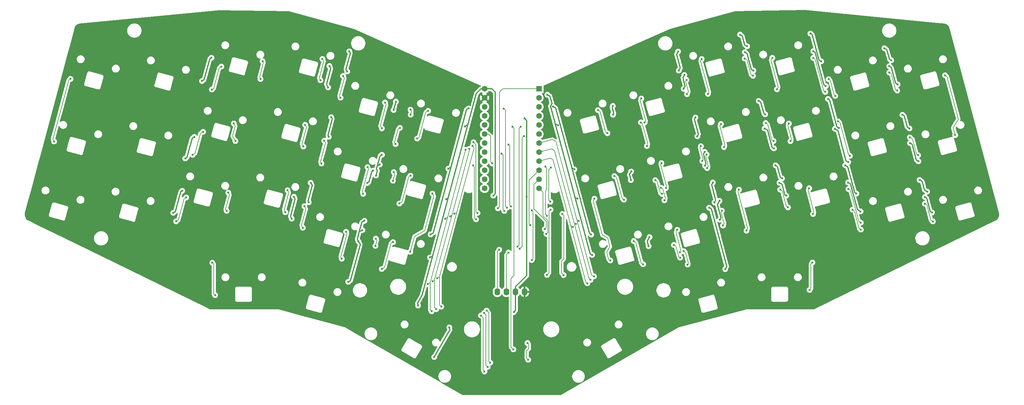
<source format=gtl>
G04 #@! TF.GenerationSoftware,KiCad,Pcbnew,8.0.4*
G04 #@! TF.CreationDate,2024-08-16T14:11:01+09:00*
G04 #@! TF.ProjectId,TrueStrike42,54727565-5374-4726-996b-6534322e6b69,rev?*
G04 #@! TF.SameCoordinates,Original*
G04 #@! TF.FileFunction,Copper,L1,Top*
G04 #@! TF.FilePolarity,Positive*
%FSLAX46Y46*%
G04 Gerber Fmt 4.6, Leading zero omitted, Abs format (unit mm)*
G04 Created by KiCad (PCBNEW 8.0.4) date 2024-08-16 14:11:01*
%MOMM*%
%LPD*%
G01*
G04 APERTURE LIST*
G04 #@! TA.AperFunction,ComponentPad*
%ADD10O,1.600000X2.000000*%
G04 #@! TD*
G04 #@! TA.AperFunction,ComponentPad*
%ADD11R,1.600000X1.600000*%
G04 #@! TD*
G04 #@! TA.AperFunction,ComponentPad*
%ADD12C,1.600000*%
G04 #@! TD*
G04 #@! TA.AperFunction,ViaPad*
%ADD13C,0.600000*%
G04 #@! TD*
G04 #@! TA.AperFunction,Conductor*
%ADD14C,0.300000*%
G04 #@! TD*
G04 #@! TA.AperFunction,Conductor*
%ADD15C,0.200000*%
G04 #@! TD*
G04 APERTURE END LIST*
D10*
X152059754Y-111397892D03*
X149519756Y-111397887D03*
X146979753Y-111397889D03*
X144439755Y-111397894D03*
D11*
X156090817Y-54450402D03*
D12*
X156090816Y-56990398D03*
X156090816Y-59530396D03*
X156090811Y-62070398D03*
X156090815Y-64610397D03*
X156090816Y-67150398D03*
X156090816Y-69690398D03*
X156090816Y-72230398D03*
X156090811Y-74770398D03*
X156090816Y-77310400D03*
X156090816Y-79850398D03*
X156090816Y-82390394D03*
X140850815Y-82390394D03*
X140850816Y-79850398D03*
X140850816Y-77310400D03*
X140850821Y-74770398D03*
X140850817Y-72230399D03*
X140850816Y-69690398D03*
X140850816Y-67150398D03*
X140850816Y-64610398D03*
X140850821Y-62070398D03*
X140850816Y-59530396D03*
X140850816Y-56990398D03*
X140850816Y-54450402D03*
D13*
X222332721Y-75943496D03*
X244952111Y-83858883D03*
X217589390Y-57854806D03*
X262668294Y-80043581D03*
X241847460Y-75942688D03*
X264785045Y-83306927D03*
X102377904Y-49608133D03*
X203734657Y-87824208D03*
X102667348Y-108628660D03*
X219423295Y-61608060D03*
X110454843Y-78793058D03*
X125744741Y-95313289D03*
X111484017Y-75704184D03*
X176764408Y-59269295D03*
X252816769Y-43083990D03*
X204778759Y-80750607D03*
X224140743Y-79600148D03*
X116014411Y-58044505D03*
X136357662Y-59955325D03*
X186789510Y-98615287D03*
X259829583Y-65585668D03*
X195226969Y-49352928D03*
X235110044Y-46741445D03*
X152020001Y-62779991D03*
X212400999Y-39264200D03*
X97213791Y-67914871D03*
X176806023Y-61742811D03*
X240131136Y-65480413D03*
X106601812Y-94118005D03*
X232092517Y-38957202D03*
X187037674Y-96064132D03*
X195040225Y-44019528D03*
X170701009Y-95368666D03*
X112112122Y-72973707D03*
X166002520Y-77060910D03*
X159980838Y-59418277D03*
X149039760Y-117097879D03*
X105511404Y-97242251D03*
X97904969Y-62437611D03*
X254704971Y-46460337D03*
X152657828Y-84779997D03*
X214359928Y-42518071D03*
X237010088Y-57309791D03*
X181820176Y-80069508D03*
X130688163Y-76864113D03*
X107204030Y-91484131D03*
X115379964Y-60412253D03*
X91598753Y-86287642D03*
X181901025Y-77666707D03*
X208245042Y-105043569D03*
X200424839Y-67785718D03*
X92149952Y-80824645D03*
X205236325Y-86322006D03*
X257873210Y-61761718D03*
X199887075Y-62494607D03*
X102957952Y-43966016D03*
X110615679Y-62488607D03*
X44452182Y-66558716D03*
X186122223Y-84249665D03*
X66808073Y-86996844D03*
X39472102Y-84052590D03*
X184697078Y-81249145D03*
X186622493Y-86116664D03*
X80271461Y-81183334D03*
X110942420Y-103941438D03*
X251729778Y-51757345D03*
X130653147Y-61289617D03*
X106572104Y-54052591D03*
X193998236Y-58960776D03*
X143036046Y-90966851D03*
X96380461Y-107286502D03*
X205227069Y-109845267D03*
X60702422Y-80805628D03*
X115956576Y-85614733D03*
X279998968Y-88492492D03*
X261667862Y-88526807D03*
X102750669Y-98905243D03*
X116432342Y-76525376D03*
X191417570Y-104398550D03*
X190951709Y-102659880D03*
X185242087Y-100669826D03*
X120272101Y-121352589D03*
X189954253Y-99783594D03*
X180994104Y-65884001D03*
X97720016Y-75241296D03*
X111901545Y-82975274D03*
X198428629Y-114800880D03*
X107009870Y-101231267D03*
X120795118Y-67170691D03*
X121681556Y-65407929D03*
X88672100Y-112252593D03*
X171701877Y-128711150D03*
X218372102Y-110452589D03*
X117224792Y-80881694D03*
X116774374Y-123517915D03*
X92013663Y-109889184D03*
X101665093Y-72881965D03*
X175183299Y-63578349D03*
X70454828Y-43250057D03*
X179727754Y-62703361D03*
X49502039Y-47263843D03*
X115914207Y-69977630D03*
X137619993Y-75980002D03*
X138453094Y-91078370D03*
X117130655Y-65437785D03*
X108025141Y-80885502D03*
X262349613Y-74797308D03*
X259995529Y-69682307D03*
X225338250Y-84455668D03*
X130094933Y-85453243D03*
X122224301Y-115257496D03*
X56183729Y-83071216D03*
X158421185Y-56108948D03*
X161404582Y-64730801D03*
X109623557Y-77431520D03*
X219247697Y-65589146D03*
X254162622Y-48106805D03*
X97038918Y-54078654D03*
X221889010Y-71196599D03*
X61702630Y-52271354D03*
X238946149Y-65694388D03*
X64360769Y-45756881D03*
X170991288Y-101088443D03*
X223433636Y-80824888D03*
X236403471Y-53693581D03*
X135362839Y-65020422D03*
X206749495Y-91196474D03*
X246140134Y-88872215D03*
X213720985Y-44190422D03*
X143290868Y-84424264D03*
X216136295Y-49340783D03*
X256516705Y-53221803D03*
X196598711Y-54472348D03*
X86844367Y-90894571D03*
X202475270Y-72153859D03*
X53657927Y-89249232D03*
X59571011Y-67954024D03*
X206623987Y-85898422D03*
X242668069Y-80743893D03*
X87475125Y-84748404D03*
X264155595Y-84821461D03*
X232903663Y-43916238D03*
X97406836Y-48069097D03*
X57019365Y-73999614D03*
X196800187Y-50587828D03*
X242693456Y-75043077D03*
X125563051Y-101786848D03*
X266144782Y-89154246D03*
X130972465Y-121405207D03*
X126755483Y-129709246D03*
X202589441Y-76057313D03*
X166843252Y-85221373D03*
X137747874Y-69467256D03*
X138853104Y-89299340D03*
X158320004Y-106679994D03*
X159320003Y-88379994D03*
X186318242Y-70500717D03*
X159419999Y-76579996D03*
X159270001Y-86129999D03*
X184628662Y-63891356D03*
X190260808Y-82206252D03*
X191205878Y-85733292D03*
X154039758Y-88564509D03*
X154039764Y-102497878D03*
X147139763Y-87797882D03*
X146239764Y-59997881D03*
X162970819Y-106729997D03*
X162620002Y-89579990D03*
X197694815Y-103768372D03*
X196588815Y-100027141D03*
X148920003Y-127579998D03*
X148639766Y-65097881D03*
X150689759Y-99347882D03*
X147539762Y-100397883D03*
X151839755Y-67697883D03*
X150053098Y-98697886D03*
X144939763Y-99597871D03*
X150939752Y-65097883D03*
X20301652Y-69233993D03*
X24902632Y-51676560D03*
X126228690Y-83847865D03*
X120047454Y-100192621D03*
X89960839Y-93437837D03*
X90389997Y-87392929D03*
X57296126Y-84944178D03*
X54466706Y-91640013D03*
X65391662Y-112352950D03*
X64591672Y-103252953D03*
X232658039Y-103195490D03*
X231858036Y-110895496D03*
X264138498Y-86689534D03*
X266405455Y-91672601D03*
X242747574Y-82586088D03*
X246205099Y-92012410D03*
X225805987Y-87746741D03*
X223635615Y-82737802D03*
X207601746Y-92831614D03*
X207313322Y-88664259D03*
X176062656Y-102628349D03*
X171622972Y-85286507D03*
X201814836Y-74711958D03*
X201429833Y-70570487D03*
X221793108Y-69099974D03*
X219561502Y-64055680D03*
X243148669Y-73264664D03*
X239832560Y-63593385D03*
X259932426Y-68094529D03*
X262260622Y-73112950D03*
X269804175Y-50688764D03*
X272644083Y-67431936D03*
X254180888Y-49913631D03*
X256412500Y-54957950D03*
X232886559Y-45784325D03*
X236273383Y-55333116D03*
X216015681Y-50822489D03*
X213678005Y-45961908D03*
X197381588Y-51984964D03*
X197521668Y-55985014D03*
X142953093Y-75378363D03*
X157853093Y-76279993D03*
X158319999Y-90079998D03*
X145620004Y-72680001D03*
X146369995Y-88729997D03*
X157703094Y-93828362D03*
X169622720Y-109034855D03*
X129873801Y-90903675D03*
X139820001Y-118079997D03*
X165597155Y-93238488D03*
X126019998Y-116879995D03*
X124956245Y-109256269D03*
X135565855Y-71586710D03*
X140820006Y-133779999D03*
X127567032Y-107626457D03*
X142419999Y-131280001D03*
X137518624Y-70486607D03*
X167218426Y-91561743D03*
X171481997Y-107087286D03*
X141420002Y-116679993D03*
X132419896Y-89515341D03*
X128720000Y-115580001D03*
X153620004Y-92679992D03*
X158153093Y-95179997D03*
X141719998Y-132479991D03*
X140719998Y-117379998D03*
X131193682Y-90222059D03*
X166407787Y-92400131D03*
X170504058Y-108074000D03*
X136516791Y-71335763D03*
X127320002Y-116279996D03*
X126303463Y-108478446D03*
X144553097Y-87978361D03*
X148219996Y-87479996D03*
X147519998Y-70080002D03*
X101216922Y-50849981D03*
X100507452Y-56975057D03*
X67131253Y-48238992D03*
X64476057Y-54670935D03*
X59049653Y-72990717D03*
X62020517Y-66539816D03*
X95938858Y-69002445D03*
X95151765Y-75417287D03*
X78685145Y-46727869D03*
X78098660Y-51705133D03*
X112967243Y-58305583D03*
X94889844Y-52053419D03*
X95436941Y-46092825D03*
X112079120Y-65562648D03*
X120148549Y-61720256D03*
X120113000Y-60307535D03*
X125041995Y-60651246D03*
X121976389Y-68421671D03*
X71065947Y-69100579D03*
X70622586Y-64186943D03*
X90102394Y-70657728D03*
X108075549Y-76447328D03*
X106845890Y-83934193D03*
X90603870Y-64571579D03*
X115414033Y-77844279D03*
X115185793Y-80262229D03*
X120089754Y-78839244D03*
X116988130Y-86651783D03*
X68625476Y-88714360D03*
X69065169Y-83596050D03*
X102047273Y-94575670D03*
X85062355Y-89081031D03*
X100852985Y-102123757D03*
X85672522Y-82920481D03*
X110418835Y-96486637D03*
X110287557Y-98522025D03*
X112070560Y-105004373D03*
X115215497Y-97462259D03*
X175250937Y-66921758D03*
X172580945Y-60442576D03*
X185673108Y-63925565D03*
X184729812Y-57167846D03*
X201645027Y-46113194D03*
X203395907Y-55884898D03*
X222725886Y-54614987D03*
X221433138Y-45780309D03*
X239057481Y-56450615D03*
X237183825Y-51776279D03*
X179874959Y-85560049D03*
X177212817Y-78955795D03*
X190383535Y-75323182D03*
X191633374Y-82305866D03*
X207045560Y-64336373D03*
X203033351Y-72884305D03*
X207911458Y-70805316D03*
X203182872Y-76726531D03*
X226511581Y-69129759D03*
X226060920Y-64210545D03*
X188661168Y-80099979D03*
X190520943Y-83949804D03*
X182613342Y-97178983D03*
X185249596Y-103686641D03*
X194809882Y-94014451D03*
X195526307Y-100311847D03*
X212085586Y-82759674D03*
X214199629Y-94273065D03*
X231751221Y-82356081D03*
X232823061Y-89593522D03*
X193842618Y-98278313D03*
X195624752Y-101838379D03*
X246213884Y-93977072D03*
X243888233Y-88388587D03*
X152856504Y-125777565D03*
X153056525Y-130477566D03*
D14*
X241847460Y-75942688D02*
X242521065Y-76331595D01*
X181406070Y-78524019D02*
X181901025Y-77666707D01*
X264050191Y-82882672D02*
X263403152Y-80467855D01*
X160777219Y-59878064D02*
X159980838Y-59418277D01*
X152657833Y-84479993D02*
X152657828Y-84779997D01*
X254215077Y-46177487D02*
X253490376Y-43472891D01*
X110810417Y-76093087D02*
X111484017Y-75704184D01*
X205236325Y-86322006D02*
X205589886Y-85709639D01*
X105744480Y-94612985D02*
X105189417Y-96684546D01*
X149039760Y-117097879D02*
X149519761Y-116617885D01*
X204347051Y-88177768D02*
X203734657Y-87824208D01*
X149519761Y-116617885D02*
X149519766Y-110017886D01*
X200743031Y-67234574D02*
X199604228Y-62984503D01*
X219055873Y-61395916D02*
X219423295Y-61608060D01*
X263403152Y-80467855D02*
X262668294Y-80043581D01*
X195040225Y-44019528D02*
X194615955Y-44754383D01*
X234497690Y-46387898D02*
X232582426Y-39240059D01*
X253490376Y-43472891D02*
X252816769Y-43083990D01*
X181820176Y-80069508D02*
X181406070Y-78524019D01*
X254704971Y-46460337D02*
X254215077Y-46177487D01*
X208245042Y-105043569D02*
X208669312Y-104308724D01*
X264785045Y-83306927D02*
X264050191Y-82882672D01*
X258363118Y-62044569D02*
X259217222Y-65232108D01*
X223650836Y-79317305D02*
X224140743Y-79600148D01*
X259217222Y-65232108D02*
X259829583Y-65585668D01*
X170701009Y-95368666D02*
X170211119Y-95085818D01*
X235110044Y-46741445D02*
X234497690Y-46387898D01*
X102024343Y-48995768D02*
X102377904Y-49608133D01*
X176806023Y-61742811D02*
X177018155Y-61375379D01*
X205589886Y-85709639D02*
X204425204Y-81362977D01*
X186789510Y-98615287D02*
X186401280Y-97166405D01*
X111560991Y-73291901D02*
X110571704Y-76983993D01*
X102667348Y-108628660D02*
X103311830Y-108256558D01*
X97213791Y-67914871D02*
X96966310Y-67486230D01*
X98187804Y-62927509D02*
X97904969Y-62437611D01*
X257873210Y-61761718D02*
X258363118Y-62044569D01*
X152657832Y-106879812D02*
X152657833Y-84479993D01*
X152020001Y-62779991D02*
X152657842Y-63417832D01*
X106024823Y-98131504D02*
X105511404Y-97242251D01*
X237010088Y-57309791D02*
X237499981Y-57592638D01*
X195651236Y-48618084D02*
X195226969Y-49352928D01*
X212400999Y-39264200D02*
X213013378Y-39617755D01*
X239518777Y-65126850D02*
X240131136Y-65480413D01*
X105189417Y-96684546D02*
X105511404Y-97242251D01*
X177018155Y-61375379D02*
X176552276Y-59636719D01*
X213686315Y-42129170D02*
X214359928Y-42518071D01*
X135745298Y-60308887D02*
X136357662Y-59955325D01*
X96966310Y-67486230D02*
X98187804Y-62927509D01*
X237499981Y-57592638D02*
X239518777Y-65126850D01*
X194615955Y-44754383D02*
X195651236Y-48618084D01*
X200424839Y-67785718D02*
X200743031Y-67234574D01*
X204425204Y-81362977D02*
X204778759Y-80750607D01*
X165241792Y-76540050D02*
X165319438Y-76829826D01*
X217589390Y-57854806D02*
X218201763Y-58208368D01*
X149519766Y-110017886D02*
X152657832Y-106879812D01*
X176552276Y-59636719D02*
X176764408Y-59269295D01*
X186401280Y-97166405D02*
X187037674Y-96064132D01*
X208669312Y-104308724D02*
X204347051Y-88177768D01*
X242521065Y-76331595D02*
X244462220Y-83576048D01*
X165319438Y-76829826D02*
X160777219Y-59878064D01*
X107204030Y-91484131D02*
X106469192Y-91908389D01*
X106601812Y-94118005D02*
X105744480Y-94612985D01*
X244462220Y-83576048D02*
X244952111Y-83858883D01*
X116014411Y-58044505D02*
X115379964Y-60412253D01*
X222332721Y-75943496D02*
X222822625Y-76226346D01*
X199604228Y-62984503D02*
X199887075Y-62494607D01*
X130688163Y-76864113D02*
X131423025Y-76439848D01*
X125744741Y-95313289D02*
X126479572Y-94889032D01*
X103311830Y-108256558D02*
X106024823Y-98131504D01*
X213013378Y-39617755D02*
X213686315Y-42129170D01*
X102957952Y-43966016D02*
X103240782Y-44455911D01*
X110822973Y-77419206D02*
X110454843Y-78793058D01*
X170211119Y-95085818D02*
X165319438Y-76829826D01*
X92574234Y-81559478D02*
X92149952Y-80824645D01*
X219004110Y-61202738D02*
X219055873Y-61395916D01*
X103240782Y-44455911D02*
X102024343Y-48995768D01*
X126479572Y-94889032D02*
X135745298Y-60308887D01*
X222822625Y-76226346D02*
X223650836Y-79317305D01*
X91399707Y-85942883D02*
X92574234Y-81559478D01*
X166002520Y-77060910D02*
X165267669Y-76636632D01*
X152657842Y-63417832D02*
X152657833Y-84479993D01*
X232582426Y-39240059D02*
X232092517Y-38957202D01*
X106469192Y-91908389D02*
X105744480Y-94612985D01*
X91598753Y-86287642D02*
X91399707Y-85942883D01*
X110571704Y-76983993D02*
X110822973Y-77419206D01*
X112112122Y-72973707D02*
X111560991Y-73291901D01*
X218201763Y-58208368D02*
X219004110Y-61202738D01*
D15*
X138453094Y-91078370D02*
X138019983Y-90645257D01*
X115631362Y-69487734D02*
X115914207Y-69977630D01*
X138019990Y-76379989D02*
X137619993Y-75980002D01*
X116640751Y-65720624D02*
X115631362Y-69487734D01*
X117130655Y-65437785D02*
X116640751Y-65720624D01*
X138019983Y-90645257D02*
X138019990Y-76379989D01*
D14*
X233393556Y-44199089D02*
X232903663Y-43916238D01*
X159283314Y-59326436D02*
X159707748Y-58591295D01*
X170991288Y-101088443D02*
X170378621Y-100734717D01*
X63893537Y-46026644D02*
X62314992Y-51917799D01*
X160465905Y-63739977D02*
X159283314Y-59326436D01*
X202589441Y-76057313D02*
X202872281Y-75567426D01*
X223433636Y-80824888D02*
X224168484Y-81249151D01*
X242693456Y-75043077D02*
X242081081Y-74689516D01*
X242081081Y-74689516D02*
X239803471Y-66189371D01*
X143290868Y-84424264D02*
X143290869Y-84424259D01*
X57509249Y-73716760D02*
X57019365Y-73999614D01*
X131155482Y-122088220D02*
X130972465Y-121405207D01*
X56183729Y-83071216D02*
X55766408Y-83312148D01*
X59571011Y-67954024D02*
X58958636Y-68307571D01*
X161404582Y-64730801D02*
X160608209Y-64271017D01*
X265654880Y-88871404D02*
X266144782Y-89154246D01*
X126297919Y-101362595D02*
X131396642Y-82333838D01*
X122054777Y-114624819D02*
X123341459Y-112396250D01*
X170378621Y-100734717D02*
X166237577Y-85280132D01*
X236403471Y-53693581D02*
X235852338Y-53375379D01*
X206623987Y-85898422D02*
X206022939Y-86939460D01*
X166843252Y-85221373D02*
X166746427Y-85247313D01*
X220105026Y-66084105D02*
X219247697Y-65589146D01*
X86844367Y-90894571D02*
X86490831Y-90282211D01*
X135362839Y-65020422D02*
X136158913Y-64560818D01*
X260607907Y-70035857D02*
X259995529Y-69682307D01*
X202121705Y-72766238D02*
X202475270Y-72153859D01*
X224893177Y-83953757D02*
X224970829Y-84243539D01*
X254713766Y-48424991D02*
X255904327Y-52868257D01*
X166237577Y-85280132D02*
X160465905Y-63739977D01*
X126755483Y-129709246D02*
X131155482Y-122088220D01*
X261798476Y-74479116D02*
X260607907Y-70035857D01*
X264645495Y-85104302D02*
X265654880Y-88871404D01*
X123341459Y-112396250D02*
X126297919Y-101362595D01*
X143847885Y-55407885D02*
X142890405Y-54450402D01*
X221889010Y-71196599D02*
X221399126Y-70913750D01*
X224168484Y-81249151D02*
X224893177Y-83953757D01*
X166746427Y-85247313D02*
X166134059Y-84893763D01*
X143290869Y-84424259D02*
X143847885Y-83867241D01*
X214333360Y-44543977D02*
X215523928Y-48987240D01*
X109256137Y-77643642D02*
X108453785Y-80638016D01*
X97406836Y-48069097D02*
X97760390Y-48681459D01*
X262349613Y-74797308D02*
X261798476Y-74479116D01*
X122224301Y-115257496D02*
X122054777Y-114624819D01*
X142890405Y-54450402D02*
X140850821Y-54450404D01*
X58958636Y-68307571D02*
X57509249Y-73716760D01*
X87815591Y-85338107D02*
X87475125Y-84748404D01*
X224970829Y-84243539D02*
X225338250Y-84455668D01*
X243280435Y-81097451D02*
X242668069Y-80743893D01*
X264155595Y-84821461D02*
X264645495Y-85104302D01*
X221399126Y-70913750D02*
X220105026Y-66084105D01*
X138501220Y-55819178D02*
X131396642Y-82333838D01*
X196375924Y-51322676D02*
X197022979Y-53737500D01*
X140850819Y-54450399D02*
X139870008Y-54450400D01*
X125563051Y-101786848D02*
X126297919Y-101362595D01*
X246140134Y-88872215D02*
X245221581Y-88341890D01*
X130646063Y-85135029D02*
X131396642Y-82333838D01*
X139870008Y-54450400D02*
X138501220Y-55819178D01*
X159156324Y-56533372D02*
X158421185Y-56108948D01*
X108453785Y-80638016D02*
X108025141Y-80885502D01*
X96543943Y-53221312D02*
X97038918Y-54078654D01*
X255904327Y-52868257D02*
X256516705Y-53221803D01*
X254162622Y-48106805D02*
X254713766Y-48424991D01*
X235852338Y-53375379D02*
X233393556Y-44199089D01*
X245221581Y-88341890D02*
X243280435Y-81097451D01*
X159707748Y-58591295D02*
X159156324Y-56533372D01*
X215523928Y-48987240D02*
X216136295Y-49340783D01*
X97760390Y-48681459D02*
X96543943Y-53221312D01*
X196800187Y-50587828D02*
X196375924Y-51322676D01*
X54270311Y-88895672D02*
X53657927Y-89249232D01*
X197022979Y-53737500D02*
X196598711Y-54472348D01*
X239803471Y-66189371D02*
X238946149Y-65694388D01*
X213720985Y-44190422D02*
X214333360Y-44543977D01*
X62314992Y-51917799D02*
X61702630Y-52271354D01*
X130094933Y-85453243D02*
X130646063Y-85135029D01*
X64360769Y-45756881D02*
X63893537Y-46026644D01*
X109623557Y-77431520D02*
X109256137Y-77643642D01*
X143847885Y-83867241D02*
X143847885Y-55407885D01*
X207032338Y-90706584D02*
X206749495Y-91196474D01*
X86490831Y-90282211D02*
X87815591Y-85338107D01*
X55766408Y-83312148D02*
X54270311Y-88895672D01*
X202872281Y-75567426D02*
X202121705Y-72766238D01*
X206022939Y-86939460D02*
X207032338Y-90706584D01*
D15*
X138419995Y-88866246D02*
X138419995Y-70139366D01*
X138853104Y-89299340D02*
X138419995Y-88866246D01*
X138419995Y-70139366D02*
X137747874Y-69467256D01*
X158919994Y-88779997D02*
X159320003Y-88379994D01*
X158320004Y-106679994D02*
X158919998Y-106079999D01*
X158919998Y-106079999D02*
X158919994Y-88779997D01*
X159419999Y-76579996D02*
X158819991Y-77179997D01*
X186318242Y-70500717D02*
X186585960Y-70037002D01*
X158819996Y-85679993D02*
X159270001Y-86129999D01*
X186585960Y-70037002D02*
X184996086Y-64103503D01*
X158819991Y-77179997D02*
X158819996Y-85679993D01*
X184996086Y-64103503D02*
X184628662Y-63891356D01*
X191488731Y-85243398D02*
X190750714Y-82489089D01*
X191205878Y-85733292D02*
X191488731Y-85243398D01*
X190750714Y-82489089D02*
X190260808Y-82206252D01*
X146239764Y-59997881D02*
X146739755Y-60497880D01*
X154439751Y-102097882D02*
X154439764Y-88964516D01*
X146739755Y-60497880D02*
X146739762Y-87397879D01*
X154039764Y-102497878D02*
X154439751Y-102097882D01*
X154439764Y-88964516D02*
X154039758Y-88564509D01*
X146739762Y-87397879D02*
X147139763Y-87797882D01*
X163019993Y-102221218D02*
X163019994Y-89979998D01*
X197694815Y-103768372D02*
X197906946Y-103400952D01*
X163019994Y-89979998D02*
X162620002Y-89579990D01*
X197906946Y-103400952D02*
X197078728Y-100309996D01*
X162370818Y-106129997D02*
X162370821Y-102870396D01*
X197078728Y-100309996D02*
X196588815Y-100027141D01*
X162970819Y-106729997D02*
X162370818Y-106129997D01*
X162370821Y-102870396D02*
X163019993Y-102221218D01*
X148639766Y-65097881D02*
X149039750Y-65497882D01*
X148239762Y-126899765D02*
X148920003Y-127579998D01*
X148239758Y-107660232D02*
X148239762Y-126899765D01*
X149039762Y-106860233D02*
X148239758Y-107660232D01*
X149039750Y-65497882D02*
X149039762Y-106860233D01*
X150689759Y-99347882D02*
X151339758Y-98697877D01*
X151339760Y-68197887D02*
X151839755Y-67697883D01*
X147539762Y-100397883D02*
X146979758Y-100957890D01*
X146979758Y-100957890D02*
X146979757Y-111397883D01*
X151339758Y-98697877D02*
X151339760Y-68197887D01*
X144939763Y-99597871D02*
X144439764Y-100097882D01*
X150539755Y-98211215D02*
X150053098Y-98697886D01*
X144439764Y-100097882D02*
X144439764Y-111397882D01*
X150539764Y-65497876D02*
X150539755Y-98211215D01*
X150939752Y-65097883D02*
X150539764Y-65497876D01*
X24412740Y-51959391D02*
X19948115Y-68621624D01*
X19948115Y-68621624D02*
X20301652Y-69233993D01*
X24902632Y-51676560D02*
X24412740Y-51959391D01*
X126652953Y-84582720D02*
X126228690Y-83847865D01*
X120047454Y-100192621D02*
X121198514Y-95896806D01*
X124064760Y-94241981D02*
X126652953Y-84582720D01*
X121198514Y-95896806D02*
X124064760Y-94241981D01*
X90814263Y-88127767D02*
X90389997Y-87392929D01*
X89960839Y-93437837D02*
X89571920Y-92764226D01*
X89571920Y-92764226D02*
X90814263Y-88127767D01*
X55079070Y-91286463D02*
X56683760Y-85297721D01*
X54466706Y-91640013D02*
X55079070Y-91286463D01*
X56683760Y-85297721D02*
X57296126Y-84944178D01*
X64991681Y-103652963D02*
X64991671Y-111952957D01*
X64991671Y-111952957D02*
X65391662Y-112352950D01*
X64591672Y-103252953D02*
X64991681Y-103652963D01*
X231858036Y-110895496D02*
X232256513Y-110497022D01*
X232256513Y-110497022D02*
X232256515Y-103597009D01*
X232256515Y-103597009D02*
X232658039Y-103195490D01*
X264689627Y-87007726D02*
X264138498Y-86689534D01*
X265854314Y-91354405D02*
X264689627Y-87007726D01*
X266405455Y-91672601D02*
X265854314Y-91354405D01*
X246205099Y-92012410D02*
X245653960Y-91694214D01*
X245653960Y-91694214D02*
X243298703Y-82904285D01*
X243298703Y-82904285D02*
X242747574Y-82586088D01*
X224186743Y-83055997D02*
X224432624Y-83973626D01*
X224432624Y-83973626D02*
X225377308Y-87499262D01*
X225377308Y-87499262D02*
X225805987Y-87746741D01*
X223635615Y-82737802D02*
X224186743Y-83055997D01*
X207065844Y-89092922D02*
X207313322Y-88664259D01*
X207919942Y-92280468D02*
X207065844Y-89092922D01*
X207601746Y-92831614D02*
X207919942Y-92280468D01*
X175572765Y-102345496D02*
X175029230Y-100317045D01*
X173831726Y-95461523D02*
X171269417Y-85898882D01*
X171269417Y-85898882D02*
X171622972Y-85286507D01*
X175301427Y-96310063D02*
X173831726Y-95461523D01*
X175948476Y-98724878D02*
X175301427Y-96310063D01*
X176062656Y-102628349D02*
X175572765Y-102345496D01*
X175029230Y-100317045D02*
X175948476Y-98724878D01*
X201182345Y-70999155D02*
X202062331Y-74283301D01*
X201429833Y-70570487D02*
X201182345Y-70999155D01*
X202062331Y-74283301D02*
X201814836Y-74711958D01*
X221793108Y-69099974D02*
X221303221Y-68817147D01*
X220112638Y-64373877D02*
X219561502Y-64055680D01*
X221303221Y-68817147D02*
X220112638Y-64373877D01*
X240322464Y-63876232D02*
X239832560Y-63593385D01*
X242781248Y-73052529D02*
X240322464Y-63876232D01*
X243148669Y-73264664D02*
X242781248Y-73052529D01*
X260667289Y-68518794D02*
X261831964Y-72865474D01*
X261831964Y-72865474D02*
X262260622Y-73112950D01*
X259932426Y-68094529D02*
X260667289Y-68518794D01*
X270305942Y-50978464D02*
X273514783Y-62953999D01*
X272100567Y-65403492D02*
X272644083Y-67431936D01*
X273514783Y-62953999D02*
X272100567Y-65403492D01*
X269804175Y-50688764D02*
X270305942Y-50978464D01*
X254732031Y-50231849D02*
X254180888Y-49913631D01*
X255922599Y-54675109D02*
X254732031Y-50231849D01*
X256412500Y-54957950D02*
X255922599Y-54675109D01*
X236273383Y-55333116D02*
X235844710Y-55085631D01*
X233437693Y-46102517D02*
X232886559Y-45784325D01*
X235844710Y-55085631D02*
X233437693Y-46102517D01*
X216015681Y-50822489D02*
X215464538Y-50504301D01*
X215464538Y-50504301D02*
X214351625Y-46350810D01*
X214351625Y-46350810D02*
X213678005Y-45961908D01*
X197521668Y-55985014D02*
X197910563Y-55311390D01*
X197910563Y-55311390D02*
X197134115Y-52413620D01*
X197134115Y-52413620D02*
X197381588Y-51984964D01*
X142953093Y-75378363D02*
X142519999Y-74945266D01*
X157853098Y-89613093D02*
X158319999Y-90079998D01*
X158253092Y-76680000D02*
X158253102Y-82646900D01*
X141920614Y-67150392D02*
X140850817Y-67150396D01*
X158253102Y-82646900D02*
X157853097Y-83046902D01*
X142519995Y-67749782D02*
X141920614Y-67150392D01*
X157853093Y-76279993D02*
X158253092Y-76680000D01*
X157853097Y-83046902D02*
X157853098Y-89613093D01*
X142519999Y-74945266D02*
X142519995Y-67749782D01*
X146020003Y-88379989D02*
X146019998Y-73079996D01*
X146019998Y-73079996D02*
X145620004Y-72680001D01*
X146369995Y-88729997D02*
X146020003Y-88379989D01*
X158120000Y-91628317D02*
X154653096Y-88161406D01*
X157703094Y-93828362D02*
X158119999Y-93411462D01*
X154653106Y-81288111D02*
X156090817Y-79850400D01*
X154653096Y-88161406D02*
X154653106Y-81288111D01*
X158119999Y-93411462D02*
X158120000Y-91628317D01*
X164984770Y-92884945D02*
X164881246Y-92498573D01*
X140820006Y-133779999D02*
X140419990Y-133380002D01*
X124956245Y-109256269D02*
X125566768Y-108903787D01*
X165597155Y-93238488D02*
X164984770Y-92884945D01*
X140420001Y-118680001D02*
X139820001Y-118079997D01*
X130510609Y-90453145D02*
X135565855Y-71586710D01*
X129873801Y-90903675D02*
X130484324Y-90551185D01*
X160021641Y-74362243D02*
X159258462Y-73921621D01*
X159258462Y-73921621D02*
X156090815Y-74770398D01*
X126019998Y-116879995D02*
X125599939Y-116459931D01*
X125566768Y-108903787D02*
X125599932Y-108779997D01*
X125599939Y-116459931D02*
X125599932Y-108779997D01*
X130484324Y-90551185D02*
X130510609Y-90453145D01*
X164881246Y-92498573D02*
X160021641Y-74362243D01*
X125599932Y-108779997D02*
X130510609Y-90453145D01*
X169622720Y-109034855D02*
X169255301Y-108822717D01*
X169255301Y-108822717D02*
X164881246Y-92498573D01*
X140419990Y-133380002D02*
X140420001Y-118680001D01*
X167218426Y-91561743D02*
X166728523Y-91278902D01*
X128720000Y-115580001D02*
X128231091Y-115091087D01*
X170869631Y-106733716D02*
X166366184Y-89926611D01*
X132419896Y-89515341D02*
X133032259Y-89161788D01*
X141420002Y-116679993D02*
X142020003Y-117279994D01*
X128231091Y-115091087D02*
X128231098Y-107079996D01*
X133058144Y-89065198D02*
X137872181Y-71098969D01*
X142020003Y-117279994D02*
X142019998Y-130880002D01*
X127567032Y-107626457D02*
X128179393Y-107272906D01*
X142019998Y-130880002D02*
X142419999Y-131280001D01*
X171481997Y-107087286D02*
X170869631Y-106733716D01*
X166728523Y-91278902D02*
X166366184Y-89926611D01*
X137872181Y-71098969D02*
X137518624Y-70486607D01*
X128231098Y-107079996D02*
X133058144Y-89065198D01*
X128179393Y-107272906D02*
X128231098Y-107079996D01*
X159817053Y-68691951D02*
X156090805Y-69690393D01*
X166366184Y-89926611D02*
X160833631Y-69278877D01*
X160833631Y-69278877D02*
X159817053Y-68691951D01*
X133032259Y-89161788D02*
X133058144Y-89065198D01*
X153620004Y-92679992D02*
X153320000Y-92380000D01*
X153319988Y-80081216D02*
X156090819Y-77310391D01*
X153320000Y-92380000D02*
X153319988Y-80081216D01*
X158519996Y-94813094D02*
X158519999Y-91462638D01*
X157200221Y-83499790D02*
X156090814Y-82390392D01*
X158519999Y-91462638D02*
X157200215Y-90142846D01*
X157200215Y-90142846D02*
X157200221Y-83499790D01*
X158153093Y-95179997D02*
X158519996Y-94813094D01*
X170136640Y-107861860D02*
X165736715Y-91441134D01*
X131685433Y-89938153D02*
X131943859Y-88973679D01*
X170504058Y-108074000D02*
X170136640Y-107861860D01*
X166407787Y-92400131D02*
X165917882Y-92117274D01*
X165917882Y-92117274D02*
X165736715Y-91441134D01*
X141220000Y-117879991D02*
X141219996Y-131979995D01*
X165736715Y-91441134D02*
X160463000Y-71759320D01*
X140719998Y-117379998D02*
X141220000Y-117879991D01*
X131193682Y-90222059D02*
X131685433Y-89938153D01*
X159634349Y-71280913D02*
X156090823Y-72230401D01*
X136621373Y-71516914D02*
X136516791Y-71335763D01*
X131943859Y-88973679D02*
X136621373Y-71516914D01*
X160463000Y-71759320D02*
X159634349Y-71280913D01*
X126824333Y-115784340D02*
X126824334Y-108079987D01*
X131943859Y-88973679D02*
X126824334Y-108079987D01*
X126824334Y-108079987D02*
X126793365Y-108195605D01*
X141219996Y-131979995D02*
X141719998Y-132479991D01*
X126793365Y-108195605D02*
X126303463Y-108478446D01*
X127320002Y-116279996D02*
X126824333Y-115784340D01*
X145019999Y-55380009D02*
X145949596Y-54450398D01*
X144553097Y-87978361D02*
X145019998Y-87511461D01*
X145019998Y-87511461D02*
X145019999Y-55380009D01*
X145949596Y-54450398D02*
X156090815Y-54450396D01*
X148219996Y-87479996D02*
X147920005Y-87179993D01*
X147920005Y-87179993D02*
X147920002Y-70479997D01*
X147920002Y-70479997D02*
X147519998Y-70080002D01*
X101570469Y-51462351D02*
X101216922Y-50849981D01*
X100507452Y-56975057D02*
X100224613Y-56485168D01*
X100224613Y-56485168D02*
X101570469Y-51462351D01*
X64965959Y-54388102D02*
X66518881Y-48592545D01*
X64476057Y-54670935D02*
X64965959Y-54388102D01*
X66518881Y-48592545D02*
X67131253Y-48238992D01*
X59784502Y-72566452D02*
X61285663Y-66964077D01*
X59049653Y-72990717D02*
X59784502Y-72566452D01*
X61285663Y-66964077D02*
X62020517Y-66539816D01*
X95151765Y-75417287D02*
X94868911Y-74927410D01*
X96292419Y-69614818D02*
X95938858Y-69002445D01*
X94868911Y-74927410D02*
X96292419Y-69614818D01*
X78098660Y-51705133D02*
X77835822Y-51249893D01*
X78679750Y-46748016D02*
X78685145Y-46727869D01*
X77835822Y-51249893D02*
X78927249Y-47176678D01*
X78927249Y-47176678D02*
X78679750Y-46748016D01*
X95800583Y-46722670D02*
X94536293Y-51441045D01*
X113278022Y-58843862D02*
X111668368Y-64851199D01*
X94536293Y-51441045D02*
X94889844Y-52053419D01*
X95436941Y-46092825D02*
X95800583Y-46722670D01*
X111668368Y-64851199D02*
X112079120Y-65562648D01*
X112967243Y-58305583D02*
X113278022Y-58843862D01*
X120113000Y-60307535D02*
X120395844Y-60797429D01*
X120395844Y-60797429D02*
X120148549Y-61720256D01*
X124368370Y-61040156D02*
X122466292Y-68138820D01*
X125041995Y-60651246D02*
X124368370Y-61040156D01*
X122466292Y-68138820D02*
X121976389Y-68421671D01*
X70288127Y-67753365D02*
X71065947Y-69100579D01*
X71046856Y-64921789D02*
X70288127Y-67753365D01*
X70622586Y-64186943D02*
X71046856Y-64921789D01*
X90603870Y-64571579D02*
X90957433Y-65183963D01*
X106563058Y-83444284D02*
X106845890Y-83934193D01*
X89684624Y-69934141D02*
X90102394Y-70657728D01*
X108323033Y-76875983D02*
X106563058Y-83444284D01*
X108075549Y-76447328D02*
X108323033Y-76875983D01*
X90957433Y-65183963D02*
X89684624Y-69934141D01*
X115700665Y-78340727D02*
X115185793Y-80262229D01*
X115414033Y-77844279D02*
X115700665Y-78340727D01*
X117722963Y-86227514D02*
X116988130Y-86651783D01*
X120089754Y-78839244D02*
X119631806Y-79103646D01*
X119631806Y-79103646D02*
X117722963Y-86227514D01*
X68342620Y-88224457D02*
X69418719Y-84208418D01*
X69418719Y-84208418D02*
X69065169Y-83596050D01*
X68625476Y-88714360D02*
X68342620Y-88224457D01*
X100852985Y-102123757D02*
X100570139Y-101633859D01*
X86029670Y-83539068D02*
X84708797Y-88468648D01*
X85672522Y-82920481D02*
X86029670Y-83539068D01*
X100570139Y-101633859D02*
X102330123Y-95065558D01*
X84708797Y-88468648D02*
X85062355Y-89081031D01*
X102330123Y-95065558D02*
X102047273Y-94575670D01*
X110287557Y-98522025D02*
X110701667Y-96976529D01*
X110701667Y-96976529D02*
X110418835Y-96486637D01*
X114620590Y-97805732D02*
X112805405Y-104580108D01*
X112805405Y-104580108D02*
X112070560Y-105004373D01*
X115215497Y-97462259D02*
X114620590Y-97805732D01*
X173195868Y-60797601D02*
X174761043Y-66638912D01*
X174761043Y-66638912D02*
X175250937Y-66921758D01*
X172580945Y-60442576D02*
X173195868Y-60797601D01*
X185955946Y-63435668D02*
X185673108Y-63925565D01*
X184420192Y-57704136D02*
X185955946Y-63435668D01*
X184729812Y-57167846D02*
X184420192Y-57704136D01*
X201335407Y-46649472D02*
X203678764Y-55394998D01*
X201645027Y-46113194D02*
X201335407Y-46649472D01*
X203678764Y-55394998D02*
X203395907Y-55884898D01*
X221052799Y-46439074D02*
X223079442Y-54002614D01*
X221433138Y-45780309D02*
X221052799Y-46439074D01*
X223079442Y-54002614D02*
X222725886Y-54614987D01*
X238760767Y-56116009D02*
X238812526Y-56309192D01*
X237673726Y-52059128D02*
X238760767Y-56116009D01*
X237183825Y-51776279D02*
X237673726Y-52059128D01*
X238812526Y-56309192D02*
X239057481Y-56450615D01*
X179385057Y-85277218D02*
X179874959Y-85560049D01*
X177212817Y-78955795D02*
X177778801Y-79282569D01*
X177778801Y-79282569D02*
X179385057Y-85277218D01*
X190171398Y-75690625D02*
X191845493Y-81938441D01*
X190383535Y-75323182D02*
X190171398Y-75690625D01*
X191845493Y-81938441D02*
X191633374Y-82305866D01*
X207045560Y-64336373D02*
X206735928Y-64872665D01*
X208194305Y-70315419D02*
X207911458Y-70805316D01*
X203501066Y-76175400D02*
X202750485Y-73374202D01*
X206735928Y-64872665D02*
X208194305Y-70315419D01*
X202750485Y-73374202D02*
X203033351Y-72884305D01*
X203182872Y-76726531D02*
X203501066Y-76175400D01*
X226060920Y-64210545D02*
X225751298Y-64746834D01*
X225751298Y-64746834D02*
X226794430Y-68639870D01*
X226794430Y-68639870D02*
X226511581Y-69129759D01*
X190031045Y-83666966D02*
X189151064Y-80382821D01*
X189151064Y-80382821D02*
X188661168Y-80099979D01*
X190520943Y-83949804D02*
X190031045Y-83666966D01*
X182613342Y-97178983D02*
X183179317Y-97505748D01*
X184759697Y-103403800D02*
X185249596Y-103686641D01*
X183179317Y-97505748D02*
X184759697Y-103403800D01*
X194429544Y-94673214D02*
X195809150Y-99821953D01*
X195809150Y-99821953D02*
X195526307Y-100311847D01*
X194809882Y-94014451D02*
X194429544Y-94673214D01*
X214553197Y-93660693D02*
X214199629Y-94273065D01*
X211775972Y-83295956D02*
X214553197Y-93660693D01*
X212085586Y-82759674D02*
X211775972Y-83295956D01*
X233105898Y-89103618D02*
X232823061Y-89593522D01*
X231441602Y-82892371D02*
X233105898Y-89103618D01*
X231751221Y-82356081D02*
X231441602Y-82892371D01*
X195257347Y-101626240D02*
X194455002Y-98631867D01*
X195624752Y-101838379D02*
X195257347Y-101626240D01*
X194455002Y-98631867D02*
X193842618Y-98278313D01*
X245785222Y-93729593D02*
X244439365Y-88706786D01*
X244439365Y-88706786D02*
X243888233Y-88388587D01*
X246213884Y-93977072D02*
X245785222Y-93729593D01*
X152656532Y-127977569D02*
X153256509Y-127377572D01*
X153056525Y-130477566D02*
X152656519Y-130077569D01*
X152656519Y-130077569D02*
X152656532Y-127977569D01*
X153256519Y-126177568D02*
X152856504Y-125777565D01*
X153256509Y-127377572D02*
X153256519Y-126177568D01*
G04 #@! TA.AperFunction,Conductor*
G36*
X230626797Y-32372025D02*
G01*
X266626809Y-35875236D01*
X269625882Y-36167080D01*
X269637284Y-36168727D01*
X269727031Y-36185982D01*
X269848225Y-36209284D01*
X269865333Y-36213862D01*
X270066563Y-36283460D01*
X270082841Y-36290430D01*
X270272077Y-36387993D01*
X270287206Y-36397217D01*
X270460603Y-36520758D01*
X270474258Y-36532041D01*
X270558873Y-36612799D01*
X270628282Y-36679044D01*
X270640194Y-36692164D01*
X270771681Y-36859609D01*
X270781602Y-36874293D01*
X270887880Y-37058778D01*
X270895606Y-37074726D01*
X270974502Y-37272474D01*
X270979876Y-37289361D01*
X271021661Y-37462672D01*
X271023799Y-37480648D01*
X271024052Y-37480615D01*
X271025113Y-37488668D01*
X271034338Y-37523078D01*
X271036881Y-37534809D01*
X271042736Y-37569958D01*
X271042737Y-37569959D01*
X271048647Y-37582955D01*
X271055543Y-37602181D01*
X284903410Y-89257406D01*
X284905789Y-89268176D01*
X284945566Y-89495876D01*
X284947275Y-89511296D01*
X284958293Y-89741903D01*
X284958062Y-89757417D01*
X284940197Y-89987584D01*
X284938031Y-90002947D01*
X284891564Y-90229080D01*
X284887497Y-90244051D01*
X284813157Y-90462613D01*
X284807252Y-90476961D01*
X284706195Y-90684538D01*
X284698544Y-90698035D01*
X284572364Y-90891359D01*
X284563088Y-90903795D01*
X284413756Y-91079848D01*
X284403000Y-91091029D01*
X284232844Y-91247063D01*
X284220775Y-91256813D01*
X284046805Y-91380206D01*
X284029605Y-91390426D01*
X233049402Y-116357264D01*
X232994864Y-116369902D01*
X214040025Y-116369906D01*
X214039819Y-116369906D01*
X213976729Y-116369800D01*
X213974526Y-116369797D01*
X213974525Y-116369797D01*
X213974505Y-116369797D01*
X213974222Y-116369835D01*
X213973735Y-116369898D01*
X213973692Y-116369903D01*
X213932759Y-116380871D01*
X213915237Y-116385566D01*
X213910508Y-116386833D01*
X213910306Y-116386887D01*
X195382315Y-121317715D01*
X195381946Y-121317788D01*
X195309736Y-121337030D01*
X195309700Y-121337040D01*
X195247152Y-121353686D01*
X195247024Y-121353739D01*
X195191208Y-121385863D01*
X195191174Y-121385883D01*
X195126257Y-121423215D01*
X195125934Y-121423430D01*
X162234552Y-140353373D01*
X162172699Y-140369901D01*
X134756671Y-140369906D01*
X134694748Y-140353337D01*
X128797965Y-136954437D01*
X128749713Y-136903905D01*
X128736441Y-136835307D01*
X128762363Y-136770424D01*
X128819248Y-136729855D01*
X128889036Y-136726481D01*
X128907341Y-136732445D01*
X128909884Y-136733498D01*
X128909887Y-136733500D01*
X128920807Y-136738023D01*
X129124791Y-136822516D01*
X129124792Y-136822516D01*
X129124794Y-136822517D01*
X129349482Y-136882722D01*
X129569732Y-136911719D01*
X129580089Y-136913083D01*
X129580105Y-136913085D01*
X129580112Y-136913085D01*
X129812712Y-136913085D01*
X129812719Y-136913085D01*
X130043342Y-136882722D01*
X130268030Y-136822517D01*
X130482937Y-136733500D01*
X130684386Y-136617193D01*
X130868931Y-136475587D01*
X131033414Y-136311104D01*
X131175020Y-136126559D01*
X131291327Y-135925110D01*
X131380344Y-135710203D01*
X131440549Y-135485515D01*
X131470912Y-135254892D01*
X131470912Y-135022278D01*
X131470911Y-135022269D01*
X165370546Y-135022269D01*
X165370546Y-135254898D01*
X165394161Y-135434264D01*
X165400909Y-135485514D01*
X165431011Y-135597858D01*
X165461114Y-135710204D01*
X165550129Y-135925105D01*
X165550134Y-135925116D01*
X165666433Y-136126550D01*
X165666444Y-136126566D01*
X165808042Y-136311101D01*
X165808048Y-136311108D01*
X165972521Y-136475581D01*
X165972528Y-136475587D01*
X166103933Y-136576417D01*
X166157072Y-136617192D01*
X166157079Y-136617196D01*
X166358513Y-136733495D01*
X166358518Y-136733497D01*
X166358521Y-136733499D01*
X166358526Y-136733501D01*
X166573425Y-136822515D01*
X166573426Y-136822515D01*
X166573428Y-136822516D01*
X166798116Y-136882721D01*
X167028739Y-136913084D01*
X167028746Y-136913084D01*
X167261346Y-136913084D01*
X167261353Y-136913084D01*
X167491976Y-136882721D01*
X167716664Y-136822516D01*
X167931571Y-136733499D01*
X168133020Y-136617192D01*
X168317565Y-136475586D01*
X168482048Y-136311103D01*
X168623654Y-136126558D01*
X168739961Y-135925109D01*
X168828978Y-135710202D01*
X168889183Y-135485514D01*
X168919546Y-135254891D01*
X168919546Y-135022277D01*
X168889183Y-134791654D01*
X168828978Y-134566966D01*
X168739961Y-134352059D01*
X168739957Y-134352052D01*
X168739957Y-134352051D01*
X168623658Y-134150617D01*
X168623654Y-134150610D01*
X168482048Y-133966065D01*
X168482043Y-133966059D01*
X168317570Y-133801586D01*
X168317563Y-133801580D01*
X168133028Y-133659982D01*
X168133021Y-133659977D01*
X168133020Y-133659976D01*
X168133013Y-133659972D01*
X168133012Y-133659971D01*
X167931578Y-133543672D01*
X167931567Y-133543667D01*
X167716666Y-133454652D01*
X167604320Y-133424549D01*
X167491976Y-133394447D01*
X167440726Y-133387699D01*
X167261360Y-133364084D01*
X167261353Y-133364084D01*
X167028739Y-133364084D01*
X167028731Y-133364084D01*
X166823740Y-133391073D01*
X166798116Y-133394447D01*
X166741944Y-133409498D01*
X166573425Y-133454652D01*
X166358524Y-133543667D01*
X166358513Y-133543672D01*
X166157079Y-133659971D01*
X166157063Y-133659982D01*
X165972528Y-133801580D01*
X165972521Y-133801586D01*
X165808048Y-133966059D01*
X165808042Y-133966066D01*
X165666444Y-134150601D01*
X165666433Y-134150617D01*
X165550134Y-134352051D01*
X165550129Y-134352062D01*
X165461114Y-134566963D01*
X165400909Y-134791655D01*
X165370546Y-135022269D01*
X131470911Y-135022269D01*
X131440549Y-134791655D01*
X131380344Y-134566967D01*
X131380342Y-134566963D01*
X131291328Y-134352063D01*
X131291323Y-134352052D01*
X131175024Y-134150618D01*
X131175023Y-134150617D01*
X131175020Y-134150611D01*
X131033414Y-133966066D01*
X131033413Y-133966065D01*
X131033409Y-133966060D01*
X130868936Y-133801587D01*
X130868929Y-133801581D01*
X130684394Y-133659983D01*
X130684392Y-133659981D01*
X130684386Y-133659977D01*
X130684381Y-133659974D01*
X130684378Y-133659972D01*
X130482944Y-133543673D01*
X130482933Y-133543668D01*
X130268032Y-133454653D01*
X130155686Y-133424550D01*
X130043342Y-133394448D01*
X129992092Y-133387700D01*
X129812726Y-133364085D01*
X129812719Y-133364085D01*
X129580105Y-133364085D01*
X129580097Y-133364085D01*
X129375106Y-133391074D01*
X129349482Y-133394448D01*
X129293310Y-133409499D01*
X129124791Y-133454653D01*
X128909890Y-133543668D01*
X128909879Y-133543673D01*
X128708445Y-133659972D01*
X128708429Y-133659983D01*
X128523894Y-133801581D01*
X128523887Y-133801587D01*
X128359414Y-133966060D01*
X128359408Y-133966067D01*
X128217810Y-134150602D01*
X128217799Y-134150618D01*
X128101500Y-134352052D01*
X128101495Y-134352063D01*
X128012480Y-134566964D01*
X127967326Y-134735483D01*
X127952276Y-134791654D01*
X127952275Y-134791656D01*
X127921912Y-135022270D01*
X127921912Y-135254899D01*
X127945527Y-135434265D01*
X127952275Y-135485515D01*
X127982377Y-135597859D01*
X128012480Y-135710205D01*
X128101495Y-135925106D01*
X128101500Y-135925117D01*
X128217799Y-136126551D01*
X128217803Y-136126558D01*
X128217810Y-136126567D01*
X128359408Y-136311102D01*
X128359414Y-136311109D01*
X128523887Y-136475582D01*
X128523894Y-136475588D01*
X128711658Y-136619664D01*
X128710434Y-136621259D01*
X128750062Y-136668697D01*
X128758755Y-136738023D01*
X128728587Y-136801045D01*
X128669137Y-136837752D01*
X128599279Y-136836490D01*
X128574433Y-136825594D01*
X127012187Y-135925117D01*
X112661279Y-127653267D01*
X117570057Y-127653267D01*
X117570057Y-127785050D01*
X117604165Y-127912346D01*
X117618488Y-127937153D01*
X117670057Y-128026473D01*
X117763243Y-128119659D01*
X121043938Y-130013769D01*
X121064345Y-130025551D01*
X121191639Y-130059659D01*
X121191641Y-130059659D01*
X121323421Y-130059659D01*
X121323423Y-130059659D01*
X121450717Y-130025551D01*
X121564845Y-129959659D01*
X121658031Y-129866473D01*
X121748808Y-129709242D01*
X125949918Y-129709242D01*
X125949918Y-129709249D01*
X125970113Y-129888495D01*
X125970114Y-129888500D01*
X126029694Y-130058769D01*
X126125667Y-130211508D01*
X126253221Y-130339062D01*
X126405961Y-130435035D01*
X126510678Y-130471677D01*
X126576228Y-130494614D01*
X126576233Y-130494615D01*
X126755479Y-130514811D01*
X126755483Y-130514811D01*
X126755487Y-130514811D01*
X126934732Y-130494615D01*
X126934735Y-130494614D01*
X126934738Y-130494614D01*
X127105005Y-130435035D01*
X127257745Y-130339062D01*
X127385299Y-130211508D01*
X127481272Y-130058768D01*
X127540851Y-129888501D01*
X127543334Y-129866469D01*
X127561048Y-129709248D01*
X127561048Y-129709244D01*
X127556728Y-129670907D01*
X127568782Y-129602085D01*
X127572561Y-129595022D01*
X127610107Y-129529991D01*
X131750866Y-122357984D01*
X131792054Y-122236647D01*
X131808779Y-122109606D01*
X131800399Y-121981744D01*
X131767234Y-121857972D01*
X131767233Y-121857970D01*
X131749891Y-121793252D01*
X135072012Y-121793252D01*
X135072012Y-122087464D01*
X135072012Y-122087469D01*
X135072013Y-122087474D01*
X135107626Y-122357985D01*
X135110414Y-122379158D01*
X135177350Y-122628967D01*
X135186564Y-122663352D01*
X135299146Y-122935152D01*
X135299154Y-122935168D01*
X135446252Y-123189947D01*
X135446263Y-123189963D01*
X135625360Y-123423367D01*
X135625366Y-123423374D01*
X135833395Y-123631403D01*
X135833402Y-123631409D01*
X135833405Y-123631411D01*
X136066815Y-123810513D01*
X136066822Y-123810517D01*
X136321601Y-123957615D01*
X136321617Y-123957623D01*
X136593417Y-124070205D01*
X136593419Y-124070205D01*
X136593425Y-124070208D01*
X136877612Y-124146356D01*
X137169306Y-124184758D01*
X137169313Y-124184758D01*
X137463511Y-124184758D01*
X137463518Y-124184758D01*
X137755212Y-124146356D01*
X138039399Y-124070208D01*
X138240000Y-123987117D01*
X138311206Y-123957623D01*
X138311209Y-123957621D01*
X138311215Y-123957619D01*
X138566009Y-123810513D01*
X138799423Y-123631408D01*
X139007462Y-123423369D01*
X139186567Y-123189955D01*
X139333673Y-122935161D01*
X139446262Y-122663345D01*
X139522410Y-122379158D01*
X139560812Y-122087464D01*
X139560812Y-121793252D01*
X139522410Y-121501558D01*
X139446262Y-121217371D01*
X139446259Y-121217363D01*
X139333677Y-120945563D01*
X139333669Y-120945547D01*
X139186571Y-120690768D01*
X139186568Y-120690763D01*
X139186567Y-120690761D01*
X139035368Y-120493715D01*
X139007463Y-120457348D01*
X139007457Y-120457341D01*
X138799428Y-120249312D01*
X138799421Y-120249306D01*
X138566017Y-120070209D01*
X138566015Y-120070207D01*
X138566009Y-120070203D01*
X138566004Y-120070200D01*
X138566001Y-120070198D01*
X138311222Y-119923100D01*
X138311206Y-119923092D01*
X138039406Y-119810510D01*
X137777376Y-119740299D01*
X137755212Y-119734360D01*
X137755211Y-119734359D01*
X137755208Y-119734359D01*
X137463528Y-119695959D01*
X137463523Y-119695958D01*
X137463518Y-119695958D01*
X137169306Y-119695958D01*
X137169300Y-119695958D01*
X137169295Y-119695959D01*
X136877615Y-119734359D01*
X136593417Y-119810510D01*
X136321617Y-119923092D01*
X136321601Y-119923100D01*
X136066822Y-120070198D01*
X136066806Y-120070209D01*
X135833402Y-120249306D01*
X135833395Y-120249312D01*
X135625366Y-120457341D01*
X135625360Y-120457348D01*
X135446263Y-120690752D01*
X135446252Y-120690768D01*
X135299154Y-120945547D01*
X135299146Y-120945563D01*
X135186564Y-121217363D01*
X135110413Y-121501561D01*
X135077083Y-121754730D01*
X135072012Y-121793252D01*
X131749891Y-121793252D01*
X131731551Y-121724806D01*
X131733214Y-121654956D01*
X131734285Y-121651756D01*
X131757833Y-121584462D01*
X131765473Y-121516652D01*
X131778030Y-121405210D01*
X131778030Y-121405203D01*
X131757834Y-121225957D01*
X131757833Y-121225952D01*
X131733936Y-121157658D01*
X131698254Y-121055685D01*
X131602281Y-120902945D01*
X131474727Y-120775391D01*
X131340054Y-120690770D01*
X131321988Y-120679418D01*
X131151719Y-120619838D01*
X131151714Y-120619837D01*
X130972469Y-120599642D01*
X130972461Y-120599642D01*
X130793215Y-120619837D01*
X130793210Y-120619838D01*
X130622941Y-120679418D01*
X130470202Y-120775391D01*
X130342649Y-120902944D01*
X130246676Y-121055683D01*
X130187096Y-121225952D01*
X130187095Y-121225957D01*
X130166900Y-121405203D01*
X130166900Y-121405210D01*
X130187095Y-121584456D01*
X130187096Y-121584461D01*
X130246676Y-121754730D01*
X130342649Y-121907469D01*
X130380643Y-121945463D01*
X130414128Y-122006786D01*
X130409144Y-122076478D01*
X130400349Y-122095144D01*
X128523335Y-125346231D01*
X128472768Y-125394447D01*
X128404161Y-125407670D01*
X128339296Y-125381702D01*
X128298768Y-125324787D01*
X128298017Y-125322548D01*
X128270420Y-125237612D01*
X128270418Y-125237606D01*
X128191711Y-125083137D01*
X128089811Y-124942884D01*
X127967224Y-124820297D01*
X127826970Y-124718396D01*
X127826968Y-124718395D01*
X127672501Y-124639689D01*
X127672498Y-124639688D01*
X127507623Y-124586118D01*
X127336397Y-124558998D01*
X127336392Y-124558998D01*
X127163028Y-124558998D01*
X127163023Y-124558998D01*
X126991796Y-124586118D01*
X126826921Y-124639688D01*
X126826918Y-124639689D01*
X126672449Y-124718396D01*
X126592429Y-124776534D01*
X126532196Y-124820297D01*
X126532194Y-124820299D01*
X126532193Y-124820299D01*
X126409611Y-124942881D01*
X126409611Y-124942882D01*
X126409609Y-124942884D01*
X126373782Y-124992195D01*
X126307708Y-125083137D01*
X126229001Y-125237606D01*
X126229000Y-125237609D01*
X126175430Y-125402484D01*
X126148310Y-125573710D01*
X126148310Y-125747085D01*
X126175430Y-125918311D01*
X126229000Y-126083186D01*
X126229001Y-126083189D01*
X126273453Y-126170429D01*
X126307708Y-126237658D01*
X126409609Y-126377912D01*
X126532196Y-126500499D01*
X126672450Y-126602400D01*
X126718813Y-126626023D01*
X126826918Y-126681106D01*
X126826921Y-126681107D01*
X126899427Y-126704665D01*
X126991798Y-126734678D01*
X127069458Y-126746978D01*
X127163023Y-126761798D01*
X127163028Y-126761798D01*
X127336396Y-126761798D01*
X127410915Y-126749994D01*
X127486494Y-126738024D01*
X127555786Y-126746978D01*
X127609238Y-126791974D01*
X127629878Y-126858725D01*
X127613278Y-126922497D01*
X126448679Y-128939644D01*
X126407264Y-128982638D01*
X126253220Y-129079430D01*
X126125667Y-129206983D01*
X126029694Y-129359722D01*
X125970114Y-129529991D01*
X125970113Y-129529996D01*
X125949918Y-129709242D01*
X121748808Y-129709242D01*
X123333923Y-126963743D01*
X123368031Y-126836449D01*
X123368031Y-126704665D01*
X123333923Y-126577371D01*
X123289540Y-126500498D01*
X123268031Y-126463242D01*
X123174845Y-126370057D01*
X123123109Y-126340187D01*
X123067756Y-126308228D01*
X123067755Y-126308228D01*
X122997700Y-126267782D01*
X122148619Y-125777565D01*
X119873745Y-124464166D01*
X119873744Y-124464165D01*
X119873743Y-124464165D01*
X119746449Y-124430057D01*
X119614665Y-124430057D01*
X119487369Y-124464165D01*
X119373243Y-124530057D01*
X119373240Y-124530059D01*
X119280059Y-124623240D01*
X119280055Y-124623246D01*
X117620865Y-127497046D01*
X117620865Y-127497047D01*
X117604165Y-127525973D01*
X117581730Y-127609703D01*
X117570057Y-127653267D01*
X112661279Y-127653267D01*
X104734485Y-123084270D01*
X107244687Y-123084270D01*
X107244687Y-123316899D01*
X107258706Y-123423374D01*
X107275050Y-123547515D01*
X107297528Y-123631403D01*
X107335255Y-123772205D01*
X107424270Y-123987106D01*
X107424275Y-123987117D01*
X107540574Y-124188551D01*
X107540578Y-124188558D01*
X107540585Y-124188567D01*
X107682183Y-124373102D01*
X107682189Y-124373109D01*
X107846662Y-124537582D01*
X107846667Y-124537586D01*
X107846668Y-124537587D01*
X108031213Y-124679193D01*
X108031220Y-124679197D01*
X108232654Y-124795496D01*
X108232659Y-124795498D01*
X108232662Y-124795500D01*
X108340115Y-124840008D01*
X108447566Y-124884516D01*
X108447567Y-124884516D01*
X108447569Y-124884517D01*
X108672257Y-124944722D01*
X108879448Y-124972000D01*
X108902864Y-124975083D01*
X108902880Y-124975085D01*
X108902887Y-124975085D01*
X109135487Y-124975085D01*
X109135494Y-124975085D01*
X109366117Y-124944722D01*
X109590805Y-124884517D01*
X109805712Y-124795500D01*
X110007161Y-124679193D01*
X110191706Y-124537587D01*
X110356189Y-124373104D01*
X110497795Y-124188559D01*
X110614102Y-123987110D01*
X110703119Y-123772203D01*
X110763324Y-123547515D01*
X110793687Y-123316892D01*
X110793687Y-123084278D01*
X110763324Y-122853655D01*
X110703119Y-122628967D01*
X110703117Y-122628963D01*
X110614103Y-122414063D01*
X110614098Y-122414052D01*
X110497799Y-122212618D01*
X110497798Y-122212617D01*
X110497795Y-122212611D01*
X110356189Y-122028066D01*
X110356188Y-122028065D01*
X110356184Y-122028060D01*
X110191711Y-121863587D01*
X110191704Y-121863581D01*
X110007169Y-121721983D01*
X110007167Y-121721981D01*
X110007161Y-121721977D01*
X110007156Y-121721974D01*
X110007153Y-121721972D01*
X109805719Y-121605673D01*
X109805708Y-121605668D01*
X109590807Y-121516653D01*
X109478461Y-121486550D01*
X109366117Y-121456448D01*
X109314867Y-121449700D01*
X109135501Y-121426085D01*
X109135494Y-121426085D01*
X108902880Y-121426085D01*
X108902872Y-121426085D01*
X108697881Y-121453074D01*
X108672257Y-121456448D01*
X108616085Y-121471499D01*
X108447566Y-121516653D01*
X108232665Y-121605668D01*
X108232654Y-121605673D01*
X108031220Y-121721972D01*
X108031204Y-121721983D01*
X107846669Y-121863581D01*
X107846662Y-121863587D01*
X107682189Y-122028060D01*
X107682183Y-122028067D01*
X107540585Y-122212602D01*
X107540574Y-122212618D01*
X107424275Y-122414052D01*
X107424270Y-122414063D01*
X107335255Y-122628964D01*
X107290101Y-122797483D01*
X107275051Y-122853654D01*
X107275050Y-122853656D01*
X107244687Y-123084270D01*
X104734485Y-123084270D01*
X101790353Y-121387275D01*
X101790159Y-121387072D01*
X101790120Y-121387141D01*
X101733438Y-121354304D01*
X101733043Y-121354141D01*
X101732782Y-121354033D01*
X101732438Y-121353890D01*
X101732426Y-121353886D01*
X101732425Y-121353886D01*
X101669223Y-121336999D01*
X101257240Y-121225952D01*
X98540628Y-120493710D01*
X117349492Y-120493710D01*
X117349492Y-120667085D01*
X117376612Y-120838311D01*
X117430182Y-121003186D01*
X117430183Y-121003189D01*
X117508889Y-121157657D01*
X117508890Y-121157658D01*
X117610791Y-121297912D01*
X117733378Y-121420499D01*
X117873632Y-121522400D01*
X117949394Y-121561002D01*
X118028100Y-121601106D01*
X118028103Y-121601107D01*
X118110540Y-121627892D01*
X118192980Y-121654678D01*
X118272283Y-121667238D01*
X118364205Y-121681798D01*
X118364210Y-121681798D01*
X118537579Y-121681798D01*
X118620587Y-121668650D01*
X118708804Y-121654678D01*
X118873683Y-121601106D01*
X119028152Y-121522400D01*
X119168406Y-121420499D01*
X119290993Y-121297912D01*
X119392894Y-121157658D01*
X119471600Y-121003189D01*
X119525172Y-120838310D01*
X119548540Y-120690770D01*
X119552292Y-120667085D01*
X119552292Y-120493710D01*
X119536514Y-120394100D01*
X119525172Y-120322486D01*
X119471600Y-120157608D01*
X119471600Y-120157606D01*
X119392893Y-120003137D01*
X119290993Y-119862884D01*
X119168406Y-119740297D01*
X119028152Y-119638396D01*
X119028150Y-119638395D01*
X118873683Y-119559689D01*
X118873680Y-119559688D01*
X118708805Y-119506118D01*
X118537579Y-119478998D01*
X118537574Y-119478998D01*
X118364210Y-119478998D01*
X118364205Y-119478998D01*
X118192978Y-119506118D01*
X118028103Y-119559688D01*
X118028100Y-119559689D01*
X117873631Y-119638396D01*
X117794405Y-119695958D01*
X117733378Y-119740297D01*
X117733376Y-119740299D01*
X117733375Y-119740299D01*
X117610793Y-119862881D01*
X117610793Y-119862882D01*
X117610791Y-119862884D01*
X117567047Y-119923092D01*
X117508890Y-120003137D01*
X117430183Y-120157606D01*
X117430182Y-120157609D01*
X117376612Y-120322484D01*
X117349492Y-120493710D01*
X98540628Y-120493710D01*
X89585758Y-118079993D01*
X139014436Y-118079993D01*
X139014436Y-118080000D01*
X139034631Y-118259246D01*
X139034632Y-118259251D01*
X139094212Y-118429520D01*
X139190185Y-118582259D01*
X139317739Y-118709813D01*
X139470479Y-118805786D01*
X139640746Y-118865365D01*
X139709384Y-118873098D01*
X139773795Y-118900163D01*
X139813351Y-118957758D01*
X139819499Y-118996318D01*
X139819490Y-133293340D01*
X139819488Y-133293374D01*
X139819490Y-133394448D01*
X139819490Y-133459073D01*
X139834971Y-133516839D01*
X139842161Y-133543669D01*
X139857454Y-133600744D01*
X139860415Y-133611792D01*
X139860418Y-133611797D01*
X139860419Y-133611800D01*
X139895217Y-133672070D01*
X139939472Y-133748721D01*
X139939477Y-133748726D01*
X139939479Y-133748729D01*
X139970751Y-133779999D01*
X139970754Y-133780002D01*
X139989306Y-133798554D01*
X140022791Y-133859877D01*
X140024845Y-133872351D01*
X140034636Y-133959248D01*
X140094216Y-134129520D01*
X140107473Y-134150618D01*
X140190190Y-134282261D01*
X140317744Y-134409815D01*
X140470484Y-134505788D01*
X140640751Y-134565367D01*
X140640756Y-134565368D01*
X140820002Y-134585564D01*
X140820006Y-134585564D01*
X140820010Y-134585564D01*
X140999255Y-134565368D01*
X140999258Y-134565367D01*
X140999261Y-134565367D01*
X141169528Y-134505788D01*
X141322268Y-134409815D01*
X141449822Y-134282261D01*
X141545795Y-134129521D01*
X141605374Y-133959254D01*
X141616571Y-133859877D01*
X141625571Y-133780002D01*
X141625571Y-133779995D01*
X141605375Y-133600749D01*
X141605372Y-133600736D01*
X141551033Y-133445445D01*
X141547471Y-133375666D01*
X141582199Y-133315039D01*
X141644193Y-133282811D01*
X141681958Y-133281270D01*
X141719996Y-133285556D01*
X141719998Y-133285556D01*
X141720002Y-133285556D01*
X141899247Y-133265360D01*
X141899250Y-133265359D01*
X141899253Y-133265359D01*
X142069520Y-133205780D01*
X142222260Y-133109807D01*
X142349814Y-132982253D01*
X142445787Y-132829513D01*
X142505366Y-132659246D01*
X142525563Y-132479991D01*
X142505366Y-132300736D01*
X142481048Y-132231239D01*
X142477487Y-132161460D01*
X142512216Y-132100832D01*
X142574209Y-132068605D01*
X142584192Y-132067066D01*
X142599254Y-132065369D01*
X142769521Y-132005790D01*
X142922261Y-131909817D01*
X143049815Y-131782263D01*
X143145788Y-131629523D01*
X143205367Y-131459256D01*
X143205368Y-131459250D01*
X143225564Y-131280004D01*
X143225564Y-131279997D01*
X143205368Y-131100751D01*
X143205367Y-131100746D01*
X143145787Y-130930477D01*
X143049814Y-130777738D01*
X142922261Y-130650185D01*
X142769523Y-130554213D01*
X142769520Y-130554211D01*
X142703543Y-130531125D01*
X142646767Y-130490404D01*
X142621020Y-130425451D01*
X142620498Y-130414084D01*
X142620498Y-128875462D01*
X142620501Y-117377414D01*
X142620504Y-117377406D01*
X142620504Y-117200938D01*
X142619209Y-117196105D01*
X142579580Y-117048210D01*
X142569341Y-117030476D01*
X142500527Y-116911284D01*
X142500521Y-116911276D01*
X142378990Y-116789745D01*
X142250701Y-116661457D01*
X142217217Y-116600135D01*
X142215165Y-116587679D01*
X142205370Y-116500738D01*
X142145791Y-116330471D01*
X142049818Y-116177731D01*
X141922264Y-116050177D01*
X141910627Y-116042865D01*
X141769525Y-115954204D01*
X141599256Y-115894624D01*
X141599251Y-115894623D01*
X141420006Y-115874428D01*
X141419998Y-115874428D01*
X141240752Y-115894623D01*
X141240747Y-115894624D01*
X141070478Y-115954204D01*
X140917739Y-116050177D01*
X140790186Y-116177730D01*
X140694212Y-116330471D01*
X140634631Y-116500745D01*
X140634519Y-116501240D01*
X140634358Y-116501526D01*
X140632335Y-116507310D01*
X140631320Y-116506955D01*
X140600400Y-116562213D01*
X140546982Y-116591381D01*
X140547315Y-116592331D01*
X140541551Y-116594347D01*
X140541247Y-116594514D01*
X140540755Y-116594626D01*
X140540743Y-116594629D01*
X140540743Y-116594630D01*
X140525011Y-116600135D01*
X140370476Y-116654208D01*
X140217735Y-116750182D01*
X140090182Y-116877735D01*
X139994208Y-117030476D01*
X139971987Y-117093982D01*
X139937903Y-117191388D01*
X139897183Y-117248162D01*
X139832231Y-117273910D01*
X139820863Y-117274432D01*
X139819997Y-117274432D01*
X139640751Y-117294627D01*
X139640746Y-117294628D01*
X139470477Y-117354208D01*
X139317738Y-117450181D01*
X139190185Y-117577734D01*
X139094212Y-117730473D01*
X139034632Y-117900742D01*
X139034631Y-117900747D01*
X139014436Y-118079993D01*
X89585758Y-118079993D01*
X83191187Y-116356385D01*
X83189627Y-116355855D01*
X83182754Y-116354013D01*
X83182752Y-116354012D01*
X83119718Y-116337122D01*
X83119717Y-116337121D01*
X83119723Y-116337098D01*
X83119540Y-116337074D01*
X83056199Y-116320001D01*
X83055948Y-116319968D01*
X83055469Y-116319904D01*
X83055458Y-116319904D01*
X82990314Y-116319904D01*
X82917305Y-116319795D01*
X82915630Y-116319904D01*
X63984144Y-116319904D01*
X63929651Y-116307288D01*
X62827986Y-115768313D01*
X90825594Y-115768313D01*
X90825594Y-115900097D01*
X90833479Y-115929523D01*
X90859702Y-116027392D01*
X90880296Y-116063061D01*
X90882742Y-116067297D01*
X90925594Y-116141519D01*
X91018779Y-116234705D01*
X91075234Y-116267299D01*
X91132908Y-116300597D01*
X94671745Y-117248824D01*
X94671750Y-117248826D01*
X94687513Y-117253049D01*
X94687514Y-117253050D01*
X94814808Y-117287158D01*
X94814810Y-117287158D01*
X94946591Y-117287158D01*
X94946592Y-117287158D01*
X94946593Y-117287158D01*
X95073886Y-117253050D01*
X95188015Y-117187158D01*
X95234607Y-117140565D01*
X95281200Y-117093973D01*
X95347092Y-116979844D01*
X96214598Y-113742269D01*
X96214599Y-113610485D01*
X96180490Y-113483191D01*
X96114598Y-113369062D01*
X96021413Y-113275877D01*
X96021412Y-113275876D01*
X96021409Y-113275874D01*
X95907286Y-113209986D01*
X95907285Y-113209985D01*
X95907284Y-113209985D01*
X92352678Y-112257532D01*
X92352677Y-112257531D01*
X92259491Y-112232562D01*
X92225384Y-112223424D01*
X92093600Y-112223424D01*
X91966304Y-112257532D01*
X91910462Y-112289774D01*
X91910461Y-112289774D01*
X91852178Y-112323423D01*
X91758991Y-112416609D01*
X91758991Y-112416610D01*
X91693101Y-112530735D01*
X91693100Y-112530736D01*
X91437888Y-113483200D01*
X90859702Y-115641017D01*
X90859702Y-115641019D01*
X90825594Y-115768313D01*
X62827986Y-115768313D01*
X37246583Y-103252949D01*
X63786107Y-103252949D01*
X63786107Y-103252956D01*
X63806302Y-103432202D01*
X63806303Y-103432207D01*
X63865883Y-103602476D01*
X63961856Y-103755215D01*
X64089410Y-103882769D01*
X64150698Y-103921279D01*
X64242151Y-103978743D01*
X64308132Y-104001830D01*
X64364909Y-104042551D01*
X64390657Y-104107504D01*
X64391179Y-104118872D01*
X64391171Y-111463718D01*
X64391171Y-111873897D01*
X64391171Y-111873898D01*
X64391170Y-112032013D01*
X64395221Y-112047130D01*
X64429490Y-112175023D01*
X64432094Y-112184740D01*
X64432095Y-112184743D01*
X64511151Y-112321673D01*
X64560961Y-112371484D01*
X64594445Y-112432807D01*
X64596499Y-112445280D01*
X64606292Y-112532200D01*
X64606293Y-112532204D01*
X64665873Y-112702473D01*
X64750939Y-112837853D01*
X64761846Y-112855212D01*
X64889400Y-112982766D01*
X65042140Y-113078739D01*
X65212407Y-113138318D01*
X65212412Y-113138319D01*
X65391658Y-113158515D01*
X65391662Y-113158515D01*
X65391666Y-113158515D01*
X65570911Y-113138319D01*
X65570914Y-113138318D01*
X65570917Y-113138318D01*
X65741184Y-113078739D01*
X65893924Y-112982766D01*
X66021478Y-112855212D01*
X66117451Y-112702472D01*
X66177030Y-112532205D01*
X66177031Y-112532199D01*
X66197227Y-112352953D01*
X66197227Y-112352946D01*
X66177031Y-112173700D01*
X66177030Y-112173695D01*
X66132743Y-112047130D01*
X66117451Y-112003428D01*
X66021478Y-111850688D01*
X65893924Y-111723134D01*
X65857498Y-111700246D01*
X65741182Y-111627159D01*
X65675215Y-111604076D01*
X65618440Y-111563354D01*
X65592693Y-111498401D01*
X65592171Y-111487035D01*
X65592171Y-111147892D01*
X65592172Y-110407008D01*
X71009799Y-110407008D01*
X71009799Y-113627008D01*
X71009799Y-113758792D01*
X71026853Y-113822439D01*
X71043907Y-113886087D01*
X71076853Y-113943150D01*
X71109799Y-114000214D01*
X71202985Y-114093400D01*
X71317113Y-114159292D01*
X71444407Y-114193400D01*
X71444409Y-114193400D01*
X75256189Y-114193400D01*
X75256191Y-114193400D01*
X75383485Y-114159292D01*
X75497613Y-114093400D01*
X75590799Y-114000214D01*
X75656691Y-113886086D01*
X75690799Y-113758792D01*
X75690799Y-111383182D01*
X98558231Y-111383182D01*
X98558231Y-111556557D01*
X98585351Y-111727783D01*
X98638921Y-111892658D01*
X98638922Y-111892661D01*
X98703608Y-112019613D01*
X98717629Y-112047130D01*
X98819530Y-112187384D01*
X98942117Y-112309971D01*
X99082371Y-112411872D01*
X99147596Y-112445106D01*
X99236839Y-112490578D01*
X99236842Y-112490579D01*
X99313780Y-112515577D01*
X99401719Y-112544150D01*
X99481022Y-112556710D01*
X99572944Y-112571270D01*
X99572949Y-112571270D01*
X99746318Y-112571270D01*
X99829326Y-112558122D01*
X99917543Y-112544150D01*
X100082422Y-112490578D01*
X100236891Y-112411872D01*
X100377145Y-112309971D01*
X100499732Y-112187384D01*
X100601633Y-112047130D01*
X100680339Y-111892661D01*
X100733911Y-111727782D01*
X100749848Y-111627159D01*
X100761031Y-111556557D01*
X100761031Y-111383182D01*
X100740246Y-111251955D01*
X100733911Y-111211958D01*
X100696096Y-111095574D01*
X100680340Y-111047081D01*
X100680339Y-111047078D01*
X100612549Y-110914034D01*
X100601633Y-110892610D01*
X100584671Y-110869264D01*
X103960322Y-110869264D01*
X103960322Y-111131519D01*
X103976180Y-111251963D01*
X103994552Y-111391508D01*
X104062424Y-111644811D01*
X104062425Y-111644813D01*
X104062427Y-111644820D01*
X104162775Y-111887082D01*
X104162780Y-111887092D01*
X104293897Y-112114195D01*
X104453540Y-112322243D01*
X104453548Y-112322252D01*
X104638962Y-112507666D01*
X104638970Y-112507673D01*
X104638971Y-112507674D01*
X104686506Y-112544149D01*
X104847018Y-112667316D01*
X105074121Y-112798433D01*
X105074131Y-112798438D01*
X105257759Y-112874499D01*
X105316403Y-112898790D01*
X105569706Y-112966662D01*
X105829702Y-113000892D01*
X105829709Y-113000892D01*
X106091935Y-113000892D01*
X106091942Y-113000892D01*
X106351938Y-112966662D01*
X106605241Y-112898790D01*
X106837353Y-112802646D01*
X106847512Y-112798438D01*
X106847513Y-112798437D01*
X106847519Y-112798435D01*
X107074625Y-112667316D01*
X107282673Y-112507674D01*
X107282677Y-112507669D01*
X107282682Y-112507666D01*
X107468096Y-112322252D01*
X107468099Y-112322247D01*
X107468104Y-112322243D01*
X107627746Y-112114195D01*
X107758865Y-111887089D01*
X107764906Y-111872506D01*
X107824852Y-111727782D01*
X107859220Y-111644811D01*
X107927092Y-111391508D01*
X107961322Y-111131512D01*
X107961322Y-110869272D01*
X107927092Y-110609276D01*
X107859220Y-110355973D01*
X107857159Y-110350997D01*
X107758868Y-110113701D01*
X107758863Y-110113691D01*
X107627746Y-109886588D01*
X107603699Y-109855250D01*
X114394790Y-109855250D01*
X114394790Y-110149462D01*
X114394790Y-110149467D01*
X114394791Y-110149472D01*
X114430138Y-110417963D01*
X114433192Y-110441156D01*
X114506902Y-110716246D01*
X114509342Y-110725350D01*
X114621924Y-110997150D01*
X114621932Y-110997166D01*
X114769030Y-111251945D01*
X114769041Y-111251961D01*
X114948138Y-111485365D01*
X114948144Y-111485372D01*
X115156173Y-111693401D01*
X115156180Y-111693407D01*
X115200980Y-111727783D01*
X115389593Y-111872511D01*
X115389600Y-111872515D01*
X115644379Y-112019613D01*
X115644395Y-112019621D01*
X115916195Y-112132203D01*
X115916197Y-112132203D01*
X115916203Y-112132206D01*
X116200390Y-112208354D01*
X116492084Y-112246756D01*
X116492091Y-112246756D01*
X116786289Y-112246756D01*
X116786296Y-112246756D01*
X117077990Y-112208354D01*
X117362177Y-112132206D01*
X117447358Y-112096923D01*
X117633984Y-112019621D01*
X117633987Y-112019619D01*
X117633993Y-112019617D01*
X117888787Y-111872511D01*
X118122201Y-111693406D01*
X118330240Y-111485367D01*
X118509345Y-111251953D01*
X118656451Y-110997159D01*
X118697569Y-110897892D01*
X118769037Y-110725350D01*
X118769036Y-110725350D01*
X118769040Y-110725343D01*
X118845188Y-110441156D01*
X118883590Y-110149462D01*
X118883590Y-109855250D01*
X118845188Y-109563556D01*
X118769040Y-109279369D01*
X118767428Y-109275477D01*
X118656455Y-109007561D01*
X118656447Y-109007545D01*
X118509349Y-108752766D01*
X118509346Y-108752761D01*
X118509345Y-108752759D01*
X118396833Y-108606130D01*
X118330241Y-108519346D01*
X118330235Y-108519339D01*
X118122206Y-108311310D01*
X118122199Y-108311304D01*
X117888795Y-108132207D01*
X117888793Y-108132205D01*
X117888787Y-108132201D01*
X117888782Y-108132198D01*
X117888779Y-108132196D01*
X117634000Y-107985098D01*
X117633984Y-107985090D01*
X117362184Y-107872508D01*
X117253145Y-107843291D01*
X117077990Y-107796358D01*
X117077989Y-107796357D01*
X117077986Y-107796357D01*
X116786306Y-107757957D01*
X116786301Y-107757956D01*
X116786296Y-107757956D01*
X116492084Y-107757956D01*
X116492078Y-107757956D01*
X116492073Y-107757957D01*
X116200393Y-107796357D01*
X115916195Y-107872508D01*
X115644395Y-107985090D01*
X115644379Y-107985098D01*
X115389600Y-108132196D01*
X115389584Y-108132207D01*
X115156180Y-108311304D01*
X115156173Y-108311310D01*
X114948144Y-108519339D01*
X114948138Y-108519346D01*
X114769041Y-108752750D01*
X114769030Y-108752766D01*
X114621932Y-109007545D01*
X114621924Y-109007561D01*
X114509342Y-109279361D01*
X114433191Y-109563559D01*
X114396742Y-109840420D01*
X114394790Y-109855250D01*
X107603699Y-109855250D01*
X107492059Y-109709760D01*
X107468104Y-109678541D01*
X107468103Y-109678540D01*
X107468096Y-109678532D01*
X107282682Y-109493118D01*
X107282673Y-109493110D01*
X107074625Y-109333467D01*
X106847522Y-109202350D01*
X106847512Y-109202345D01*
X106605250Y-109101997D01*
X106605243Y-109101995D01*
X106605241Y-109101994D01*
X106351938Y-109034122D01*
X106294161Y-109026515D01*
X106091949Y-108999892D01*
X106091942Y-108999892D01*
X105829702Y-108999892D01*
X105829694Y-108999892D01*
X105598594Y-109030318D01*
X105569706Y-109034122D01*
X105356896Y-109091144D01*
X105316403Y-109101994D01*
X105316393Y-109101997D01*
X105074131Y-109202345D01*
X105074121Y-109202350D01*
X104847018Y-109333467D01*
X104638970Y-109493110D01*
X104453540Y-109678540D01*
X104293897Y-109886588D01*
X104162780Y-110113691D01*
X104162775Y-110113701D01*
X104062427Y-110355963D01*
X104062424Y-110355973D01*
X103994635Y-110608969D01*
X103994552Y-110609277D01*
X103960322Y-110869264D01*
X100584671Y-110869264D01*
X100499732Y-110752356D01*
X100377145Y-110629769D01*
X100236891Y-110527868D01*
X100214156Y-110516284D01*
X100082422Y-110449161D01*
X100082419Y-110449160D01*
X99917544Y-110395590D01*
X99746318Y-110368470D01*
X99746313Y-110368470D01*
X99572949Y-110368470D01*
X99572944Y-110368470D01*
X99401717Y-110395590D01*
X99236842Y-110449160D01*
X99236839Y-110449161D01*
X99082370Y-110527868D01*
X99057450Y-110545974D01*
X98942117Y-110629769D01*
X98942115Y-110629771D01*
X98942114Y-110629771D01*
X98819532Y-110752353D01*
X98819532Y-110752354D01*
X98819530Y-110752356D01*
X98775767Y-110812589D01*
X98717629Y-110892609D01*
X98638922Y-111047078D01*
X98638921Y-111047081D01*
X98585351Y-111211956D01*
X98558231Y-111383182D01*
X75690799Y-111383182D01*
X75690799Y-110407008D01*
X75656691Y-110279714D01*
X75590799Y-110165586D01*
X75497613Y-110072400D01*
X75425567Y-110030804D01*
X75383486Y-110006508D01*
X75319838Y-109989454D01*
X75256191Y-109972400D01*
X71576191Y-109972400D01*
X71444407Y-109972400D01*
X71317111Y-110006508D01*
X71202985Y-110072400D01*
X71202982Y-110072402D01*
X71109801Y-110165583D01*
X71109799Y-110165586D01*
X71043907Y-110279712D01*
X71023473Y-110355974D01*
X71009799Y-110407008D01*
X65592172Y-110407008D01*
X65592173Y-108926953D01*
X88744424Y-108926953D01*
X88771545Y-109098181D01*
X88825115Y-109263056D01*
X88825116Y-109263059D01*
X88886932Y-109384378D01*
X88903823Y-109417528D01*
X89005724Y-109557782D01*
X89128311Y-109680369D01*
X89268565Y-109782270D01*
X89343052Y-109820223D01*
X89423033Y-109860976D01*
X89423036Y-109860977D01*
X89501860Y-109886588D01*
X89587913Y-109914548D01*
X89667216Y-109927108D01*
X89759138Y-109941668D01*
X89759143Y-109941668D01*
X89932512Y-109941668D01*
X90015520Y-109928520D01*
X90103737Y-109914548D01*
X90268616Y-109860976D01*
X90423085Y-109782270D01*
X90563339Y-109680369D01*
X90685926Y-109557782D01*
X90787827Y-109417528D01*
X90866533Y-109263059D01*
X90920105Y-109098180D01*
X90939319Y-108976866D01*
X90947225Y-108926953D01*
X90947225Y-108753580D01*
X90931447Y-108653970D01*
X90927438Y-108628656D01*
X101861783Y-108628656D01*
X101861783Y-108628663D01*
X101881978Y-108807909D01*
X101881979Y-108807914D01*
X101941559Y-108978183D01*
X102012538Y-109091144D01*
X102037532Y-109130922D01*
X102165086Y-109258476D01*
X102234656Y-109302190D01*
X102284436Y-109333469D01*
X102317826Y-109354449D01*
X102403361Y-109384379D01*
X102488093Y-109414028D01*
X102488098Y-109414029D01*
X102667344Y-109434225D01*
X102667348Y-109434225D01*
X102667352Y-109434225D01*
X102846597Y-109414029D01*
X102846600Y-109414028D01*
X102846603Y-109414028D01*
X103016870Y-109354449D01*
X103169610Y-109258476D01*
X103297164Y-109130922D01*
X103393137Y-108978182D01*
X103393138Y-108978178D01*
X103393963Y-108976866D01*
X103436952Y-108935453D01*
X103692572Y-108787868D01*
X103747454Y-108739733D01*
X103747458Y-108739732D01*
X103780306Y-108710925D01*
X103788904Y-108703386D01*
X103790800Y-108700916D01*
X103842474Y-108633571D01*
X103861971Y-108608160D01*
X103863753Y-108606130D01*
X103865721Y-108603384D01*
X103868144Y-108600117D01*
X103868159Y-108600096D01*
X103870499Y-108594449D01*
X103904094Y-108526323D01*
X103923583Y-108486805D01*
X104856696Y-105004369D01*
X111264995Y-105004369D01*
X111264995Y-105004376D01*
X111285190Y-105183622D01*
X111285191Y-105183627D01*
X111344771Y-105353896D01*
X111405476Y-105450506D01*
X111440744Y-105506635D01*
X111568298Y-105634189D01*
X111721038Y-105730162D01*
X111816804Y-105763672D01*
X111891305Y-105789741D01*
X111891310Y-105789742D01*
X112070556Y-105809938D01*
X112070560Y-105809938D01*
X112070564Y-105809938D01*
X112249809Y-105789742D01*
X112249812Y-105789741D01*
X112249815Y-105789741D01*
X112420082Y-105730162D01*
X112572822Y-105634189D01*
X112700376Y-105506635D01*
X112796349Y-105353895D01*
X112814111Y-105303132D01*
X112854833Y-105246357D01*
X112869145Y-105236705D01*
X113023049Y-105147847D01*
X113023056Y-105147845D01*
X113037190Y-105139685D01*
X113174121Y-105060628D01*
X113285925Y-104948823D01*
X113357346Y-104825118D01*
X113364983Y-104811891D01*
X113405906Y-104659164D01*
X113405905Y-104659161D01*
X113410619Y-104641570D01*
X113410619Y-104641566D01*
X113962041Y-102583628D01*
X113998406Y-102523969D01*
X114061253Y-102493440D01*
X114130629Y-102501735D01*
X114184507Y-102546220D01*
X114189203Y-102553723D01*
X114191095Y-102557000D01*
X114218391Y-102604278D01*
X114256987Y-102671128D01*
X114256989Y-102671130D01*
X114350169Y-102764312D01*
X114350171Y-102764313D01*
X114350172Y-102764314D01*
X114409303Y-102798453D01*
X114457036Y-102826012D01*
X114457047Y-102826018D01*
X114464301Y-102830206D01*
X118003138Y-103778433D01*
X118003143Y-103778435D01*
X118018906Y-103782658D01*
X118018907Y-103782659D01*
X118146201Y-103816767D01*
X118146203Y-103816767D01*
X118277984Y-103816767D01*
X118277985Y-103816767D01*
X118277986Y-103816767D01*
X118405279Y-103782659D01*
X118519408Y-103716767D01*
X118566000Y-103670174D01*
X118612593Y-103623582D01*
X118678485Y-103509453D01*
X119376127Y-100905815D01*
X119412491Y-100846158D01*
X119475338Y-100815629D01*
X119544714Y-100823924D01*
X119561869Y-100832916D01*
X119697932Y-100918410D01*
X119844728Y-100969776D01*
X119868199Y-100977989D01*
X119868204Y-100977990D01*
X120047450Y-100998186D01*
X120047454Y-100998186D01*
X120047458Y-100998186D01*
X120226703Y-100977990D01*
X120226706Y-100977989D01*
X120226709Y-100977989D01*
X120396976Y-100918410D01*
X120549716Y-100822437D01*
X120677270Y-100694883D01*
X120773243Y-100542143D01*
X120832822Y-100371876D01*
X120842107Y-100289471D01*
X120853019Y-100192624D01*
X120853019Y-100192617D01*
X120832823Y-100013371D01*
X120832821Y-100013361D01*
X120792689Y-99898673D01*
X120779955Y-99862283D01*
X120776393Y-99792507D01*
X120777204Y-99789304D01*
X121280013Y-97912798D01*
X121889623Y-97912798D01*
X121889623Y-98086173D01*
X121916743Y-98257399D01*
X121970313Y-98422274D01*
X121970314Y-98422277D01*
X122049018Y-98576740D01*
X122049021Y-98576746D01*
X122150922Y-98717000D01*
X122273509Y-98839587D01*
X122413763Y-98941488D01*
X122443546Y-98956663D01*
X122568231Y-99020194D01*
X122568234Y-99020195D01*
X122650671Y-99046980D01*
X122733111Y-99073766D01*
X122800126Y-99084380D01*
X122904336Y-99100886D01*
X122904341Y-99100886D01*
X123077710Y-99100886D01*
X123160718Y-99087738D01*
X123248935Y-99073766D01*
X123413814Y-99020194D01*
X123568283Y-98941488D01*
X123708537Y-98839587D01*
X123831124Y-98717000D01*
X123933025Y-98576746D01*
X124011731Y-98422277D01*
X124065303Y-98257398D01*
X124080596Y-98160840D01*
X124092423Y-98086173D01*
X124092423Y-97912798D01*
X124074817Y-97801646D01*
X124065303Y-97741574D01*
X124032792Y-97641514D01*
X124011732Y-97576697D01*
X124011731Y-97576694D01*
X123940562Y-97437018D01*
X123933025Y-97422226D01*
X123831124Y-97281972D01*
X123708537Y-97159385D01*
X123568283Y-97057484D01*
X123564572Y-97055593D01*
X123413814Y-96978777D01*
X123413811Y-96978776D01*
X123248936Y-96925206D01*
X123077710Y-96898086D01*
X123077705Y-96898086D01*
X122904341Y-96898086D01*
X122904336Y-96898086D01*
X122733109Y-96925206D01*
X122568234Y-96978776D01*
X122568231Y-96978777D01*
X122413762Y-97057484D01*
X122342555Y-97109220D01*
X122273509Y-97159385D01*
X122273507Y-97159387D01*
X122273506Y-97159387D01*
X122150924Y-97281969D01*
X122150924Y-97281970D01*
X122150922Y-97281972D01*
X122107159Y-97342205D01*
X122049021Y-97422225D01*
X121970314Y-97576694D01*
X121970313Y-97576697D01*
X121916743Y-97741572D01*
X121889623Y-97912798D01*
X121280013Y-97912798D01*
X121700882Y-96342094D01*
X121737246Y-96282437D01*
X121758649Y-96266808D01*
X124312029Y-94792618D01*
X124312030Y-94792618D01*
X124433471Y-94722504D01*
X124433471Y-94722503D01*
X124433476Y-94722501D01*
X124545280Y-94610696D01*
X124593070Y-94527921D01*
X124624337Y-94473766D01*
X124665260Y-94321039D01*
X124665260Y-94321038D01*
X127223441Y-84773786D01*
X127253453Y-84661781D01*
X127253454Y-84503666D01*
X127212531Y-84350939D01*
X127212530Y-84350935D01*
X127129413Y-84206971D01*
X127129406Y-84206961D01*
X127128510Y-84205409D01*
X127036338Y-84045761D01*
X127019866Y-83977862D01*
X127020503Y-83969904D01*
X127034255Y-83847865D01*
X127034255Y-83847861D01*
X127014059Y-83668615D01*
X127014058Y-83668610D01*
X127001840Y-83633694D01*
X126954479Y-83498343D01*
X126953536Y-83496843D01*
X126903239Y-83416795D01*
X126858506Y-83345603D01*
X126730952Y-83218049D01*
X126725996Y-83214935D01*
X126578213Y-83122076D01*
X126407944Y-83062496D01*
X126407939Y-83062495D01*
X126228694Y-83042300D01*
X126228686Y-83042300D01*
X126049440Y-83062495D01*
X126049435Y-83062496D01*
X125879166Y-83122076D01*
X125726427Y-83218049D01*
X125598874Y-83345602D01*
X125502901Y-83498341D01*
X125443321Y-83668610D01*
X125443320Y-83668615D01*
X125423125Y-83847861D01*
X125423125Y-83847868D01*
X125443320Y-84027114D01*
X125443321Y-84027119D01*
X125502901Y-84197388D01*
X125574066Y-84310645D01*
X125598874Y-84350127D01*
X125726428Y-84477681D01*
X125797722Y-84522478D01*
X125865813Y-84565263D01*
X125879168Y-84573654D01*
X125910656Y-84584672D01*
X125911851Y-84585090D01*
X125968627Y-84625812D01*
X125994375Y-84690764D01*
X125990672Y-84734226D01*
X123562392Y-93796687D01*
X123526027Y-93856347D01*
X123504617Y-93871980D01*
X122099069Y-94683473D01*
X120966730Y-95337228D01*
X120966729Y-95337229D01*
X120829798Y-95416285D01*
X120717993Y-95528092D01*
X120717992Y-95528094D01*
X120717169Y-95529520D01*
X120715266Y-95532816D01*
X120698492Y-95561870D01*
X120639147Y-95664658D01*
X120638937Y-95665021D01*
X120624691Y-95718188D01*
X120601913Y-95803196D01*
X119617112Y-99478521D01*
X119580747Y-99538181D01*
X119563312Y-99551419D01*
X119545193Y-99562804D01*
X119545189Y-99562807D01*
X119417636Y-99690360D01*
X119417632Y-99690365D01*
X119410844Y-99701169D01*
X119358509Y-99747459D01*
X119289455Y-99758106D01*
X119243851Y-99742581D01*
X119241719Y-99741350D01*
X119238678Y-99739594D01*
X117144263Y-99178398D01*
X115684071Y-98787141D01*
X115684070Y-98787140D01*
X115590884Y-98762171D01*
X115556777Y-98753033D01*
X115424993Y-98753033D01*
X115297699Y-98787141D01*
X115297698Y-98787141D01*
X115297696Y-98787142D01*
X115297693Y-98787143D01*
X115260534Y-98808598D01*
X115260533Y-98808599D01*
X115212599Y-98836273D01*
X115180290Y-98854927D01*
X115112390Y-98871399D01*
X115046363Y-98848546D01*
X115003173Y-98793624D01*
X114996532Y-98724071D01*
X114998516Y-98715445D01*
X115002314Y-98701274D01*
X115076352Y-98424957D01*
X115093830Y-98359730D01*
X115130195Y-98300070D01*
X115193042Y-98269541D01*
X115213605Y-98267824D01*
X115215500Y-98267824D01*
X115394746Y-98247628D01*
X115394749Y-98247627D01*
X115394752Y-98247627D01*
X115565019Y-98188048D01*
X115717759Y-98092075D01*
X115845313Y-97964521D01*
X115941286Y-97811781D01*
X116000865Y-97641514D01*
X116002524Y-97626791D01*
X116021062Y-97462262D01*
X116021062Y-97462255D01*
X116000866Y-97283009D01*
X116000865Y-97283004D01*
X115983748Y-97234087D01*
X115941286Y-97112737D01*
X115920346Y-97079412D01*
X115886300Y-97025227D01*
X115845313Y-96959997D01*
X115717759Y-96832443D01*
X115609581Y-96764470D01*
X115565020Y-96736470D01*
X115394751Y-96676890D01*
X115394746Y-96676889D01*
X115215501Y-96656694D01*
X115215493Y-96656694D01*
X115036247Y-96676889D01*
X115036242Y-96676890D01*
X114865973Y-96736470D01*
X114713234Y-96832443D01*
X114585681Y-96959996D01*
X114489709Y-97112734D01*
X114489708Y-97112735D01*
X114471945Y-97163500D01*
X114431223Y-97220275D01*
X114416905Y-97229930D01*
X114381768Y-97250217D01*
X114381764Y-97250218D01*
X114381765Y-97250219D01*
X114324972Y-97283009D01*
X114251874Y-97325212D01*
X114193888Y-97383199D01*
X114140070Y-97437016D01*
X114140064Y-97437024D01*
X114061012Y-97573947D01*
X114061011Y-97573950D01*
X114022218Y-97718734D01*
X114022218Y-97718735D01*
X112307198Y-104119284D01*
X112270833Y-104178944D01*
X112207986Y-104209473D01*
X112173540Y-104210410D01*
X112070563Y-104198808D01*
X112070556Y-104198808D01*
X111891310Y-104219003D01*
X111891305Y-104219004D01*
X111721036Y-104278584D01*
X111568297Y-104374557D01*
X111440744Y-104502110D01*
X111344771Y-104654849D01*
X111285191Y-104825118D01*
X111285191Y-104825120D01*
X111264995Y-105004369D01*
X104856696Y-105004369D01*
X105640550Y-102078980D01*
X106593632Y-98522021D01*
X109481992Y-98522021D01*
X109481992Y-98522028D01*
X109502187Y-98701274D01*
X109502188Y-98701279D01*
X109561768Y-98871548D01*
X109620368Y-98964809D01*
X109657741Y-99024287D01*
X109785295Y-99151841D01*
X109821710Y-99174722D01*
X109928420Y-99241773D01*
X109938035Y-99247814D01*
X110043452Y-99284701D01*
X110108302Y-99307393D01*
X110108307Y-99307394D01*
X110287553Y-99327590D01*
X110287557Y-99327590D01*
X110287561Y-99327590D01*
X110466806Y-99307394D01*
X110466809Y-99307393D01*
X110466812Y-99307393D01*
X110637079Y-99247814D01*
X110789819Y-99151841D01*
X110917373Y-99024287D01*
X111013346Y-98871547D01*
X111072925Y-98701280D01*
X111073848Y-98693087D01*
X111093122Y-98522028D01*
X111093122Y-98522021D01*
X111072926Y-98342775D01*
X111072923Y-98342762D01*
X111020059Y-98191687D01*
X111016497Y-98121908D01*
X111017314Y-98118680D01*
X111269103Y-97178983D01*
X111302167Y-97055593D01*
X111302168Y-96897478D01*
X111302167Y-96897474D01*
X111302167Y-96897470D01*
X111261244Y-96744743D01*
X111258499Y-96739989D01*
X111226485Y-96684539D01*
X111210011Y-96616640D01*
X111210648Y-96608681D01*
X111224400Y-96486637D01*
X111222670Y-96471284D01*
X111204204Y-96307387D01*
X111204203Y-96307382D01*
X111156583Y-96171293D01*
X111144624Y-96137115D01*
X111132560Y-96117916D01*
X111083023Y-96039078D01*
X111048651Y-95984375D01*
X110921097Y-95856821D01*
X110768358Y-95760848D01*
X110598089Y-95701268D01*
X110598084Y-95701267D01*
X110418839Y-95681072D01*
X110418831Y-95681072D01*
X110239585Y-95701267D01*
X110239580Y-95701268D01*
X110069311Y-95760848D01*
X109916572Y-95856821D01*
X109789019Y-95984374D01*
X109693046Y-96137113D01*
X109633466Y-96307382D01*
X109633465Y-96307387D01*
X109613270Y-96486633D01*
X109613270Y-96486640D01*
X109633465Y-96665886D01*
X109633466Y-96665891D01*
X109693046Y-96836160D01*
X109789019Y-96988899D01*
X109916572Y-97116452D01*
X109916575Y-97116454D01*
X109946856Y-97135481D01*
X109993148Y-97187815D01*
X110003797Y-97256868D01*
X110000660Y-97272568D01*
X109857213Y-97807925D01*
X109820848Y-97867586D01*
X109803414Y-97880823D01*
X109785298Y-97892206D01*
X109785292Y-97892211D01*
X109657741Y-98019762D01*
X109561768Y-98172501D01*
X109502188Y-98342770D01*
X109502187Y-98342775D01*
X109481992Y-98522021D01*
X106593632Y-98522021D01*
X106669739Y-98237985D01*
X106669739Y-98237983D01*
X106669740Y-98237980D01*
X106678001Y-98111932D01*
X106678186Y-98109637D01*
X106677570Y-98105935D01*
X106674968Y-98086173D01*
X106661394Y-97983072D01*
X106634942Y-97905147D01*
X106620206Y-97861736D01*
X106328483Y-97356466D01*
X106312010Y-97288566D01*
X106312650Y-97280580D01*
X106313518Y-97272882D01*
X106316969Y-97242251D01*
X106316731Y-97240135D01*
X106296773Y-97063001D01*
X106296772Y-97062996D01*
X106274635Y-96999733D01*
X106237193Y-96892729D01*
X106141220Y-96739989D01*
X106013666Y-96612435D01*
X106013665Y-96612434D01*
X105978619Y-96590413D01*
X105932328Y-96538078D01*
X105921680Y-96469024D01*
X105924813Y-96453336D01*
X106238346Y-95283196D01*
X112075817Y-95283196D01*
X112075817Y-95456571D01*
X112102937Y-95627797D01*
X112156507Y-95792672D01*
X112156508Y-95792675D01*
X112233157Y-95943105D01*
X112235215Y-95947144D01*
X112337116Y-96087398D01*
X112459703Y-96209985D01*
X112599957Y-96311886D01*
X112668224Y-96346670D01*
X112754425Y-96390592D01*
X112754428Y-96390593D01*
X112825404Y-96413654D01*
X112919305Y-96444164D01*
X112998608Y-96456724D01*
X113090530Y-96471284D01*
X113090535Y-96471284D01*
X113263904Y-96471284D01*
X113346912Y-96458136D01*
X113435129Y-96444164D01*
X113600008Y-96390592D01*
X113754477Y-96311886D01*
X113894731Y-96209985D01*
X114017318Y-96087398D01*
X114119219Y-95947144D01*
X114197925Y-95792675D01*
X114251497Y-95627796D01*
X114267062Y-95529520D01*
X114278617Y-95456571D01*
X114278617Y-95283196D01*
X114262839Y-95183586D01*
X114251497Y-95111972D01*
X114215358Y-95000747D01*
X114197926Y-94947095D01*
X114197925Y-94947092D01*
X114138504Y-94830473D01*
X114119219Y-94792624D01*
X114017318Y-94652370D01*
X113894731Y-94529783D01*
X113754477Y-94427882D01*
X113720938Y-94410793D01*
X113600008Y-94349175D01*
X113600005Y-94349174D01*
X113435130Y-94295604D01*
X113263904Y-94268484D01*
X113263899Y-94268484D01*
X113090535Y-94268484D01*
X113090530Y-94268484D01*
X112919303Y-94295604D01*
X112754428Y-94349174D01*
X112754425Y-94349175D01*
X112599956Y-94427882D01*
X112545389Y-94467528D01*
X112459703Y-94529783D01*
X112459701Y-94529785D01*
X112459700Y-94529785D01*
X112337118Y-94652367D01*
X112337118Y-94652368D01*
X112337116Y-94652370D01*
X112304214Y-94697656D01*
X112235215Y-94792623D01*
X112156508Y-94947092D01*
X112156507Y-94947095D01*
X112102937Y-95111970D01*
X112075817Y-95283196D01*
X106238346Y-95283196D01*
X106289785Y-95091219D01*
X106326149Y-95031561D01*
X106347552Y-95015932D01*
X106487589Y-94935082D01*
X106555489Y-94918610D01*
X106563473Y-94919250D01*
X106601810Y-94923570D01*
X106601812Y-94923570D01*
X106601815Y-94923570D01*
X106781061Y-94903374D01*
X106781064Y-94903373D01*
X106781067Y-94903373D01*
X106951334Y-94843794D01*
X107104074Y-94747821D01*
X107231628Y-94620267D01*
X107327601Y-94467527D01*
X107387180Y-94297260D01*
X107387367Y-94295604D01*
X107407377Y-94118008D01*
X107407377Y-94118001D01*
X107387181Y-93938755D01*
X107387180Y-93938750D01*
X107381509Y-93922542D01*
X107327601Y-93768483D01*
X107231628Y-93615743D01*
X107104074Y-93488189D01*
X107085315Y-93476402D01*
X106951335Y-93392216D01*
X106871323Y-93364219D01*
X106814547Y-93323497D01*
X106788800Y-93258544D01*
X106792503Y-93215083D01*
X106808424Y-93155666D01*
X107014492Y-92386626D01*
X107050858Y-92326968D01*
X107072260Y-92311339D01*
X107089809Y-92301207D01*
X107157707Y-92284736D01*
X107165691Y-92285376D01*
X107204028Y-92289696D01*
X107204030Y-92289696D01*
X107204033Y-92289696D01*
X107383279Y-92269500D01*
X107383282Y-92269499D01*
X107383285Y-92269499D01*
X107553552Y-92209920D01*
X107706292Y-92113947D01*
X107833846Y-91986393D01*
X107929819Y-91833653D01*
X107989398Y-91663386D01*
X107989454Y-91662888D01*
X108009595Y-91484134D01*
X108009595Y-91484127D01*
X107989399Y-91304881D01*
X107989398Y-91304876D01*
X107966113Y-91238331D01*
X107929819Y-91134609D01*
X107923287Y-91124214D01*
X107859886Y-91023311D01*
X107833846Y-90981869D01*
X107706292Y-90854315D01*
X107687420Y-90842457D01*
X107553553Y-90758342D01*
X107383284Y-90698762D01*
X107383279Y-90698761D01*
X107204034Y-90678566D01*
X107204026Y-90678566D01*
X107024780Y-90698761D01*
X107024775Y-90698762D01*
X106854506Y-90758342D01*
X106701767Y-90854315D01*
X106574212Y-90981870D01*
X106477421Y-91135912D01*
X106434428Y-91177326D01*
X106088459Y-91377072D01*
X106008622Y-91447088D01*
X105993788Y-91460098D01*
X105993035Y-91460758D01*
X105992569Y-91461166D01*
X105992121Y-91461559D01*
X105992113Y-91461567D01*
X105947133Y-91520188D01*
X105915261Y-91561725D01*
X105915241Y-91561751D01*
X105914116Y-91563215D01*
X105914114Y-91563218D01*
X105914114Y-91563219D01*
X105902786Y-91586190D01*
X105860171Y-91672604D01*
X105859708Y-91673543D01*
X105859706Y-91673545D01*
X105857443Y-91678132D01*
X105857439Y-91678143D01*
X105856951Y-91679962D01*
X105856950Y-91679969D01*
X105767870Y-92012413D01*
X105677810Y-92348511D01*
X105641444Y-92408172D01*
X105578597Y-92438700D01*
X105509222Y-92430405D01*
X105457718Y-92389304D01*
X105430236Y-92351478D01*
X105307649Y-92228891D01*
X105167395Y-92126990D01*
X105141795Y-92113946D01*
X105012926Y-92048283D01*
X105012923Y-92048282D01*
X104848048Y-91994712D01*
X104676822Y-91967592D01*
X104676817Y-91967592D01*
X104503453Y-91967592D01*
X104503448Y-91967592D01*
X104332221Y-91994712D01*
X104167346Y-92048282D01*
X104167343Y-92048283D01*
X104012874Y-92126990D01*
X103946984Y-92174863D01*
X103872621Y-92228891D01*
X103872619Y-92228893D01*
X103872618Y-92228893D01*
X103750036Y-92351475D01*
X103750036Y-92351476D01*
X103750034Y-92351478D01*
X103715951Y-92398389D01*
X103648133Y-92491731D01*
X103569426Y-92646200D01*
X103569425Y-92646203D01*
X103515855Y-92811078D01*
X103488735Y-92982304D01*
X103488735Y-93155679D01*
X103515855Y-93326905D01*
X103569425Y-93491780D01*
X103569426Y-93491783D01*
X103633272Y-93617086D01*
X103648133Y-93646252D01*
X103750034Y-93786506D01*
X103872621Y-93909093D01*
X104012875Y-94010994D01*
X104068670Y-94039423D01*
X104167343Y-94089700D01*
X104167346Y-94089701D01*
X104231437Y-94110525D01*
X104332223Y-94143272D01*
X104411526Y-94155832D01*
X104503448Y-94170392D01*
X104503453Y-94170392D01*
X104676822Y-94170392D01*
X104848047Y-94143272D01*
X104869015Y-94136459D01*
X105012926Y-94089700D01*
X105012929Y-94089698D01*
X105012958Y-94089689D01*
X105082799Y-94087694D01*
X105142632Y-94123774D01*
X105173460Y-94186475D01*
X105171051Y-94239714D01*
X105133877Y-94378446D01*
X105133875Y-94378453D01*
X105132726Y-94382738D01*
X105132726Y-94382740D01*
X105052146Y-94683473D01*
X104544499Y-96578067D01*
X104544499Y-96578073D01*
X104538027Y-96676828D01*
X104538027Y-96676832D01*
X104538026Y-96676831D01*
X104536611Y-96698451D01*
X104536610Y-96698467D01*
X104536120Y-96705929D01*
X104536120Y-96705941D01*
X104543826Y-96764470D01*
X104552844Y-96832970D01*
X104594029Y-96954302D01*
X104594029Y-96954304D01*
X104620257Y-96999733D01*
X104687644Y-97116452D01*
X104694325Y-97128023D01*
X104710798Y-97195924D01*
X104710159Y-97203904D01*
X104709042Y-97213823D01*
X104705840Y-97242248D01*
X104705839Y-97242253D01*
X104705839Y-97242254D01*
X104726034Y-97421500D01*
X104726035Y-97421505D01*
X104785615Y-97591774D01*
X104879150Y-97740633D01*
X104881588Y-97744513D01*
X105009142Y-97872067D01*
X105117408Y-97940095D01*
X105163192Y-97968863D01*
X105204607Y-98011856D01*
X105301067Y-98178927D01*
X105317540Y-98246827D01*
X105313455Y-98273021D01*
X102779122Y-107731304D01*
X102742757Y-107790965D01*
X102679910Y-107821494D01*
X102673231Y-107822431D01*
X102488097Y-107843290D01*
X102488093Y-107843291D01*
X102317824Y-107902871D01*
X102165085Y-107998844D01*
X102037532Y-108126397D01*
X101941559Y-108279136D01*
X101881979Y-108449405D01*
X101881978Y-108449410D01*
X101861783Y-108628656D01*
X90927438Y-108628656D01*
X90920105Y-108582356D01*
X90868932Y-108424860D01*
X90866534Y-108417479D01*
X90866533Y-108417476D01*
X90812435Y-108311304D01*
X90787827Y-108263008D01*
X90685926Y-108122754D01*
X90563339Y-108000167D01*
X90423085Y-107898266D01*
X90413321Y-107893291D01*
X90268616Y-107819559D01*
X90268613Y-107819558D01*
X90103738Y-107765988D01*
X89932512Y-107738868D01*
X89932507Y-107738868D01*
X89759143Y-107738868D01*
X89759138Y-107738868D01*
X89587911Y-107765988D01*
X89423036Y-107819558D01*
X89423033Y-107819559D01*
X89268564Y-107898266D01*
X89188544Y-107956404D01*
X89128311Y-108000167D01*
X89128309Y-108000169D01*
X89128308Y-108000169D01*
X89005726Y-108122751D01*
X89005726Y-108122752D01*
X89005724Y-108122754D01*
X88978296Y-108160505D01*
X88903823Y-108263007D01*
X88825116Y-108417476D01*
X88825115Y-108417479D01*
X88771545Y-108582354D01*
X88744425Y-108753580D01*
X88744425Y-108926951D01*
X88744424Y-108926953D01*
X65592173Y-108926953D01*
X65592175Y-107233716D01*
X67168897Y-107233716D01*
X67168897Y-107407091D01*
X67196017Y-107578317D01*
X67249587Y-107743192D01*
X67249588Y-107743195D01*
X67323503Y-107888260D01*
X67328295Y-107897664D01*
X67430196Y-108037918D01*
X67552783Y-108160505D01*
X67693037Y-108262406D01*
X67768799Y-108301008D01*
X67847505Y-108341112D01*
X67847508Y-108341113D01*
X67929945Y-108367898D01*
X68012385Y-108394684D01*
X68091688Y-108407244D01*
X68183610Y-108421804D01*
X68183615Y-108421804D01*
X68356984Y-108421804D01*
X68439992Y-108408656D01*
X68528209Y-108394684D01*
X68693088Y-108341112D01*
X68847557Y-108262406D01*
X68987811Y-108160505D01*
X69110398Y-108037918D01*
X69212299Y-107897664D01*
X69291005Y-107743195D01*
X69344577Y-107578316D01*
X69363984Y-107455785D01*
X69371697Y-107407091D01*
X69371697Y-107233716D01*
X77328897Y-107233716D01*
X77328897Y-107407091D01*
X77356017Y-107578317D01*
X77409587Y-107743192D01*
X77409588Y-107743195D01*
X77483503Y-107888260D01*
X77488295Y-107897664D01*
X77590196Y-108037918D01*
X77712783Y-108160505D01*
X77853037Y-108262406D01*
X77928799Y-108301008D01*
X78007505Y-108341112D01*
X78007508Y-108341113D01*
X78089945Y-108367898D01*
X78172385Y-108394684D01*
X78251688Y-108407244D01*
X78343610Y-108421804D01*
X78343615Y-108421804D01*
X78516984Y-108421804D01*
X78599992Y-108408656D01*
X78688209Y-108394684D01*
X78853088Y-108341112D01*
X79007557Y-108262406D01*
X79147811Y-108160505D01*
X79270398Y-108037918D01*
X79372299Y-107897664D01*
X79451005Y-107743195D01*
X79504577Y-107578316D01*
X79523984Y-107455785D01*
X79531697Y-107407091D01*
X79531697Y-107233716D01*
X79508503Y-107087282D01*
X79504577Y-107062492D01*
X79454787Y-106909252D01*
X79451006Y-106897615D01*
X79451005Y-106897612D01*
X79391676Y-106781173D01*
X79372299Y-106743144D01*
X79270398Y-106602890D01*
X79147811Y-106480303D01*
X79007557Y-106378402D01*
X78853088Y-106299695D01*
X78853085Y-106299694D01*
X78688210Y-106246124D01*
X78516984Y-106219004D01*
X78516979Y-106219004D01*
X78343615Y-106219004D01*
X78343610Y-106219004D01*
X78172383Y-106246124D01*
X78007508Y-106299694D01*
X78007505Y-106299695D01*
X77853036Y-106378402D01*
X77773016Y-106436540D01*
X77712783Y-106480303D01*
X77712781Y-106480305D01*
X77712780Y-106480305D01*
X77590198Y-106602887D01*
X77590198Y-106602888D01*
X77590196Y-106602890D01*
X77572554Y-106627172D01*
X77488295Y-106743143D01*
X77409588Y-106897612D01*
X77409587Y-106897615D01*
X77356017Y-107062490D01*
X77328897Y-107233716D01*
X69371697Y-107233716D01*
X69348503Y-107087282D01*
X69344577Y-107062492D01*
X69294787Y-106909252D01*
X69291006Y-106897615D01*
X69291005Y-106897612D01*
X69231676Y-106781173D01*
X69212299Y-106743144D01*
X69110398Y-106602890D01*
X68987811Y-106480303D01*
X68847557Y-106378402D01*
X68693088Y-106299695D01*
X68693085Y-106299694D01*
X68528210Y-106246124D01*
X68356984Y-106219004D01*
X68356979Y-106219004D01*
X68183615Y-106219004D01*
X68183610Y-106219004D01*
X68012383Y-106246124D01*
X67847508Y-106299694D01*
X67847505Y-106299695D01*
X67693036Y-106378402D01*
X67613016Y-106436540D01*
X67552783Y-106480303D01*
X67552781Y-106480305D01*
X67552780Y-106480305D01*
X67430198Y-106602887D01*
X67430198Y-106602888D01*
X67430196Y-106602890D01*
X67412554Y-106627172D01*
X67328295Y-106743143D01*
X67249588Y-106897612D01*
X67249587Y-106897615D01*
X67196017Y-107062490D01*
X67168897Y-107233716D01*
X65592175Y-107233716D01*
X65592179Y-103746461D01*
X65592182Y-103746450D01*
X65592182Y-103573907D01*
X65588796Y-103561271D01*
X65551258Y-103421179D01*
X65472201Y-103284248D01*
X65446118Y-103258165D01*
X65422371Y-103234418D01*
X65388887Y-103173096D01*
X65386835Y-103160642D01*
X65377040Y-103073698D01*
X65317461Y-102903431D01*
X65221488Y-102750691D01*
X65093934Y-102623137D01*
X65063919Y-102604277D01*
X64941195Y-102527164D01*
X64770926Y-102467584D01*
X64770921Y-102467583D01*
X64591676Y-102447388D01*
X64591668Y-102447388D01*
X64412422Y-102467583D01*
X64412417Y-102467584D01*
X64242148Y-102527164D01*
X64089409Y-102623137D01*
X63961856Y-102750690D01*
X63865883Y-102903429D01*
X63806303Y-103073698D01*
X63806302Y-103073703D01*
X63786107Y-103252949D01*
X37246583Y-103252949D01*
X33775571Y-101554802D01*
X99969638Y-101554802D01*
X99969638Y-101712918D01*
X99969639Y-101712922D01*
X99985493Y-101772086D01*
X99985494Y-101772090D01*
X100010559Y-101865640D01*
X100045333Y-101925871D01*
X100061804Y-101993772D01*
X100061165Y-102001752D01*
X100047420Y-102123752D01*
X100047420Y-102123760D01*
X100067615Y-102303006D01*
X100067616Y-102303011D01*
X100127196Y-102473280D01*
X100209508Y-102604278D01*
X100223169Y-102626019D01*
X100350723Y-102753573D01*
X100422149Y-102798453D01*
X100500047Y-102847400D01*
X100503463Y-102849546D01*
X100673730Y-102909125D01*
X100673735Y-102909126D01*
X100852981Y-102929322D01*
X100852985Y-102929322D01*
X100852989Y-102929322D01*
X101032234Y-102909126D01*
X101032237Y-102909125D01*
X101032240Y-102909125D01*
X101202507Y-102849546D01*
X101355247Y-102753573D01*
X101482801Y-102626019D01*
X101578774Y-102473279D01*
X101638353Y-102303012D01*
X101638926Y-102297925D01*
X101658550Y-102123760D01*
X101658550Y-102123753D01*
X101638354Y-101944507D01*
X101638353Y-101944502D01*
X101608093Y-101858025D01*
X101578774Y-101774235D01*
X101557364Y-101740162D01*
X101506445Y-101659124D01*
X101482801Y-101621495D01*
X101355247Y-101493941D01*
X101355246Y-101493940D01*
X101324948Y-101474902D01*
X101278658Y-101422566D01*
X101268011Y-101353513D01*
X101271145Y-101337824D01*
X102887080Y-95307117D01*
X102887084Y-95307107D01*
X102889702Y-95297335D01*
X102889705Y-95297331D01*
X102913540Y-95208370D01*
X102930397Y-95145457D01*
X102930619Y-95144655D01*
X102930624Y-95144619D01*
X102930623Y-95144606D01*
X102930625Y-95144603D01*
X102930623Y-95058433D01*
X102930623Y-94986502D01*
X102930623Y-94986494D01*
X102913761Y-94923570D01*
X102910959Y-94913113D01*
X102889701Y-94833774D01*
X102889700Y-94833772D01*
X102889585Y-94833343D01*
X102887712Y-94830327D01*
X102865943Y-94792623D01*
X102865943Y-94792624D01*
X102854925Y-94773541D01*
X102838452Y-94705644D01*
X102839089Y-94697685D01*
X102852838Y-94575670D01*
X102852622Y-94573749D01*
X102832642Y-94396420D01*
X102832641Y-94396415D01*
X102816109Y-94349169D01*
X102773062Y-94226148D01*
X102771213Y-94223206D01*
X102733776Y-94163625D01*
X102677089Y-94073408D01*
X102549535Y-93945854D01*
X102538229Y-93938750D01*
X102396796Y-93849881D01*
X102226527Y-93790301D01*
X102226522Y-93790300D01*
X102047277Y-93770105D01*
X102047269Y-93770105D01*
X101868023Y-93790300D01*
X101868018Y-93790301D01*
X101697749Y-93849881D01*
X101545010Y-93945854D01*
X101417457Y-94073407D01*
X101321484Y-94226146D01*
X101261904Y-94396415D01*
X101261903Y-94396420D01*
X101241708Y-94575666D01*
X101241708Y-94575673D01*
X101261903Y-94754919D01*
X101261904Y-94754924D01*
X101321484Y-94925193D01*
X101378805Y-95016418D01*
X101417457Y-95077932D01*
X101545011Y-95205486D01*
X101575307Y-95224522D01*
X101621598Y-95276857D01*
X101632246Y-95345910D01*
X101629110Y-95361610D01*
X100265270Y-100451494D01*
X100010562Y-101402072D01*
X100010560Y-101402077D01*
X99985946Y-101493941D01*
X99985946Y-101493942D01*
X99974061Y-101538299D01*
X99974060Y-101538302D01*
X99969638Y-101554802D01*
X33775571Y-101554802D01*
X23012814Y-96289265D01*
X31470317Y-96289265D01*
X31470317Y-96551520D01*
X31490648Y-96705941D01*
X31504547Y-96811509D01*
X31572419Y-97064812D01*
X31572420Y-97064814D01*
X31572422Y-97064821D01*
X31672770Y-97307083D01*
X31672775Y-97307093D01*
X31803892Y-97534196D01*
X31963535Y-97742244D01*
X31963543Y-97742253D01*
X32148957Y-97927667D01*
X32148965Y-97927674D01*
X32148966Y-97927675D01*
X32160509Y-97936532D01*
X32357013Y-98087317D01*
X32584116Y-98218434D01*
X32584126Y-98218439D01*
X32826388Y-98318787D01*
X32826398Y-98318791D01*
X33079701Y-98386663D01*
X33339697Y-98420893D01*
X33339704Y-98420893D01*
X33601930Y-98420893D01*
X33601937Y-98420893D01*
X33861933Y-98386663D01*
X34115236Y-98318791D01*
X34357514Y-98218436D01*
X34584620Y-98087317D01*
X34792668Y-97927675D01*
X34792674Y-97927669D01*
X34792677Y-97927667D01*
X34978091Y-97742253D01*
X34978094Y-97742248D01*
X34978099Y-97742244D01*
X35137741Y-97534196D01*
X35234025Y-97367427D01*
X95756107Y-97367427D01*
X95756107Y-97499211D01*
X95765481Y-97534196D01*
X95790215Y-97626506D01*
X95823800Y-97684676D01*
X95823801Y-97684677D01*
X95856107Y-97740633D01*
X95949292Y-97833819D01*
X96050427Y-97892209D01*
X96063421Y-97899711D01*
X99602258Y-98847938D01*
X99602263Y-98847940D01*
X99618026Y-98852163D01*
X99618027Y-98852164D01*
X99745321Y-98886272D01*
X99745323Y-98886272D01*
X99877104Y-98886272D01*
X99877105Y-98886272D01*
X99877106Y-98886272D01*
X100004399Y-98852164D01*
X100118528Y-98786272D01*
X100165120Y-98739679D01*
X100211713Y-98693087D01*
X100277605Y-98578958D01*
X101112868Y-95461718D01*
X101145111Y-95341383D01*
X101145112Y-95209599D01*
X101111003Y-95082305D01*
X101072855Y-95016231D01*
X101045113Y-94968179D01*
X101045109Y-94968174D01*
X100951927Y-94874992D01*
X100951922Y-94874988D01*
X100837799Y-94809100D01*
X100837798Y-94809099D01*
X100837797Y-94809099D01*
X97283191Y-93856646D01*
X97283190Y-93856645D01*
X97177644Y-93828365D01*
X97155897Y-93822538D01*
X97024113Y-93822538D01*
X96896817Y-93856646D01*
X96834757Y-93892478D01*
X96834756Y-93892478D01*
X96782691Y-93922537D01*
X96689504Y-94015723D01*
X96689504Y-94015724D01*
X96623614Y-94129849D01*
X96623613Y-94129850D01*
X96413738Y-94913114D01*
X95790215Y-97240131D01*
X95790215Y-97240133D01*
X95756107Y-97367427D01*
X35234025Y-97367427D01*
X35268860Y-97307090D01*
X35279266Y-97281969D01*
X35304820Y-97220275D01*
X35369215Y-97064812D01*
X35437087Y-96811509D01*
X35471317Y-96551513D01*
X35471317Y-96289273D01*
X35437087Y-96029277D01*
X35369215Y-95775974D01*
X35362950Y-95760848D01*
X35268863Y-95533702D01*
X35268858Y-95533692D01*
X35137741Y-95306589D01*
X34988398Y-95111964D01*
X34978099Y-95098542D01*
X34978098Y-95098541D01*
X34978091Y-95098533D01*
X34792677Y-94913119D01*
X34792668Y-94913111D01*
X34584620Y-94753468D01*
X34357517Y-94622351D01*
X34357507Y-94622346D01*
X34115245Y-94521998D01*
X34115238Y-94521996D01*
X34115236Y-94521995D01*
X33861933Y-94454123D01*
X33804156Y-94446516D01*
X33601944Y-94419893D01*
X33601937Y-94419893D01*
X33339697Y-94419893D01*
X33339689Y-94419893D01*
X33108589Y-94450319D01*
X33079701Y-94454123D01*
X32846111Y-94516713D01*
X32826398Y-94521995D01*
X32826388Y-94521998D01*
X32584126Y-94622346D01*
X32584116Y-94622351D01*
X32357013Y-94753468D01*
X32148965Y-94913111D01*
X31963535Y-95098541D01*
X31803892Y-95306589D01*
X31672775Y-95533692D01*
X31672770Y-95533702D01*
X31572422Y-95775964D01*
X31572419Y-95775974D01*
X31512799Y-95998482D01*
X31504547Y-96029278D01*
X31470317Y-96289265D01*
X23012814Y-96289265D01*
X15646046Y-92685171D01*
X88971419Y-92685171D01*
X88971419Y-92685174D01*
X88971419Y-92685175D01*
X88971420Y-92730357D01*
X88971420Y-92843282D01*
X88971420Y-92843285D01*
X88971421Y-92843290D01*
X88971427Y-92843312D01*
X88985740Y-92896732D01*
X88985741Y-92896732D01*
X89012342Y-92996011D01*
X89012343Y-92996012D01*
X89082040Y-93116731D01*
X89095460Y-93139974D01*
X89095468Y-93139986D01*
X89153185Y-93239952D01*
X89169659Y-93307852D01*
X89169019Y-93315836D01*
X89155274Y-93437833D01*
X89155274Y-93437840D01*
X89175469Y-93617086D01*
X89175470Y-93617091D01*
X89235050Y-93787360D01*
X89317357Y-93918350D01*
X89331023Y-93940099D01*
X89458577Y-94067653D01*
X89547893Y-94123774D01*
X89599700Y-94156327D01*
X89611317Y-94163626D01*
X89754652Y-94213781D01*
X89781584Y-94223205D01*
X89781589Y-94223206D01*
X89960835Y-94243402D01*
X89960839Y-94243402D01*
X89960843Y-94243402D01*
X90140088Y-94223206D01*
X90140091Y-94223205D01*
X90140094Y-94223205D01*
X90310361Y-94163626D01*
X90463101Y-94067653D01*
X90590655Y-93940099D01*
X90686628Y-93787359D01*
X90746207Y-93617092D01*
X90746208Y-93617086D01*
X90766404Y-93437840D01*
X90766404Y-93437833D01*
X90746208Y-93258587D01*
X90746207Y-93258582D01*
X90735885Y-93229083D01*
X90686628Y-93088315D01*
X90661737Y-93048702D01*
X90628629Y-92996010D01*
X90590655Y-92935575D01*
X90463101Y-92808021D01*
X90351980Y-92738199D01*
X90304465Y-92708343D01*
X90305373Y-92706897D01*
X90260036Y-92665966D01*
X90241722Y-92598540D01*
X90245920Y-92568978D01*
X90839773Y-90352702D01*
X93674929Y-90352702D01*
X93674929Y-90526077D01*
X93702049Y-90697303D01*
X93755619Y-90862178D01*
X93755620Y-90862181D01*
X93834079Y-91016164D01*
X93834327Y-91016650D01*
X93936228Y-91156904D01*
X94058815Y-91279491D01*
X94199069Y-91381392D01*
X94230518Y-91397416D01*
X94353537Y-91460098D01*
X94353540Y-91460099D01*
X94427514Y-91484134D01*
X94518417Y-91513670D01*
X94597720Y-91526230D01*
X94689642Y-91540790D01*
X94689647Y-91540790D01*
X94863016Y-91540790D01*
X94946024Y-91527642D01*
X95034241Y-91513670D01*
X95199120Y-91460098D01*
X95353589Y-91381392D01*
X95493843Y-91279491D01*
X95616430Y-91156904D01*
X95718331Y-91016650D01*
X95797037Y-90862181D01*
X95850609Y-90697302D01*
X95864581Y-90609085D01*
X95877729Y-90526077D01*
X95877729Y-90352702D01*
X95861951Y-90253092D01*
X95850609Y-90181478D01*
X95802886Y-90034600D01*
X95797038Y-90016601D01*
X95797037Y-90016598D01*
X95752664Y-89929512D01*
X95718331Y-89862130D01*
X95616430Y-89721876D01*
X95493843Y-89599289D01*
X95353589Y-89497388D01*
X95316694Y-89478589D01*
X95199120Y-89418681D01*
X95199117Y-89418680D01*
X95034242Y-89365110D01*
X94863016Y-89337990D01*
X94863011Y-89337990D01*
X94689647Y-89337990D01*
X94689642Y-89337990D01*
X94518415Y-89365110D01*
X94353540Y-89418680D01*
X94353537Y-89418681D01*
X94199068Y-89497388D01*
X94153094Y-89530791D01*
X94058815Y-89599289D01*
X94058813Y-89599291D01*
X94058812Y-89599291D01*
X93936230Y-89721873D01*
X93936230Y-89721874D01*
X93936228Y-89721876D01*
X93899247Y-89772776D01*
X93834327Y-89862129D01*
X93755620Y-90016598D01*
X93755619Y-90016601D01*
X93702049Y-90181476D01*
X93674929Y-90352702D01*
X90839773Y-90352702D01*
X91371217Y-88369338D01*
X91371221Y-88369327D01*
X91375053Y-88355029D01*
X91397281Y-88272070D01*
X91405750Y-88240463D01*
X91411061Y-88220640D01*
X91413807Y-88210391D01*
X91414706Y-88207396D01*
X91414763Y-88207007D01*
X91414763Y-88206823D01*
X91414764Y-88206820D01*
X91414763Y-88092692D01*
X91414763Y-88048710D01*
X91414763Y-88048708D01*
X91412314Y-88039572D01*
X91412313Y-88039568D01*
X91404729Y-88011262D01*
X91385202Y-87938383D01*
X91373842Y-87895985D01*
X91373840Y-87895980D01*
X91290737Y-87752040D01*
X91290711Y-87752001D01*
X91289859Y-87750525D01*
X91197647Y-87590812D01*
X91181175Y-87522914D01*
X91181812Y-87514956D01*
X91195562Y-87392929D01*
X91190561Y-87348545D01*
X91175366Y-87213679D01*
X91175365Y-87213674D01*
X91170258Y-87199079D01*
X91166697Y-87129300D01*
X91201426Y-87068672D01*
X91263419Y-87036445D01*
X91328255Y-87041083D01*
X91419490Y-87073008D01*
X91419496Y-87073009D01*
X91419498Y-87073010D01*
X91419499Y-87073010D01*
X91419503Y-87073011D01*
X91598749Y-87093207D01*
X91598753Y-87093207D01*
X91598757Y-87093207D01*
X91778002Y-87073011D01*
X91778005Y-87073010D01*
X91778008Y-87073010D01*
X91948275Y-87013431D01*
X92101015Y-86917458D01*
X92228569Y-86789904D01*
X92315359Y-86651779D01*
X116182565Y-86651779D01*
X116182565Y-86651786D01*
X116202760Y-86831032D01*
X116202761Y-86831037D01*
X116262341Y-87001306D01*
X116328989Y-87107375D01*
X116358314Y-87154045D01*
X116485868Y-87281599D01*
X116638608Y-87377572D01*
X116786984Y-87429491D01*
X116808875Y-87437151D01*
X116808880Y-87437152D01*
X116988126Y-87457348D01*
X116988130Y-87457348D01*
X116988134Y-87457348D01*
X117167379Y-87437152D01*
X117167382Y-87437151D01*
X117167385Y-87437151D01*
X117337652Y-87377572D01*
X117490392Y-87281599D01*
X117617946Y-87154045D01*
X117713919Y-87001305D01*
X117731683Y-86950537D01*
X117772403Y-86893760D01*
X117786714Y-86884108D01*
X118031644Y-86742695D01*
X118084004Y-86712464D01*
X118087613Y-86710712D01*
X118088581Y-86710074D01*
X118091442Y-86708306D01*
X118093160Y-86706643D01*
X118098445Y-86701687D01*
X118100347Y-86699366D01*
X118179300Y-86620412D01*
X118198648Y-86601063D01*
X118202132Y-86597945D01*
X118203136Y-86596863D01*
X118204491Y-86594595D01*
X118208580Y-86587978D01*
X118209752Y-86585372D01*
X118263561Y-86492169D01*
X118280558Y-86462730D01*
X118282429Y-86459718D01*
X118282543Y-86459292D01*
X118282544Y-86459291D01*
X118316170Y-86333790D01*
X118892543Y-84182742D01*
X118928907Y-84123085D01*
X118991754Y-84092556D01*
X119061130Y-84100851D01*
X119115008Y-84145336D01*
X119119703Y-84152836D01*
X119130168Y-84170961D01*
X119150056Y-84205408D01*
X119150057Y-84205410D01*
X119187487Y-84270242D01*
X119187490Y-84270245D01*
X119280675Y-84363431D01*
X119369481Y-84414703D01*
X119369480Y-84414703D01*
X119394797Y-84429319D01*
X119394804Y-84429323D01*
X122933641Y-85377550D01*
X122933646Y-85377552D01*
X122949409Y-85381775D01*
X122949410Y-85381776D01*
X123076704Y-85415884D01*
X123076706Y-85415884D01*
X123208487Y-85415884D01*
X123208488Y-85415884D01*
X123208489Y-85415884D01*
X123335782Y-85381776D01*
X123449911Y-85315884D01*
X123496503Y-85269291D01*
X123543096Y-85222699D01*
X123608988Y-85108570D01*
X124444964Y-81988669D01*
X124476494Y-81870995D01*
X124476495Y-81739211D01*
X124442386Y-81611917D01*
X124428509Y-81587882D01*
X124376496Y-81497791D01*
X124376492Y-81497786D01*
X124283310Y-81404604D01*
X124283305Y-81404600D01*
X124169182Y-81338712D01*
X124169181Y-81338711D01*
X124169180Y-81338711D01*
X120614574Y-80386258D01*
X120614573Y-80386257D01*
X120521387Y-80361288D01*
X120487280Y-80352150D01*
X120355496Y-80352150D01*
X120228202Y-80386258D01*
X120228201Y-80386258D01*
X120228199Y-80386259D01*
X120228196Y-80386260D01*
X120178982Y-80414675D01*
X120178979Y-80414677D01*
X120110796Y-80454041D01*
X120042896Y-80470512D01*
X119976869Y-80447659D01*
X119933680Y-80392737D01*
X119927039Y-80323184D01*
X119929016Y-80314586D01*
X120087186Y-79724290D01*
X120123550Y-79664633D01*
X120186397Y-79634104D01*
X120193048Y-79633170D01*
X120269009Y-79624612D01*
X120439276Y-79565033D01*
X120523797Y-79511925D01*
X126820127Y-79511925D01*
X126820127Y-79685300D01*
X126847247Y-79856526D01*
X126900817Y-80021401D01*
X126900818Y-80021404D01*
X126966869Y-80151034D01*
X126979525Y-80175873D01*
X127081426Y-80316127D01*
X127204013Y-80438714D01*
X127344267Y-80540615D01*
X127420029Y-80579217D01*
X127498735Y-80619321D01*
X127498738Y-80619322D01*
X127566907Y-80641471D01*
X127663615Y-80672893D01*
X127742918Y-80685453D01*
X127834840Y-80700013D01*
X127834845Y-80700013D01*
X128008214Y-80700013D01*
X128091222Y-80686865D01*
X128179439Y-80672893D01*
X128344318Y-80619321D01*
X128498787Y-80540615D01*
X128639041Y-80438714D01*
X128761628Y-80316127D01*
X128863529Y-80175873D01*
X128942235Y-80021404D01*
X128995807Y-79856525D01*
X129012137Y-79753420D01*
X129022927Y-79685300D01*
X129022927Y-79511925D01*
X129001111Y-79374190D01*
X128995807Y-79340701D01*
X128942235Y-79175822D01*
X128942235Y-79175821D01*
X128863528Y-79021352D01*
X128863520Y-79021341D01*
X128761628Y-78881099D01*
X128639041Y-78758512D01*
X128498787Y-78656611D01*
X128479157Y-78646609D01*
X128344318Y-78577904D01*
X128344315Y-78577903D01*
X128179440Y-78524333D01*
X128008214Y-78497213D01*
X128008209Y-78497213D01*
X127834845Y-78497213D01*
X127834840Y-78497213D01*
X127663613Y-78524333D01*
X127498738Y-78577903D01*
X127498735Y-78577904D01*
X127344266Y-78656611D01*
X127264246Y-78714749D01*
X127204013Y-78758512D01*
X127204011Y-78758514D01*
X127204010Y-78758514D01*
X127081428Y-78881096D01*
X127081428Y-78881097D01*
X127081426Y-78881099D01*
X127057627Y-78913856D01*
X126979525Y-79021352D01*
X126900818Y-79175821D01*
X126900817Y-79175824D01*
X126847247Y-79340699D01*
X126820127Y-79511925D01*
X120523797Y-79511925D01*
X120592016Y-79469060D01*
X120719570Y-79341506D01*
X120815543Y-79188766D01*
X120875122Y-79018499D01*
X120880549Y-78970332D01*
X120895319Y-78839247D01*
X120895319Y-78839240D01*
X120875123Y-78659994D01*
X120875122Y-78659989D01*
X120862223Y-78623126D01*
X120815543Y-78489722D01*
X120807378Y-78476728D01*
X120730604Y-78354543D01*
X120719570Y-78336982D01*
X120592016Y-78209428D01*
X120567144Y-78193800D01*
X120439277Y-78113455D01*
X120269008Y-78053875D01*
X120269003Y-78053874D01*
X120089758Y-78033679D01*
X120089750Y-78033679D01*
X119910504Y-78053874D01*
X119910499Y-78053875D01*
X119740230Y-78113455D01*
X119587491Y-78209428D01*
X119459938Y-78336981D01*
X119363966Y-78489719D01*
X119363965Y-78489720D01*
X119346201Y-78540488D01*
X119305479Y-78597263D01*
X119291164Y-78606917D01*
X119263087Y-78623128D01*
X119263085Y-78623131D01*
X119234943Y-78651272D01*
X119234944Y-78651273D01*
X119151287Y-78734930D01*
X119151285Y-78734931D01*
X119151283Y-78734933D01*
X119151271Y-78734952D01*
X119114308Y-78798977D01*
X119114308Y-78798978D01*
X119090470Y-78840267D01*
X119090470Y-78840268D01*
X119072224Y-78871868D01*
X119053574Y-78941480D01*
X119053574Y-78941482D01*
X117224756Y-85766693D01*
X117188391Y-85826353D01*
X117125544Y-85856882D01*
X117091098Y-85857819D01*
X116988134Y-85846218D01*
X116988126Y-85846218D01*
X116808880Y-85866413D01*
X116808875Y-85866414D01*
X116638606Y-85925994D01*
X116485867Y-86021967D01*
X116358314Y-86149520D01*
X116262341Y-86302259D01*
X116202761Y-86472528D01*
X116202760Y-86472533D01*
X116182565Y-86651779D01*
X92315359Y-86651779D01*
X92324542Y-86637164D01*
X92384121Y-86466897D01*
X92384978Y-86459297D01*
X92404318Y-86287642D01*
X92404318Y-86287638D01*
X92384122Y-86108392D01*
X92384121Y-86108387D01*
X92353881Y-86021967D01*
X92324542Y-85938120D01*
X92310845Y-85916322D01*
X92283080Y-85872133D01*
X92228569Y-85785380D01*
X92189903Y-85746714D01*
X92156418Y-85685391D01*
X92157808Y-85626944D01*
X92721464Y-83523345D01*
X105962556Y-83523345D01*
X105962560Y-83523378D01*
X105962791Y-83524211D01*
X105984964Y-83606964D01*
X105984964Y-83606967D01*
X105984965Y-83606967D01*
X106003477Y-83676063D01*
X106038241Y-83736276D01*
X106054714Y-83804176D01*
X106054074Y-83812159D01*
X106040325Y-83934190D01*
X106040325Y-83934196D01*
X106060520Y-84113442D01*
X106060521Y-84113447D01*
X106120101Y-84283716D01*
X106216074Y-84436455D01*
X106343628Y-84564009D01*
X106433970Y-84620775D01*
X106495624Y-84659515D01*
X106496368Y-84659982D01*
X106644567Y-84711839D01*
X106666635Y-84719561D01*
X106666640Y-84719562D01*
X106845886Y-84739758D01*
X106845890Y-84739758D01*
X106845894Y-84739758D01*
X107025139Y-84719562D01*
X107025142Y-84719561D01*
X107025145Y-84719561D01*
X107195412Y-84659982D01*
X107348152Y-84564009D01*
X107475706Y-84436455D01*
X107571679Y-84283715D01*
X107631258Y-84113448D01*
X107632260Y-84104557D01*
X107651455Y-83934196D01*
X107651455Y-83934189D01*
X107631259Y-83754943D01*
X107631258Y-83754938D01*
X107628140Y-83746028D01*
X107571679Y-83584671D01*
X107564829Y-83573770D01*
X107528802Y-83516432D01*
X107475706Y-83431931D01*
X107348152Y-83304377D01*
X107317863Y-83285345D01*
X107271573Y-83233011D01*
X107260925Y-83163958D01*
X107264061Y-83148258D01*
X107268124Y-83133094D01*
X107641279Y-81740462D01*
X107677644Y-81680804D01*
X107740491Y-81650275D01*
X107802006Y-81655515D01*
X107845886Y-81670870D01*
X107845892Y-81670870D01*
X107845894Y-81670871D01*
X108025137Y-81691067D01*
X108025141Y-81691067D01*
X108025145Y-81691067D01*
X108204390Y-81670871D01*
X108204393Y-81670870D01*
X108204396Y-81670870D01*
X108374663Y-81611291D01*
X108527403Y-81515318D01*
X108654957Y-81387764D01*
X108750930Y-81235024D01*
X108750930Y-81235021D01*
X108751758Y-81233705D01*
X108794750Y-81192291D01*
X108807142Y-81185137D01*
X108831353Y-81171159D01*
X108834656Y-81169382D01*
X108834664Y-81169376D01*
X108837533Y-81166689D01*
X108889200Y-81121378D01*
X108892087Y-81118846D01*
X108904367Y-81108077D01*
X108929517Y-81086020D01*
X108930885Y-81084856D01*
X108932082Y-81083347D01*
X108934525Y-81080356D01*
X108935965Y-81078189D01*
X108967484Y-81037111D01*
X108992584Y-81004402D01*
X109006830Y-80985836D01*
X109008749Y-80983469D01*
X109009766Y-80981485D01*
X109011625Y-80977983D01*
X109012598Y-80975615D01*
X109042706Y-80914561D01*
X109061990Y-80875456D01*
X109063334Y-80873127D01*
X109064658Y-80870202D01*
X109065621Y-80868163D01*
X109066216Y-80865732D01*
X109077225Y-80824645D01*
X109227927Y-80262225D01*
X114380228Y-80262225D01*
X114380228Y-80262232D01*
X114400423Y-80441478D01*
X114400424Y-80441483D01*
X114460004Y-80611752D01*
X114526663Y-80717838D01*
X114555977Y-80764491D01*
X114683531Y-80892045D01*
X114750019Y-80933822D01*
X114830116Y-80984151D01*
X114836271Y-80988018D01*
X114924541Y-81018905D01*
X115006538Y-81047597D01*
X115006543Y-81047598D01*
X115185789Y-81067794D01*
X115185793Y-81067794D01*
X115185797Y-81067794D01*
X115365042Y-81047598D01*
X115365045Y-81047597D01*
X115365048Y-81047597D01*
X115535315Y-80988018D01*
X115688055Y-80892045D01*
X115815609Y-80764491D01*
X115911582Y-80611751D01*
X115971161Y-80441484D01*
X115971162Y-80441478D01*
X115991358Y-80262232D01*
X115991358Y-80262225D01*
X115971162Y-80082979D01*
X115971159Y-80082966D01*
X115918297Y-79931897D01*
X115914735Y-79862118D01*
X115915552Y-79858889D01*
X116257171Y-78583967D01*
X116257175Y-78583959D01*
X116260243Y-78572506D01*
X116260245Y-78572505D01*
X116297556Y-78433255D01*
X116300947Y-78420599D01*
X116301163Y-78419819D01*
X116301166Y-78419792D01*
X116301165Y-78419781D01*
X116301167Y-78419778D01*
X116301165Y-78288557D01*
X116301165Y-78261672D01*
X116301165Y-78261668D01*
X116299183Y-78254272D01*
X116282980Y-78193801D01*
X116276326Y-78168969D01*
X116260128Y-78108514D01*
X116258250Y-78105491D01*
X116234366Y-78064123D01*
X116221685Y-78042160D01*
X116205211Y-77974261D01*
X116205848Y-77966305D01*
X116219598Y-77844279D01*
X116215636Y-77809112D01*
X116199402Y-77665029D01*
X116199401Y-77665024D01*
X116188309Y-77633325D01*
X116139822Y-77494757D01*
X116043849Y-77342017D01*
X115916295Y-77214463D01*
X115836692Y-77164445D01*
X115763556Y-77118490D01*
X115593287Y-77058910D01*
X115593282Y-77058909D01*
X115414037Y-77038714D01*
X115414029Y-77038714D01*
X115234783Y-77058909D01*
X115234778Y-77058910D01*
X115064509Y-77118490D01*
X114911770Y-77214463D01*
X114784217Y-77342016D01*
X114688244Y-77494755D01*
X114628664Y-77665024D01*
X114628663Y-77665029D01*
X114608468Y-77844275D01*
X114608468Y-77844282D01*
X114628663Y-78023528D01*
X114628664Y-78023533D01*
X114688244Y-78193801D01*
X114784217Y-78346541D01*
X114911774Y-78474098D01*
X114946807Y-78496110D01*
X114993099Y-78548444D01*
X115003748Y-78617497D01*
X115000611Y-78633198D01*
X114755453Y-79548127D01*
X114719088Y-79607787D01*
X114701653Y-79621025D01*
X114683532Y-79632412D01*
X114555976Y-79759968D01*
X114460004Y-79912705D01*
X114400424Y-80082974D01*
X114400423Y-80082979D01*
X114380228Y-80262225D01*
X109227927Y-80262225D01*
X109514504Y-79192718D01*
X109550868Y-79133061D01*
X109613715Y-79102532D01*
X109683091Y-79110827D01*
X109736969Y-79155312D01*
X109739271Y-79158842D01*
X109825025Y-79295318D01*
X109825027Y-79295320D01*
X109952581Y-79422874D01*
X110024010Y-79467756D01*
X110094304Y-79511925D01*
X110105321Y-79518847D01*
X110275588Y-79578426D01*
X110275593Y-79578427D01*
X110454839Y-79598623D01*
X110454843Y-79598623D01*
X110454847Y-79598623D01*
X110634092Y-79578427D01*
X110634095Y-79578426D01*
X110634098Y-79578426D01*
X110804365Y-79518847D01*
X110957105Y-79422874D01*
X111084659Y-79295320D01*
X111180632Y-79142580D01*
X111240211Y-78972313D01*
X111240212Y-78972307D01*
X111260408Y-78793061D01*
X111260408Y-78793054D01*
X111240212Y-78613808D01*
X111240211Y-78613806D01*
X111240211Y-78613803D01*
X111216661Y-78546504D01*
X111213099Y-78476728D01*
X111213917Y-78473498D01*
X111467889Y-77525685D01*
X111474244Y-77428734D01*
X111476270Y-77397827D01*
X111476270Y-77397820D01*
X111459545Y-77270779D01*
X111418358Y-77149444D01*
X111418358Y-77149443D01*
X111295457Y-76936571D01*
X111282296Y-76882323D01*
X117006321Y-76882323D01*
X117006321Y-77055698D01*
X117033441Y-77226924D01*
X117087011Y-77391799D01*
X117087012Y-77391802D01*
X117148206Y-77511900D01*
X117165719Y-77546271D01*
X117267620Y-77686525D01*
X117390207Y-77809112D01*
X117530461Y-77911013D01*
X117606223Y-77949615D01*
X117684929Y-77989719D01*
X117684932Y-77989720D01*
X117737571Y-78006823D01*
X117849809Y-78043291D01*
X117929112Y-78055851D01*
X118021034Y-78070411D01*
X118021039Y-78070411D01*
X118194408Y-78070411D01*
X118277416Y-78057263D01*
X118365633Y-78043291D01*
X118530512Y-77989719D01*
X118684981Y-77911013D01*
X118825235Y-77809112D01*
X118947822Y-77686525D01*
X119049723Y-77546271D01*
X119128429Y-77391802D01*
X119182001Y-77226923D01*
X119196028Y-77138362D01*
X119209121Y-77055698D01*
X119209121Y-76882323D01*
X119189419Y-76757934D01*
X119182001Y-76711099D01*
X119137232Y-76573312D01*
X119128430Y-76546222D01*
X119128429Y-76546219D01*
X119069198Y-76429973D01*
X119049723Y-76391751D01*
X118947822Y-76251497D01*
X118825235Y-76128910D01*
X118684981Y-76027009D01*
X118673718Y-76021270D01*
X118530512Y-75948302D01*
X118530509Y-75948301D01*
X118365634Y-75894731D01*
X118194408Y-75867611D01*
X118194403Y-75867611D01*
X118021039Y-75867611D01*
X118021034Y-75867611D01*
X117849807Y-75894731D01*
X117684932Y-75948301D01*
X117684929Y-75948302D01*
X117530460Y-76027009D01*
X117459254Y-76078744D01*
X117390207Y-76128910D01*
X117390205Y-76128912D01*
X117390204Y-76128912D01*
X117267622Y-76251494D01*
X117267622Y-76251495D01*
X117267620Y-76251497D01*
X117235898Y-76295159D01*
X117165719Y-76391750D01*
X117087012Y-76546219D01*
X117087011Y-76546222D01*
X117033441Y-76711097D01*
X117006321Y-76882323D01*
X111282296Y-76882323D01*
X111278984Y-76868670D01*
X111283069Y-76842478D01*
X111347881Y-76600594D01*
X111384245Y-76540936D01*
X111447092Y-76510407D01*
X111481541Y-76509470D01*
X111484017Y-76509749D01*
X111484020Y-76509749D01*
X111663266Y-76489553D01*
X111663269Y-76489552D01*
X111663272Y-76489552D01*
X111833539Y-76429973D01*
X111986279Y-76334000D01*
X112113833Y-76206446D01*
X112209806Y-76053706D01*
X112269385Y-75883439D01*
X112269386Y-75883433D01*
X112289582Y-75704187D01*
X112289582Y-75704180D01*
X112269386Y-75524934D01*
X112269385Y-75524929D01*
X112258780Y-75494623D01*
X112209806Y-75354662D01*
X112201707Y-75341773D01*
X112141124Y-75245356D01*
X112113833Y-75201922D01*
X111986279Y-75074368D01*
X111867381Y-74999659D01*
X111821091Y-74947325D01*
X111810443Y-74878272D01*
X111813576Y-74862586D01*
X112081709Y-73861892D01*
X112118073Y-73802234D01*
X112180920Y-73771705D01*
X112187600Y-73770768D01*
X112291371Y-73759076D01*
X112291374Y-73759075D01*
X112291377Y-73759075D01*
X112461644Y-73699496D01*
X112614384Y-73603523D01*
X112741938Y-73475969D01*
X112837911Y-73323229D01*
X112897490Y-73152962D01*
X112898962Y-73139898D01*
X112917687Y-72973710D01*
X112917687Y-72973703D01*
X112897491Y-72794457D01*
X112897490Y-72794452D01*
X112886634Y-72763428D01*
X112837911Y-72624185D01*
X112832613Y-72615754D01*
X112773075Y-72520999D01*
X112741938Y-72471445D01*
X112614384Y-72343891D01*
X112461645Y-72247918D01*
X112291376Y-72188338D01*
X112291371Y-72188337D01*
X112112126Y-72168142D01*
X112112118Y-72168142D01*
X111932872Y-72188337D01*
X111932867Y-72188338D01*
X111762598Y-72247918D01*
X111609859Y-72343891D01*
X111482306Y-72471444D01*
X111439937Y-72538875D01*
X111386335Y-72624183D01*
X111385516Y-72625486D01*
X111342522Y-72666901D01*
X111180259Y-72760583D01*
X111180252Y-72760588D01*
X111083920Y-72845069D01*
X111083919Y-72845070D01*
X111010858Y-72940284D01*
X111006367Y-72945404D01*
X111004115Y-72950375D01*
X110950446Y-73059207D01*
X110949237Y-73061658D01*
X110683950Y-74051726D01*
X110647585Y-74111387D01*
X110584738Y-74141916D01*
X110515362Y-74133621D01*
X110463857Y-74092519D01*
X110462636Y-74090839D01*
X110462635Y-74090836D01*
X110360734Y-73950582D01*
X110238147Y-73827995D01*
X110097893Y-73726094D01*
X110079074Y-73716505D01*
X109943424Y-73647387D01*
X109943421Y-73647386D01*
X109778546Y-73593816D01*
X109607320Y-73566696D01*
X109607315Y-73566696D01*
X109433951Y-73566696D01*
X109433946Y-73566696D01*
X109262719Y-73593816D01*
X109097844Y-73647386D01*
X109097841Y-73647387D01*
X108943372Y-73726094D01*
X108874565Y-73776086D01*
X108803119Y-73827995D01*
X108803117Y-73827997D01*
X108803116Y-73827997D01*
X108680534Y-73950579D01*
X108680534Y-73950580D01*
X108680532Y-73950582D01*
X108677334Y-73954984D01*
X108578631Y-74090835D01*
X108499924Y-74245304D01*
X108499923Y-74245307D01*
X108446353Y-74410182D01*
X108419233Y-74581408D01*
X108419233Y-74754783D01*
X108446353Y-74926009D01*
X108499923Y-75090884D01*
X108499924Y-75090887D01*
X108566899Y-75222331D01*
X108578631Y-75245356D01*
X108680532Y-75385610D01*
X108803119Y-75508197D01*
X108943373Y-75610098D01*
X109005519Y-75641763D01*
X109097841Y-75688804D01*
X109097844Y-75688805D01*
X109145177Y-75704184D01*
X109262721Y-75742376D01*
X109330620Y-75753130D01*
X109433946Y-75769496D01*
X109433951Y-75769496D01*
X109607320Y-75769496D01*
X109690328Y-75756348D01*
X109778545Y-75742376D01*
X109943424Y-75688804D01*
X110044877Y-75637110D01*
X110113545Y-75624214D01*
X110178286Y-75650490D01*
X110218543Y-75707596D01*
X110221536Y-75777401D01*
X110220947Y-75779689D01*
X110199997Y-75857875D01*
X110199978Y-75857937D01*
X110164133Y-75991714D01*
X110164122Y-75991762D01*
X110007427Y-76576559D01*
X109971062Y-76636220D01*
X109908215Y-76666749D01*
X109846697Y-76661508D01*
X109802811Y-76646151D01*
X109802806Y-76646150D01*
X109623561Y-76625955D01*
X109623553Y-76625955D01*
X109444307Y-76646150D01*
X109444302Y-76646151D01*
X109274033Y-76705731D01*
X109121295Y-76801704D01*
X109118197Y-76804802D01*
X109056872Y-76838283D01*
X108987180Y-76833294D01*
X108931249Y-76791419D01*
X108910748Y-76749211D01*
X108882611Y-76644198D01*
X108879501Y-76636691D01*
X108880983Y-76636077D01*
X108866726Y-76577326D01*
X108867363Y-76569361D01*
X108881114Y-76447328D01*
X108881114Y-76447324D01*
X108860918Y-76268078D01*
X108860917Y-76268073D01*
X108847869Y-76230785D01*
X108801338Y-76097806D01*
X108800419Y-76096344D01*
X108746052Y-76009819D01*
X108705365Y-75945066D01*
X108577811Y-75817512D01*
X108549936Y-75799997D01*
X108425072Y-75721539D01*
X108254803Y-75661959D01*
X108254798Y-75661958D01*
X108075553Y-75641763D01*
X108075545Y-75641763D01*
X107896299Y-75661958D01*
X107896294Y-75661959D01*
X107726025Y-75721539D01*
X107573286Y-75817512D01*
X107445733Y-75945065D01*
X107349760Y-76097804D01*
X107290180Y-76268073D01*
X107290179Y-76268078D01*
X107269984Y-76447324D01*
X107269984Y-76447331D01*
X107290179Y-76626577D01*
X107290180Y-76626582D01*
X107349760Y-76796851D01*
X107445733Y-76949590D01*
X107578211Y-77082068D01*
X107576735Y-77083543D01*
X107611056Y-77132444D01*
X107613904Y-77202256D01*
X107613377Y-77204293D01*
X106257189Y-82265651D01*
X105986926Y-83274287D01*
X105985748Y-83278682D01*
X105985747Y-83278685D01*
X105962559Y-83365209D01*
X105962558Y-83365218D01*
X105962558Y-83424715D01*
X105962556Y-83523345D01*
X92721464Y-83523345D01*
X93182917Y-81801175D01*
X93182925Y-81801155D01*
X93195135Y-81755584D01*
X93195136Y-81755580D01*
X93219151Y-81665954D01*
X93219151Y-81665947D01*
X93219302Y-81665384D01*
X93219416Y-81661918D01*
X93219602Y-81659089D01*
X93222692Y-81611918D01*
X93227128Y-81544229D01*
X93227475Y-81541232D01*
X93227478Y-81541110D01*
X93227603Y-81538071D01*
X93227141Y-81535121D01*
X93216520Y-81454461D01*
X93211122Y-81413462D01*
X93210836Y-81410887D01*
X93210830Y-81410862D01*
X93209770Y-81407995D01*
X93174671Y-81304603D01*
X93170819Y-81293256D01*
X93169818Y-81289981D01*
X93168475Y-81287548D01*
X93167490Y-81285682D01*
X93165910Y-81283288D01*
X93113833Y-81193093D01*
X93113833Y-81193092D01*
X93113831Y-81193090D01*
X93105548Y-81178743D01*
X93105545Y-81178740D01*
X93098154Y-81165940D01*
X92989631Y-80977983D01*
X92967033Y-80938845D01*
X92950560Y-80870946D01*
X92951200Y-80862958D01*
X92955517Y-80824645D01*
X92955517Y-80824641D01*
X92935321Y-80645395D01*
X92935320Y-80645390D01*
X92926194Y-80619310D01*
X92875741Y-80475123D01*
X92859660Y-80449531D01*
X92829220Y-80401085D01*
X92779768Y-80322383D01*
X92652214Y-80194829D01*
X92625547Y-80178073D01*
X92499475Y-80098856D01*
X92329206Y-80039276D01*
X92329201Y-80039275D01*
X92149956Y-80019080D01*
X92149948Y-80019080D01*
X91970702Y-80039275D01*
X91970697Y-80039276D01*
X91800428Y-80098856D01*
X91647689Y-80194829D01*
X91520136Y-80322382D01*
X91424163Y-80475121D01*
X91364583Y-80645390D01*
X91364582Y-80645395D01*
X91344387Y-80824641D01*
X91344387Y-80824645D01*
X91364582Y-81003894D01*
X91364583Y-81003899D01*
X91424163Y-81174168D01*
X91495405Y-81287548D01*
X91520136Y-81326907D01*
X91647690Y-81454461D01*
X91800430Y-81550434D01*
X91800431Y-81550434D01*
X91801758Y-81551268D01*
X91843171Y-81594258D01*
X91850474Y-81606906D01*
X91866949Y-81674805D01*
X91862864Y-81701003D01*
X90754790Y-85836402D01*
X90750926Y-85895360D01*
X90746445Y-85963745D01*
X90746410Y-85964272D01*
X90747561Y-85973014D01*
X90763134Y-86091308D01*
X90763135Y-86091309D01*
X90793405Y-86180485D01*
X90799206Y-86234223D01*
X90793188Y-86287642D01*
X90813383Y-86466891D01*
X90813385Y-86466901D01*
X90818492Y-86481495D01*
X90822052Y-86551274D01*
X90787321Y-86611900D01*
X90725327Y-86644125D01*
X90660494Y-86639488D01*
X90569251Y-86607560D01*
X90569246Y-86607559D01*
X90390001Y-86587364D01*
X90389993Y-86587364D01*
X90210747Y-86607559D01*
X90210742Y-86607560D01*
X90040473Y-86667140D01*
X89887734Y-86763113D01*
X89760181Y-86890666D01*
X89664208Y-87043405D01*
X89604628Y-87213674D01*
X89604627Y-87213679D01*
X89584432Y-87392925D01*
X89584432Y-87392932D01*
X89604627Y-87572178D01*
X89604628Y-87572183D01*
X89664208Y-87742452D01*
X89754806Y-87886637D01*
X89760181Y-87895191D01*
X89887735Y-88022745D01*
X89913705Y-88039063D01*
X90040474Y-88118718D01*
X90073155Y-88130153D01*
X90129932Y-88170874D01*
X90155680Y-88235826D01*
X90151977Y-88279289D01*
X89013296Y-92528878D01*
X89013295Y-92528877D01*
X89013292Y-92528890D01*
X88991917Y-92608669D01*
X88991917Y-92608671D01*
X88971419Y-92685171D01*
X15646046Y-92685171D01*
X12999567Y-91390416D01*
X12982323Y-91380174D01*
X12808372Y-91256796D01*
X12796303Y-91247046D01*
X12626143Y-91091011D01*
X12615386Y-91079831D01*
X12466051Y-90903777D01*
X12456783Y-90891350D01*
X12330598Y-90698024D01*
X12322946Y-90684526D01*
X12320044Y-90678566D01*
X12221892Y-90476955D01*
X12215988Y-90462610D01*
X12211207Y-90448554D01*
X12141641Y-90244037D01*
X12137579Y-90229080D01*
X12091111Y-90002942D01*
X12088947Y-89987590D01*
X12083132Y-89912681D01*
X18865554Y-89912681D01*
X18865554Y-90044465D01*
X18899662Y-90171759D01*
X18933003Y-90229507D01*
X18933003Y-90229508D01*
X18965549Y-90285880D01*
X18965555Y-90285888D01*
X19058735Y-90379070D01*
X19058737Y-90379072D01*
X19058739Y-90379073D01*
X19148039Y-90430630D01*
X19172868Y-90444965D01*
X22711705Y-91393192D01*
X22711710Y-91393194D01*
X22727473Y-91397417D01*
X22727474Y-91397418D01*
X22854768Y-91431526D01*
X22854770Y-91431526D01*
X22986551Y-91431526D01*
X22986552Y-91431526D01*
X22986553Y-91431526D01*
X23113846Y-91397418D01*
X23227975Y-91331526D01*
X23274567Y-91284933D01*
X23321160Y-91238341D01*
X23387052Y-91124212D01*
X23623186Y-90242949D01*
X38499068Y-90242949D01*
X38499068Y-90374733D01*
X38522615Y-90462613D01*
X38533177Y-90502029D01*
X38550649Y-90532291D01*
X38550650Y-90532292D01*
X38599068Y-90616155D01*
X38692253Y-90709341D01*
X38757233Y-90746857D01*
X38806382Y-90775233D01*
X42345219Y-91723460D01*
X42345224Y-91723462D01*
X42360987Y-91727685D01*
X42360988Y-91727686D01*
X42488282Y-91761794D01*
X42488284Y-91761794D01*
X42620065Y-91761794D01*
X42620066Y-91761794D01*
X42620067Y-91761794D01*
X42747360Y-91727686D01*
X42861489Y-91661794D01*
X42908081Y-91615201D01*
X42954674Y-91568609D01*
X43020566Y-91454480D01*
X43611462Y-89249228D01*
X52852362Y-89249228D01*
X52852362Y-89249234D01*
X52872557Y-89428481D01*
X52872558Y-89428486D01*
X52932138Y-89598755D01*
X53009501Y-89721876D01*
X53028111Y-89751494D01*
X53155665Y-89879048D01*
X53209192Y-89912681D01*
X53257515Y-89943045D01*
X53308405Y-89975021D01*
X53476346Y-90033786D01*
X53478672Y-90034600D01*
X53478677Y-90034601D01*
X53657923Y-90054797D01*
X53657927Y-90054797D01*
X53657931Y-90054797D01*
X53837176Y-90034601D01*
X53837179Y-90034600D01*
X53837182Y-90034600D01*
X54007449Y-89975021D01*
X54160189Y-89879048D01*
X54287743Y-89751494D01*
X54383716Y-89598754D01*
X54383717Y-89598749D01*
X54384536Y-89597447D01*
X54427529Y-89556033D01*
X54651046Y-89426987D01*
X54741860Y-89347344D01*
X54805240Y-89317942D01*
X54874456Y-89327474D01*
X54927532Y-89372913D01*
X54947616Y-89439834D01*
X54943393Y-89472667D01*
X54602845Y-90743601D01*
X54566480Y-90803261D01*
X54503633Y-90833790D01*
X54469190Y-90834727D01*
X54466706Y-90834448D01*
X54466704Y-90834448D01*
X54466703Y-90834448D01*
X54466702Y-90834448D01*
X54287456Y-90854643D01*
X54287451Y-90854644D01*
X54117182Y-90914224D01*
X53964443Y-91010197D01*
X53836890Y-91137750D01*
X53740917Y-91290489D01*
X53681337Y-91460758D01*
X53681336Y-91460763D01*
X53661141Y-91640009D01*
X53661141Y-91640016D01*
X53681336Y-91819262D01*
X53681337Y-91819267D01*
X53740917Y-91989536D01*
X53777831Y-92048284D01*
X53836890Y-92142275D01*
X53964444Y-92269829D01*
X54030499Y-92311334D01*
X54112891Y-92363105D01*
X54117184Y-92365802D01*
X54238271Y-92408172D01*
X54287451Y-92425381D01*
X54287456Y-92425382D01*
X54466702Y-92445578D01*
X54466706Y-92445578D01*
X54466710Y-92445578D01*
X54645955Y-92425382D01*
X54645958Y-92425381D01*
X54645961Y-92425381D01*
X54816228Y-92365802D01*
X54968968Y-92269829D01*
X55096522Y-92142275D01*
X55192495Y-91989535D01*
X55210256Y-91938774D01*
X55250976Y-91881998D01*
X55265281Y-91872350D01*
X55296716Y-91854201D01*
X55296724Y-91854199D01*
X55310854Y-91846041D01*
X55447785Y-91766984D01*
X55559589Y-91655179D01*
X55563954Y-91647620D01*
X55621546Y-91547868D01*
X55638647Y-91518248D01*
X55639043Y-91516772D01*
X55639875Y-91513669D01*
X55653837Y-91461559D01*
X55679571Y-91365519D01*
X55679570Y-91365518D01*
X57124496Y-85973018D01*
X59365196Y-85973018D01*
X59365196Y-86104802D01*
X59371948Y-86130002D01*
X59399304Y-86232097D01*
X59431373Y-86287641D01*
X59431374Y-86287642D01*
X59465196Y-86346224D01*
X59558381Y-86439410D01*
X59627856Y-86479521D01*
X59672510Y-86505302D01*
X63211347Y-87453529D01*
X63211352Y-87453531D01*
X63227115Y-87457754D01*
X63227116Y-87457755D01*
X63354410Y-87491863D01*
X63354412Y-87491863D01*
X63486193Y-87491863D01*
X63486194Y-87491863D01*
X63486195Y-87491863D01*
X63613488Y-87457755D01*
X63727617Y-87391863D01*
X63774209Y-87345270D01*
X63820802Y-87298678D01*
X63886694Y-87184549D01*
X64720094Y-84074262D01*
X64754200Y-83946974D01*
X64754201Y-83815190D01*
X64720092Y-83687896D01*
X64679237Y-83617132D01*
X64654202Y-83573770D01*
X64654198Y-83573765D01*
X64561016Y-83480583D01*
X64561011Y-83480579D01*
X64446888Y-83414691D01*
X64446887Y-83414690D01*
X64446886Y-83414690D01*
X60892280Y-82462237D01*
X60892279Y-82462236D01*
X60788692Y-82434481D01*
X60764986Y-82428129D01*
X60633202Y-82428129D01*
X60505907Y-82462237D01*
X60464835Y-82485951D01*
X60464834Y-82485951D01*
X60391780Y-82528128D01*
X60298593Y-82621314D01*
X60298593Y-82621315D01*
X60232703Y-82735440D01*
X60232702Y-82735441D01*
X59911983Y-83932381D01*
X59399304Y-85845722D01*
X59399304Y-85845724D01*
X59365196Y-85973018D01*
X57124496Y-85973018D01*
X57159981Y-85840588D01*
X57196346Y-85780929D01*
X57259193Y-85750400D01*
X57293641Y-85749463D01*
X57296126Y-85749743D01*
X57296126Y-85749742D01*
X57296127Y-85749743D01*
X57296130Y-85749743D01*
X57475375Y-85729547D01*
X57475378Y-85729546D01*
X57475381Y-85729546D01*
X57645648Y-85669967D01*
X57798388Y-85573994D01*
X57925942Y-85446440D01*
X58021915Y-85293700D01*
X58081494Y-85123433D01*
X58081495Y-85123427D01*
X58101691Y-84944181D01*
X58101691Y-84944174D01*
X58081495Y-84764928D01*
X58081494Y-84764923D01*
X58045402Y-84661779D01*
X58021915Y-84594656D01*
X58021207Y-84593530D01*
X57982461Y-84531866D01*
X57925942Y-84441916D01*
X57798388Y-84314362D01*
X57774462Y-84299328D01*
X57645649Y-84218389D01*
X57475380Y-84158809D01*
X57475375Y-84158808D01*
X57296130Y-84138613D01*
X57296122Y-84138613D01*
X57116876Y-84158808D01*
X57116871Y-84158809D01*
X56946602Y-84218389D01*
X56793863Y-84314362D01*
X56666310Y-84441915D01*
X56570338Y-84594653D01*
X56552577Y-84645409D01*
X56511854Y-84702184D01*
X56497537Y-84711839D01*
X56455828Y-84735920D01*
X56455797Y-84735936D01*
X56315042Y-84817201D01*
X56261883Y-84870362D01*
X56200560Y-84903848D01*
X56130868Y-84898864D01*
X56074935Y-84856993D01*
X56050517Y-84791529D01*
X56054425Y-84750594D01*
X56270141Y-83945530D01*
X56306505Y-83885872D01*
X56356688Y-83859677D01*
X56356411Y-83858884D01*
X56361862Y-83856976D01*
X56362329Y-83856733D01*
X56362972Y-83856585D01*
X56362984Y-83856584D01*
X56533251Y-83797005D01*
X56685991Y-83701032D01*
X56813545Y-83573478D01*
X56909518Y-83420738D01*
X56969097Y-83250471D01*
X56969542Y-83246528D01*
X56989294Y-83071216D01*
X56989294Y-83071212D01*
X56969098Y-82891966D01*
X56969097Y-82891961D01*
X56957354Y-82858401D01*
X56909518Y-82721694D01*
X56899407Y-82705603D01*
X56867855Y-82655388D01*
X56813545Y-82568954D01*
X56685991Y-82441400D01*
X56533252Y-82345427D01*
X56362983Y-82285847D01*
X56362978Y-82285846D01*
X56183733Y-82265651D01*
X56183725Y-82265651D01*
X56004479Y-82285846D01*
X56004474Y-82285847D01*
X55834205Y-82345427D01*
X55681466Y-82441400D01*
X55553913Y-82568953D01*
X55553908Y-82568959D01*
X55457129Y-82722982D01*
X55414138Y-82764396D01*
X55385682Y-82780825D01*
X55385679Y-82780827D01*
X55289356Y-82865298D01*
X55289332Y-82865322D01*
X55288005Y-82866941D01*
X55286825Y-82868590D01*
X55251677Y-82914396D01*
X55251676Y-82914397D01*
X55211348Y-82966951D01*
X55211326Y-82966983D01*
X55211325Y-82966984D01*
X55156017Y-83079139D01*
X55154655Y-83081901D01*
X55130424Y-83172332D01*
X55123717Y-83197365D01*
X54076035Y-87107375D01*
X53741728Y-88355029D01*
X53705363Y-88414689D01*
X53642516Y-88445218D01*
X53635837Y-88446155D01*
X53478676Y-88463862D01*
X53478672Y-88463863D01*
X53308403Y-88523443D01*
X53155664Y-88619416D01*
X53028111Y-88746969D01*
X52932138Y-88899708D01*
X52872558Y-89069977D01*
X52872557Y-89069982D01*
X52852362Y-89249228D01*
X43611462Y-89249228D01*
X43855606Y-88338072D01*
X43888072Y-88216905D01*
X43888073Y-88085121D01*
X43853964Y-87957827D01*
X43819856Y-87898750D01*
X43788074Y-87843701D01*
X43788070Y-87843696D01*
X43694888Y-87750514D01*
X43694883Y-87750510D01*
X43580760Y-87684622D01*
X43580759Y-87684621D01*
X43580758Y-87684621D01*
X40026152Y-86732168D01*
X40026151Y-86732167D01*
X39912394Y-86701687D01*
X39898858Y-86698060D01*
X39767074Y-86698060D01*
X39639778Y-86732168D01*
X39576691Y-86768593D01*
X39576690Y-86768593D01*
X39525652Y-86798059D01*
X39432465Y-86891245D01*
X39432465Y-86891246D01*
X39366575Y-87005371D01*
X39366574Y-87005372D01*
X39081048Y-88070970D01*
X38533176Y-90115653D01*
X38533176Y-90115655D01*
X38499068Y-90242949D01*
X23623186Y-90242949D01*
X24221160Y-88011282D01*
X24254558Y-87886637D01*
X24254559Y-87754853D01*
X24220450Y-87627559D01*
X24155423Y-87514928D01*
X24154560Y-87513433D01*
X24154556Y-87513428D01*
X24061374Y-87420246D01*
X24061369Y-87420242D01*
X23947246Y-87354354D01*
X23947245Y-87354353D01*
X23947244Y-87354353D01*
X20392638Y-86401900D01*
X20392637Y-86401899D01*
X20299451Y-86376930D01*
X20265344Y-86367792D01*
X20133560Y-86367792D01*
X20006264Y-86401900D01*
X19941308Y-86439404D01*
X19941307Y-86439404D01*
X19892138Y-86467791D01*
X19798951Y-86560977D01*
X19798951Y-86560978D01*
X19733061Y-86675103D01*
X19733060Y-86675104D01*
X19405926Y-87895985D01*
X18899662Y-89785385D01*
X18899662Y-89785387D01*
X18865554Y-89912681D01*
X12083132Y-89912681D01*
X12071080Y-89757409D01*
X12070850Y-89741920D01*
X12081868Y-89511296D01*
X12083576Y-89495884D01*
X12083578Y-89495876D01*
X12123359Y-89268137D01*
X12125743Y-89257351D01*
X12127921Y-89249232D01*
X13126366Y-85527551D01*
X26598179Y-85527551D01*
X26598179Y-85700926D01*
X26625299Y-85872152D01*
X26678869Y-86037027D01*
X26678870Y-86037030D01*
X26736188Y-86149521D01*
X26757577Y-86191499D01*
X26859478Y-86331753D01*
X26982065Y-86454340D01*
X27122319Y-86556241D01*
X27179472Y-86585362D01*
X27276787Y-86634947D01*
X27276790Y-86634948D01*
X27345750Y-86657354D01*
X27441667Y-86688519D01*
X27510090Y-86699356D01*
X27612892Y-86715639D01*
X27612897Y-86715639D01*
X27786266Y-86715639D01*
X27874351Y-86701687D01*
X27957491Y-86688519D01*
X28122370Y-86634947D01*
X28276839Y-86556241D01*
X28417093Y-86454340D01*
X28539680Y-86331753D01*
X28641581Y-86191499D01*
X28720287Y-86037030D01*
X28773859Y-85872151D01*
X28776129Y-85857822D01*
X46231692Y-85857822D01*
X46231692Y-86031197D01*
X46258812Y-86202423D01*
X46312382Y-86367298D01*
X46312383Y-86367301D01*
X46382696Y-86505296D01*
X46391090Y-86521770D01*
X46492991Y-86662024D01*
X46615578Y-86784611D01*
X46755832Y-86886512D01*
X46796254Y-86907108D01*
X46910300Y-86965218D01*
X46910303Y-86965219D01*
X46992740Y-86992004D01*
X47075180Y-87018790D01*
X47154483Y-87031350D01*
X47246405Y-87045910D01*
X47246410Y-87045910D01*
X47419779Y-87045910D01*
X47511614Y-87031364D01*
X47591004Y-87018790D01*
X47755883Y-86965218D01*
X47910352Y-86886512D01*
X48050606Y-86784611D01*
X48173193Y-86662024D01*
X48275094Y-86521770D01*
X48353800Y-86367301D01*
X48407372Y-86202422D01*
X48422835Y-86104793D01*
X48434492Y-86031197D01*
X48434492Y-85857822D01*
X48415720Y-85739304D01*
X48407372Y-85686598D01*
X48366253Y-85560045D01*
X48353801Y-85521721D01*
X48353800Y-85521718D01*
X48299316Y-85414788D01*
X48275094Y-85367250D01*
X48173193Y-85226996D01*
X48050606Y-85104409D01*
X47910352Y-85002508D01*
X47906823Y-85000710D01*
X47755883Y-84923801D01*
X47755880Y-84923800D01*
X47591005Y-84870230D01*
X47419779Y-84843110D01*
X47419774Y-84843110D01*
X47246410Y-84843110D01*
X47246405Y-84843110D01*
X47075178Y-84870230D01*
X46910303Y-84923800D01*
X46910300Y-84923801D01*
X46755831Y-85002508D01*
X46679749Y-85057786D01*
X46615578Y-85104409D01*
X46615576Y-85104411D01*
X46615575Y-85104411D01*
X46492993Y-85226993D01*
X46492993Y-85226994D01*
X46492991Y-85226996D01*
X46462262Y-85269291D01*
X46391090Y-85367249D01*
X46312383Y-85521718D01*
X46312382Y-85521721D01*
X46258812Y-85686596D01*
X46231692Y-85857822D01*
X28776129Y-85857822D01*
X28790562Y-85766693D01*
X28800979Y-85700926D01*
X28800979Y-85527551D01*
X28781443Y-85404210D01*
X28773859Y-85356327D01*
X28729129Y-85218661D01*
X28720288Y-85191450D01*
X28720287Y-85191447D01*
X28678063Y-85108578D01*
X28641581Y-85036979D01*
X28539680Y-84896725D01*
X28417093Y-84774138D01*
X28276839Y-84672237D01*
X28256314Y-84661779D01*
X28122370Y-84593530D01*
X28122367Y-84593529D01*
X27957492Y-84539959D01*
X27786266Y-84512839D01*
X27786261Y-84512839D01*
X27612897Y-84512839D01*
X27612892Y-84512839D01*
X27441665Y-84539959D01*
X27276790Y-84593529D01*
X27276787Y-84593530D01*
X27122318Y-84672237D01*
X27057183Y-84719561D01*
X26982065Y-84774138D01*
X26982063Y-84774140D01*
X26982062Y-84774140D01*
X26859480Y-84896722D01*
X26859480Y-84896723D01*
X26859478Y-84896725D01*
X26830229Y-84936983D01*
X26757577Y-85036978D01*
X26678870Y-85191447D01*
X26678869Y-85191450D01*
X26625299Y-85356325D01*
X26598179Y-85527551D01*
X13126366Y-85527551D01*
X13831830Y-82897949D01*
X16784373Y-82897949D01*
X16784373Y-83071324D01*
X16811493Y-83242550D01*
X16865063Y-83407425D01*
X16865064Y-83407428D01*
X16924569Y-83524211D01*
X16943771Y-83561897D01*
X17045672Y-83702151D01*
X17168259Y-83824738D01*
X17308513Y-83926639D01*
X17348417Y-83946971D01*
X17462981Y-84005345D01*
X17462984Y-84005346D01*
X17529996Y-84027119D01*
X17627861Y-84058917D01*
X17707164Y-84071477D01*
X17799086Y-84086037D01*
X17799091Y-84086037D01*
X17972460Y-84086037D01*
X18055468Y-84072889D01*
X18143685Y-84058917D01*
X18308564Y-84005345D01*
X18463033Y-83926639D01*
X18603287Y-83824738D01*
X18725874Y-83702151D01*
X18827775Y-83561897D01*
X18906481Y-83407428D01*
X18960053Y-83242549D01*
X18962323Y-83228220D01*
X36417886Y-83228220D01*
X36417886Y-83401595D01*
X36445006Y-83572821D01*
X36498576Y-83737696D01*
X36498577Y-83737699D01*
X36559152Y-83856582D01*
X36577284Y-83892168D01*
X36679185Y-84032422D01*
X36801772Y-84155009D01*
X36942026Y-84256910D01*
X36994634Y-84283715D01*
X37096494Y-84335616D01*
X37096497Y-84335617D01*
X37175066Y-84361145D01*
X37261374Y-84389188D01*
X37340677Y-84401748D01*
X37432599Y-84416308D01*
X37432604Y-84416308D01*
X37605973Y-84416308D01*
X37688981Y-84403160D01*
X37777198Y-84389188D01*
X37942077Y-84335616D01*
X38096546Y-84256910D01*
X38236800Y-84155009D01*
X38359387Y-84032422D01*
X38461288Y-83892168D01*
X38539994Y-83737699D01*
X38593566Y-83572820D01*
X38608575Y-83478054D01*
X38620686Y-83401595D01*
X38620686Y-83228220D01*
X38602424Y-83112925D01*
X38593566Y-83056996D01*
X38562476Y-82961310D01*
X38539995Y-82892119D01*
X38539994Y-82892116D01*
X38498500Y-82810680D01*
X38461288Y-82737648D01*
X38359387Y-82597394D01*
X38236800Y-82474807D01*
X38096546Y-82372906D01*
X38063531Y-82356084D01*
X37942077Y-82294199D01*
X37942074Y-82294198D01*
X37777199Y-82240628D01*
X37605973Y-82213508D01*
X37605968Y-82213508D01*
X37432604Y-82213508D01*
X37432599Y-82213508D01*
X37261372Y-82240628D01*
X37096497Y-82294198D01*
X37096494Y-82294199D01*
X36942025Y-82372906D01*
X36879658Y-82418219D01*
X36801772Y-82474807D01*
X36801770Y-82474809D01*
X36801769Y-82474809D01*
X36679187Y-82597391D01*
X36679187Y-82597392D01*
X36679185Y-82597394D01*
X36637050Y-82655388D01*
X36577284Y-82737647D01*
X36498577Y-82892116D01*
X36498576Y-82892119D01*
X36445006Y-83056994D01*
X36417886Y-83228220D01*
X18962323Y-83228220D01*
X18975624Y-83144238D01*
X18987173Y-83071324D01*
X18987173Y-82897949D01*
X18970587Y-82793233D01*
X18960053Y-82726725D01*
X18933267Y-82644285D01*
X18906482Y-82561848D01*
X18906481Y-82561845D01*
X18855955Y-82462684D01*
X18827775Y-82407377D01*
X18725874Y-82267123D01*
X18603287Y-82144536D01*
X18463033Y-82042635D01*
X18445860Y-82033885D01*
X18308564Y-81963928D01*
X18308561Y-81963927D01*
X18143686Y-81910357D01*
X17972460Y-81883237D01*
X17972455Y-81883237D01*
X17799091Y-81883237D01*
X17799086Y-81883237D01*
X17627859Y-81910357D01*
X17462984Y-81963927D01*
X17462981Y-81963928D01*
X17308512Y-82042635D01*
X17241207Y-82091536D01*
X17168259Y-82144536D01*
X17168257Y-82144538D01*
X17168256Y-82144538D01*
X17045674Y-82267120D01*
X17045674Y-82267121D01*
X17045672Y-82267123D01*
X17017521Y-82305869D01*
X16943771Y-82407376D01*
X16865064Y-82561845D01*
X16865063Y-82561848D01*
X16811493Y-82726723D01*
X16784373Y-82897949D01*
X13831830Y-82897949D01*
X14183290Y-81587890D01*
X67097846Y-81587890D01*
X67097846Y-81761265D01*
X67124966Y-81932491D01*
X67176642Y-82091536D01*
X67178538Y-82097369D01*
X67257244Y-82251838D01*
X67359145Y-82392092D01*
X67481732Y-82514679D01*
X67621986Y-82616580D01*
X67697748Y-82655182D01*
X67776454Y-82695286D01*
X67776457Y-82695287D01*
X67848144Y-82718579D01*
X67941334Y-82748858D01*
X68009643Y-82759677D01*
X68112559Y-82775978D01*
X68112564Y-82775978D01*
X68285933Y-82775978D01*
X68461970Y-82748096D01*
X68462176Y-82749400D01*
X68525930Y-82752579D01*
X68582754Y-82793233D01*
X68608578Y-82858155D01*
X68595204Y-82926733D01*
X68567260Y-82960739D01*
X68567831Y-82961310D01*
X68435353Y-83093787D01*
X68339380Y-83246526D01*
X68279803Y-83416788D01*
X68279799Y-83416800D01*
X68259604Y-83596046D01*
X68259604Y-83596053D01*
X68279799Y-83775299D01*
X68279800Y-83775304D01*
X68339380Y-83945573D01*
X68410588Y-84058899D01*
X68435353Y-84098312D01*
X68562907Y-84225866D01*
X68681806Y-84300575D01*
X68728096Y-84352909D01*
X68738744Y-84421962D01*
X68735608Y-84437662D01*
X67784662Y-87986627D01*
X67784641Y-87986699D01*
X67758268Y-88085132D01*
X67758268Y-88085133D01*
X67742118Y-88145407D01*
X67742120Y-88226266D01*
X67742120Y-88303523D01*
X67753190Y-88344832D01*
X67757134Y-88359550D01*
X67758330Y-88364011D01*
X67758331Y-88364016D01*
X67783043Y-88456246D01*
X67799492Y-88484734D01*
X67802716Y-88490317D01*
X67811154Y-88504932D01*
X67817823Y-88516483D01*
X67834295Y-88584383D01*
X67833655Y-88592364D01*
X67819911Y-88714355D01*
X67819911Y-88714363D01*
X67840106Y-88893609D01*
X67840107Y-88893614D01*
X67899687Y-89063883D01*
X67976575Y-89186249D01*
X67995660Y-89216622D01*
X68123214Y-89344176D01*
X68168949Y-89372913D01*
X68275452Y-89439834D01*
X68275954Y-89440149D01*
X68439497Y-89497375D01*
X68446221Y-89499728D01*
X68446226Y-89499729D01*
X68625472Y-89519925D01*
X68625476Y-89519925D01*
X68625480Y-89519925D01*
X68804725Y-89499729D01*
X68804728Y-89499728D01*
X68804731Y-89499728D01*
X68974998Y-89440149D01*
X69127738Y-89344176D01*
X69255292Y-89216622D01*
X69351265Y-89063882D01*
X69410844Y-88893615D01*
X69413255Y-88872218D01*
X69431041Y-88714363D01*
X69431041Y-88714356D01*
X69410845Y-88535110D01*
X69410844Y-88535105D01*
X69383248Y-88456241D01*
X69359926Y-88389589D01*
X84108297Y-88389589D01*
X84108297Y-88389591D01*
X84108297Y-88547705D01*
X84141789Y-88672698D01*
X84149220Y-88700432D01*
X84149221Y-88700435D01*
X84179505Y-88752888D01*
X84228277Y-88837364D01*
X84248396Y-88872211D01*
X84254704Y-88883137D01*
X84271176Y-88951037D01*
X84270536Y-88959019D01*
X84256790Y-89081027D01*
X84256790Y-89081034D01*
X84276985Y-89260280D01*
X84276986Y-89260285D01*
X84336566Y-89430554D01*
X84428533Y-89576918D01*
X84432539Y-89583293D01*
X84560093Y-89710847D01*
X84621870Y-89749664D01*
X84704528Y-89801602D01*
X84712833Y-89806820D01*
X84870860Y-89862116D01*
X84883100Y-89866399D01*
X84883105Y-89866400D01*
X85062351Y-89886596D01*
X85062355Y-89886596D01*
X85062359Y-89886596D01*
X85241604Y-89866400D01*
X85241607Y-89866399D01*
X85241610Y-89866399D01*
X85411877Y-89806820D01*
X85564617Y-89710847D01*
X85692171Y-89583293D01*
X85788144Y-89430553D01*
X85792624Y-89417748D01*
X85833344Y-89360972D01*
X85898296Y-89335222D01*
X85966858Y-89348676D01*
X86017262Y-89397062D01*
X86033506Y-89465017D01*
X86029442Y-89490793D01*
X85858695Y-90128037D01*
X85846741Y-90172651D01*
X85846736Y-90172671D01*
X85845914Y-90175735D01*
X85845538Y-90181476D01*
X85840839Y-90253175D01*
X85837662Y-90301647D01*
X85837534Y-90303597D01*
X85837534Y-90303603D01*
X85839813Y-90320907D01*
X85839812Y-90320908D01*
X85839813Y-90320910D01*
X85847470Y-90379072D01*
X85854257Y-90430630D01*
X85859120Y-90444956D01*
X85895422Y-90551904D01*
X85895452Y-90551993D01*
X85895463Y-90552017D01*
X85895914Y-90552783D01*
X85913809Y-90583778D01*
X86027290Y-90780339D01*
X86043761Y-90848240D01*
X86043123Y-90856217D01*
X86038803Y-90894567D01*
X86038802Y-90894575D01*
X86058997Y-91073820D01*
X86058998Y-91073825D01*
X86118578Y-91244094D01*
X86208071Y-91386520D01*
X86214551Y-91396833D01*
X86342105Y-91524387D01*
X86403906Y-91563219D01*
X86486637Y-91615203D01*
X86494845Y-91620360D01*
X86617806Y-91663386D01*
X86665112Y-91679939D01*
X86665117Y-91679940D01*
X86844363Y-91700136D01*
X86844367Y-91700136D01*
X86844371Y-91700136D01*
X87023616Y-91679940D01*
X87023619Y-91679939D01*
X87023622Y-91679939D01*
X87193889Y-91620360D01*
X87346629Y-91524387D01*
X87474183Y-91396833D01*
X87570156Y-91244093D01*
X87629735Y-91073826D01*
X87631811Y-91055405D01*
X87649932Y-90894574D01*
X87649932Y-90894567D01*
X87629736Y-90715321D01*
X87629735Y-90715316D01*
X87570156Y-90545049D01*
X87543123Y-90502027D01*
X87503838Y-90439505D01*
X87474183Y-90392309D01*
X87346629Y-90264755D01*
X87346627Y-90264753D01*
X87272045Y-90217890D01*
X87225755Y-90165556D01*
X87215107Y-90096502D01*
X87218240Y-90080818D01*
X88460508Y-85444582D01*
X88465338Y-85370888D01*
X88466295Y-85356290D01*
X88467271Y-85341390D01*
X88468888Y-85316720D01*
X88468171Y-85311277D01*
X88464910Y-85286510D01*
X88462512Y-85268291D01*
X88460894Y-85256003D01*
X88452163Y-85189679D01*
X88446878Y-85174111D01*
X88426153Y-85113055D01*
X88410975Y-85068342D01*
X88404880Y-85057786D01*
X88330528Y-84929003D01*
X88292202Y-84862622D01*
X88275730Y-84794723D01*
X88276367Y-84786764D01*
X88280690Y-84748404D01*
X88280167Y-84743765D01*
X88260494Y-84569154D01*
X88260493Y-84569149D01*
X88238428Y-84506090D01*
X88200914Y-84398882D01*
X88197701Y-84393769D01*
X88148495Y-84315458D01*
X88104941Y-84246142D01*
X87977387Y-84118588D01*
X87945118Y-84098312D01*
X87824648Y-84022615D01*
X87654379Y-83963035D01*
X87654374Y-83963034D01*
X87475129Y-83942839D01*
X87475121Y-83942839D01*
X87295875Y-83963034D01*
X87295870Y-83963035D01*
X87125601Y-84022615D01*
X86972862Y-84118588D01*
X86845309Y-84246141D01*
X86749336Y-84398880D01*
X86689756Y-84569149D01*
X86689755Y-84569154D01*
X86669560Y-84748400D01*
X86669560Y-84748407D01*
X86689755Y-84927653D01*
X86689756Y-84927658D01*
X86749336Y-85097927D01*
X86827741Y-85222707D01*
X86845309Y-85250666D01*
X86972863Y-85378220D01*
X87031061Y-85414788D01*
X87077352Y-85467123D01*
X87088000Y-85536176D01*
X87084864Y-85551875D01*
X86099303Y-89230065D01*
X86062938Y-89289726D01*
X86000091Y-89320255D01*
X85930716Y-89311960D01*
X85876838Y-89267475D01*
X85855563Y-89200923D01*
X85856308Y-89184088D01*
X85856468Y-89182675D01*
X85865131Y-89105782D01*
X85867920Y-89081033D01*
X85867920Y-89081027D01*
X85847724Y-88901781D01*
X85847723Y-88901776D01*
X85813762Y-88804722D01*
X85788144Y-88731509D01*
X85786892Y-88729517D01*
X85724219Y-88629773D01*
X85692171Y-88578769D01*
X85564617Y-88451215D01*
X85445704Y-88376497D01*
X85399414Y-88324163D01*
X85388766Y-88255110D01*
X85391899Y-88239423D01*
X86585022Y-83786615D01*
X86585025Y-83786610D01*
X86589248Y-83770848D01*
X86589249Y-83770848D01*
X86630171Y-83618121D01*
X86630170Y-83499663D01*
X86630170Y-83460010D01*
X86628920Y-83455346D01*
X86627622Y-83450503D01*
X86617855Y-83414049D01*
X86589247Y-83307283D01*
X86589243Y-83307277D01*
X86589242Y-83307273D01*
X86589036Y-83306917D01*
X86588980Y-83306821D01*
X86569455Y-83273002D01*
X86569455Y-83273001D01*
X86511334Y-83172333D01*
X86510190Y-83170351D01*
X86510189Y-83170350D01*
X86506139Y-83163335D01*
X86506123Y-83163311D01*
X86480172Y-83118362D01*
X86463700Y-83050466D01*
X86464337Y-83042505D01*
X86478087Y-82920481D01*
X86477701Y-82917057D01*
X86457891Y-82741231D01*
X86457890Y-82741226D01*
X86414453Y-82617091D01*
X86398311Y-82570959D01*
X86397054Y-82568959D01*
X86344375Y-82485120D01*
X86302338Y-82418219D01*
X86174784Y-82290665D01*
X86137314Y-82267121D01*
X86022045Y-82194692D01*
X85851776Y-82135112D01*
X85851771Y-82135111D01*
X85672526Y-82114916D01*
X85672518Y-82114916D01*
X85493272Y-82135111D01*
X85493267Y-82135112D01*
X85322998Y-82194692D01*
X85170259Y-82290665D01*
X85042706Y-82418218D01*
X84946733Y-82570957D01*
X84887153Y-82741226D01*
X84887152Y-82741231D01*
X84866957Y-82920477D01*
X84866957Y-82920484D01*
X84887152Y-83099730D01*
X84887153Y-83099734D01*
X84946733Y-83270004D01*
X85021811Y-83389489D01*
X85042706Y-83422743D01*
X85170260Y-83550297D01*
X85293666Y-83627838D01*
X85339956Y-83680172D01*
X85350604Y-83749225D01*
X85347468Y-83764924D01*
X84511045Y-86886508D01*
X84154564Y-88216918D01*
X84149220Y-88236861D01*
X84114929Y-88364838D01*
X84108297Y-88389589D01*
X69359926Y-88389589D01*
X69351265Y-88364838D01*
X69350745Y-88364011D01*
X69297511Y-88279289D01*
X69255292Y-88212098D01*
X69127738Y-88084544D01*
X69097430Y-88065500D01*
X69051140Y-88013166D01*
X69040492Y-87944112D01*
X69043628Y-87928413D01*
X69044278Y-87925990D01*
X69479079Y-86303299D01*
X78998724Y-86303299D01*
X78998724Y-86435083D01*
X79032830Y-86562371D01*
X79032833Y-86562379D01*
X79032834Y-86562382D01*
X79060626Y-86610518D01*
X79060627Y-86610519D01*
X79098721Y-86676501D01*
X79098724Y-86676505D01*
X79191909Y-86769691D01*
X79286440Y-86824268D01*
X79306038Y-86835583D01*
X82844875Y-87783810D01*
X82844880Y-87783812D01*
X82860643Y-87788035D01*
X82860644Y-87788036D01*
X82987938Y-87822144D01*
X82987940Y-87822144D01*
X83119721Y-87822144D01*
X83119722Y-87822144D01*
X83119723Y-87822144D01*
X83247016Y-87788036D01*
X83361145Y-87722144D01*
X83407737Y-87675551D01*
X83454330Y-87628959D01*
X83520222Y-87514830D01*
X84353622Y-84404543D01*
X84387728Y-84277255D01*
X84387729Y-84145471D01*
X84353620Y-84018177D01*
X84312511Y-83946973D01*
X84287730Y-83904051D01*
X84287726Y-83904046D01*
X84194544Y-83810864D01*
X84194539Y-83810860D01*
X84080416Y-83744972D01*
X84080415Y-83744971D01*
X84080414Y-83744971D01*
X80525808Y-82792518D01*
X80525807Y-82792517D01*
X80432621Y-82767548D01*
X80398514Y-82758410D01*
X80266730Y-82758410D01*
X80139435Y-82792518D01*
X80118397Y-82804665D01*
X80082781Y-82825228D01*
X80082780Y-82825228D01*
X80025310Y-82858407D01*
X79932121Y-82951595D01*
X79932121Y-82951596D01*
X79866231Y-83065721D01*
X79866230Y-83065722D01*
X79566956Y-84182629D01*
X79032832Y-86176003D01*
X79032832Y-86176005D01*
X78998724Y-86303299D01*
X69479079Y-86303299D01*
X69980903Y-84430475D01*
X70019219Y-84287476D01*
X70019219Y-84129361D01*
X70012999Y-84106146D01*
X69978297Y-83976634D01*
X69978294Y-83976629D01*
X69978294Y-83976627D01*
X69895187Y-83832681D01*
X69895171Y-83832658D01*
X69872818Y-83793942D01*
X69856346Y-83726042D01*
X69856983Y-83718083D01*
X69870734Y-83596050D01*
X69869820Y-83587939D01*
X69850538Y-83416800D01*
X69850535Y-83416788D01*
X69812094Y-83306930D01*
X69790958Y-83246528D01*
X69789217Y-83243758D01*
X69744338Y-83172333D01*
X69694985Y-83093788D01*
X69567431Y-82966234D01*
X69544133Y-82951595D01*
X69414692Y-82870261D01*
X69244423Y-82810681D01*
X69244418Y-82810680D01*
X69065173Y-82790485D01*
X69065165Y-82790485D01*
X68907071Y-82808297D01*
X68838249Y-82796242D01*
X68786870Y-82748893D01*
X68769246Y-82681282D01*
X68790973Y-82614877D01*
X68820301Y-82584760D01*
X68916760Y-82514679D01*
X69039347Y-82392092D01*
X69141248Y-82251838D01*
X69219954Y-82097369D01*
X69273526Y-81932490D01*
X69275794Y-81918171D01*
X86731350Y-81918171D01*
X86731350Y-82091546D01*
X86758470Y-82262772D01*
X86812040Y-82427647D01*
X86812041Y-82427650D01*
X86884040Y-82568954D01*
X86890748Y-82582119D01*
X86992649Y-82722373D01*
X87115236Y-82844960D01*
X87255490Y-82946861D01*
X87294962Y-82966973D01*
X87409958Y-83025567D01*
X87409961Y-83025568D01*
X87486591Y-83050466D01*
X87574838Y-83079139D01*
X87651203Y-83091234D01*
X87746063Y-83106259D01*
X87746068Y-83106259D01*
X87919437Y-83106259D01*
X88014290Y-83091235D01*
X88090662Y-83079139D01*
X88255541Y-83025567D01*
X88410010Y-82946861D01*
X88550264Y-82844960D01*
X88672851Y-82722373D01*
X88774752Y-82582119D01*
X88853458Y-82427650D01*
X88907030Y-82262771D01*
X88925756Y-82144538D01*
X88934150Y-82091546D01*
X88934150Y-81918171D01*
X88918372Y-81818561D01*
X88907030Y-81746947D01*
X88869127Y-81630292D01*
X88853459Y-81582070D01*
X88853458Y-81582067D01*
X88808857Y-81494534D01*
X88774752Y-81427599D01*
X88672851Y-81287345D01*
X88550264Y-81164758D01*
X88410010Y-81062857D01*
X88380061Y-81047597D01*
X88255541Y-80984150D01*
X88255538Y-80984149D01*
X88090663Y-80930579D01*
X87919437Y-80903459D01*
X87919432Y-80903459D01*
X87746068Y-80903459D01*
X87746063Y-80903459D01*
X87574836Y-80930579D01*
X87409961Y-80984149D01*
X87409958Y-80984150D01*
X87255489Y-81062857D01*
X87178428Y-81118846D01*
X87115236Y-81164758D01*
X87115234Y-81164760D01*
X87115233Y-81164760D01*
X86992651Y-81287342D01*
X86992651Y-81287343D01*
X86992649Y-81287345D01*
X86963729Y-81327150D01*
X86890748Y-81427598D01*
X86812041Y-81582067D01*
X86812040Y-81582070D01*
X86758470Y-81746945D01*
X86731350Y-81918171D01*
X69275794Y-81918171D01*
X69287595Y-81843663D01*
X69300646Y-81761265D01*
X69300646Y-81587890D01*
X69281887Y-81469457D01*
X69273526Y-81416666D01*
X69237114Y-81304601D01*
X69219955Y-81251789D01*
X69219954Y-81251786D01*
X69153006Y-81120395D01*
X69141248Y-81097318D01*
X69039347Y-80957064D01*
X68916760Y-80834477D01*
X68776506Y-80732576D01*
X68747581Y-80717838D01*
X68622037Y-80653869D01*
X68622034Y-80653868D01*
X68457159Y-80600298D01*
X68285933Y-80573178D01*
X68285928Y-80573178D01*
X68112564Y-80573178D01*
X68112559Y-80573178D01*
X67941332Y-80600298D01*
X67776457Y-80653868D01*
X67776454Y-80653869D01*
X67621985Y-80732576D01*
X67554870Y-80781339D01*
X67481732Y-80834477D01*
X67481730Y-80834479D01*
X67481729Y-80834479D01*
X67359147Y-80957061D01*
X67359147Y-80957062D01*
X67359145Y-80957064D01*
X67315813Y-81016705D01*
X67257244Y-81097317D01*
X67178537Y-81251786D01*
X67178536Y-81251789D01*
X67124966Y-81416664D01*
X67097846Y-81587890D01*
X14183290Y-81587890D01*
X14888754Y-78958288D01*
X57284040Y-78958288D01*
X57284040Y-79131663D01*
X57311160Y-79302889D01*
X57364730Y-79467764D01*
X57364731Y-79467767D01*
X57432185Y-79600151D01*
X57443438Y-79622236D01*
X57545339Y-79762490D01*
X57667926Y-79885077D01*
X57808180Y-79986978D01*
X57861422Y-80014106D01*
X57962648Y-80065684D01*
X57962651Y-80065685D01*
X58015878Y-80082979D01*
X58127528Y-80119256D01*
X58206831Y-80131816D01*
X58298753Y-80146376D01*
X58298758Y-80146376D01*
X58472127Y-80146376D01*
X58555135Y-80133228D01*
X58643352Y-80119256D01*
X58808231Y-80065684D01*
X58962700Y-79986978D01*
X59102954Y-79885077D01*
X59225541Y-79762490D01*
X59327442Y-79622236D01*
X59406148Y-79467767D01*
X59459720Y-79302888D01*
X59461988Y-79288569D01*
X76917544Y-79288569D01*
X76917544Y-79461944D01*
X76944663Y-79633166D01*
X76998234Y-79798045D01*
X76998235Y-79798048D01*
X77068802Y-79936542D01*
X77076942Y-79952517D01*
X77178843Y-80092771D01*
X77301430Y-80215358D01*
X77441684Y-80317259D01*
X77483945Y-80338792D01*
X77596152Y-80395965D01*
X77596155Y-80395966D01*
X77645793Y-80412094D01*
X77761032Y-80449537D01*
X77840335Y-80462097D01*
X77932257Y-80476657D01*
X77932262Y-80476657D01*
X78105631Y-80476657D01*
X78188639Y-80463509D01*
X78276856Y-80449537D01*
X78441735Y-80395965D01*
X78596204Y-80317259D01*
X78736458Y-80215358D01*
X78859045Y-80092771D01*
X78960946Y-79952517D01*
X79039652Y-79798048D01*
X79093224Y-79633169D01*
X79093223Y-79633169D01*
X79093225Y-79633166D01*
X79120344Y-79461944D01*
X79120344Y-79288569D01*
X79097221Y-79142581D01*
X79093224Y-79117345D01*
X79046101Y-78972313D01*
X79044226Y-78966541D01*
X100686619Y-78966541D01*
X100686619Y-79098325D01*
X100702834Y-79158842D01*
X100720727Y-79225619D01*
X100720727Y-79225620D01*
X100731128Y-79243634D01*
X100739544Y-79258211D01*
X100740760Y-79260316D01*
X100740760Y-79260319D01*
X100740762Y-79260319D01*
X100786619Y-79339747D01*
X100879804Y-79432933D01*
X100955890Y-79476861D01*
X100993933Y-79498825D01*
X104532770Y-80447052D01*
X104532775Y-80447054D01*
X104548538Y-80451277D01*
X104548539Y-80451278D01*
X104675833Y-80485386D01*
X104675835Y-80485386D01*
X104807616Y-80485386D01*
X104807617Y-80485386D01*
X104807618Y-80485386D01*
X104934911Y-80451278D01*
X105049040Y-80385386D01*
X105095632Y-80338793D01*
X105142225Y-80292201D01*
X105208117Y-80178072D01*
X106043359Y-77060910D01*
X106075623Y-76940497D01*
X106075624Y-76808713D01*
X106041515Y-76681419D01*
X105981417Y-76577326D01*
X105975625Y-76567293D01*
X105975621Y-76567288D01*
X105882439Y-76474106D01*
X105882434Y-76474102D01*
X105768311Y-76408214D01*
X105768310Y-76408213D01*
X105768309Y-76408213D01*
X102213703Y-75455760D01*
X102213702Y-75455759D01*
X102091932Y-75423132D01*
X102086409Y-75421652D01*
X101954625Y-75421652D01*
X101827329Y-75455760D01*
X101773245Y-75486987D01*
X101773244Y-75486987D01*
X101713203Y-75521651D01*
X101620016Y-75614837D01*
X101620016Y-75614838D01*
X101554126Y-75728963D01*
X101554125Y-75728964D01*
X101264807Y-76808713D01*
X100720727Y-78839245D01*
X100720727Y-78839247D01*
X100686619Y-78966541D01*
X79044226Y-78966541D01*
X79039653Y-78952468D01*
X79039652Y-78952465D01*
X78982484Y-78840268D01*
X78960946Y-78797997D01*
X78859045Y-78657743D01*
X78736458Y-78535156D01*
X78596204Y-78433255D01*
X78571638Y-78420738D01*
X78441735Y-78354548D01*
X78441732Y-78354547D01*
X78276857Y-78300977D01*
X78105631Y-78273857D01*
X78105626Y-78273857D01*
X77932262Y-78273857D01*
X77932257Y-78273857D01*
X77761030Y-78300977D01*
X77596155Y-78354547D01*
X77596152Y-78354548D01*
X77441683Y-78433255D01*
X77381849Y-78476728D01*
X77301430Y-78535156D01*
X77301428Y-78535158D01*
X77301427Y-78535158D01*
X77178845Y-78657740D01*
X77178845Y-78657741D01*
X77178843Y-78657743D01*
X77147806Y-78700462D01*
X77076942Y-78797996D01*
X76998235Y-78952465D01*
X76998234Y-78952468D01*
X76944664Y-79117343D01*
X76917544Y-79288569D01*
X59461988Y-79288569D01*
X59479845Y-79175824D01*
X59486840Y-79131663D01*
X59486840Y-78958288D01*
X59469744Y-78850351D01*
X59459720Y-78787064D01*
X59418431Y-78659989D01*
X59406149Y-78622187D01*
X59406148Y-78622184D01*
X59350278Y-78512534D01*
X59327442Y-78467716D01*
X59225541Y-78327462D01*
X59102954Y-78204875D01*
X58962700Y-78102974D01*
X58898792Y-78070411D01*
X58808231Y-78024267D01*
X58808228Y-78024266D01*
X58643353Y-77970696D01*
X58472127Y-77943576D01*
X58472122Y-77943576D01*
X58298758Y-77943576D01*
X58298753Y-77943576D01*
X58127526Y-77970696D01*
X57962651Y-78024266D01*
X57962648Y-78024267D01*
X57808179Y-78102974D01*
X57744089Y-78149539D01*
X57667926Y-78204875D01*
X57667924Y-78204877D01*
X57667923Y-78204877D01*
X57545341Y-78327459D01*
X57443438Y-78467715D01*
X57364731Y-78622184D01*
X57364730Y-78622187D01*
X57311160Y-78787062D01*
X57284040Y-78958288D01*
X14888754Y-78958288D01*
X15991357Y-74848359D01*
X94268408Y-74848359D01*
X94268411Y-74915026D01*
X94268411Y-75006479D01*
X94268412Y-75006482D01*
X94283151Y-75061481D01*
X94283152Y-75061484D01*
X94309335Y-75159202D01*
X94322140Y-75181379D01*
X94334002Y-75201922D01*
X94343115Y-75217707D01*
X94344109Y-75219427D01*
X94360582Y-75287327D01*
X94359942Y-75295311D01*
X94346200Y-75417283D01*
X94346200Y-75417290D01*
X94366395Y-75596536D01*
X94366396Y-75596541D01*
X94425976Y-75766810D01*
X94510274Y-75900968D01*
X94521949Y-75919549D01*
X94649503Y-76047103D01*
X94727866Y-76096342D01*
X94779683Y-76128901D01*
X94802243Y-76143076D01*
X94972510Y-76202655D01*
X94972515Y-76202656D01*
X95151761Y-76222852D01*
X95151765Y-76222852D01*
X95151769Y-76222852D01*
X95331014Y-76202656D01*
X95331017Y-76202655D01*
X95331020Y-76202655D01*
X95501287Y-76143076D01*
X95654027Y-76047103D01*
X95781581Y-75919549D01*
X95877554Y-75766809D01*
X95937133Y-75596542D01*
X95937275Y-75595284D01*
X95957330Y-75417290D01*
X95957330Y-75417283D01*
X95937134Y-75238037D01*
X95937133Y-75238032D01*
X95905220Y-75146830D01*
X95877554Y-75067765D01*
X95873607Y-75061484D01*
X95818424Y-74973660D01*
X95781581Y-74915025D01*
X95654027Y-74787471D01*
X95654024Y-74787469D01*
X95623726Y-74768431D01*
X95577435Y-74716096D01*
X95566788Y-74647042D01*
X95569924Y-74631344D01*
X95570437Y-74629430D01*
X96287905Y-71951806D01*
X98605427Y-71951806D01*
X98605427Y-72125181D01*
X98632547Y-72296407D01*
X98686117Y-72461282D01*
X98686118Y-72461285D01*
X98762243Y-72610687D01*
X98764825Y-72615754D01*
X98866726Y-72756008D01*
X98989313Y-72878595D01*
X99129567Y-72980496D01*
X99161020Y-72996522D01*
X99284035Y-73059202D01*
X99284038Y-73059203D01*
X99364709Y-73085414D01*
X99448915Y-73112774D01*
X99528218Y-73125334D01*
X99620140Y-73139894D01*
X99620145Y-73139894D01*
X99793514Y-73139894D01*
X99881043Y-73126030D01*
X99964739Y-73112774D01*
X100129618Y-73059202D01*
X100284087Y-72980496D01*
X100424341Y-72878595D01*
X100546928Y-72756008D01*
X100648829Y-72615754D01*
X100727535Y-72461285D01*
X100781107Y-72296406D01*
X100796890Y-72196755D01*
X100808227Y-72125181D01*
X100808227Y-71951806D01*
X100784536Y-71802234D01*
X100781107Y-71780582D01*
X100739197Y-71651596D01*
X100727536Y-71615705D01*
X100727535Y-71615702D01*
X100680832Y-71524043D01*
X100648829Y-71461234D01*
X100546928Y-71320980D01*
X100424341Y-71198393D01*
X100284087Y-71096492D01*
X100266561Y-71087562D01*
X100129618Y-71017785D01*
X100129615Y-71017784D01*
X99964740Y-70964214D01*
X99793514Y-70937094D01*
X99793509Y-70937094D01*
X99620145Y-70937094D01*
X99620140Y-70937094D01*
X99448913Y-70964214D01*
X99284038Y-71017784D01*
X99284035Y-71017785D01*
X99129566Y-71096492D01*
X98989310Y-71198395D01*
X98866728Y-71320977D01*
X98866728Y-71320978D01*
X98866726Y-71320980D01*
X98837964Y-71360567D01*
X98764825Y-71461233D01*
X98686118Y-71615702D01*
X98686117Y-71615705D01*
X98632547Y-71780580D01*
X98605427Y-71951806D01*
X96287905Y-71951806D01*
X96845110Y-69872293D01*
X96845115Y-69872286D01*
X96857580Y-69825763D01*
X96877591Y-69751079D01*
X96883134Y-69730395D01*
X96887080Y-69715666D01*
X96891963Y-69697443D01*
X96892862Y-69694449D01*
X96892919Y-69694057D01*
X96892919Y-69693873D01*
X96892920Y-69693870D01*
X96892919Y-69577740D01*
X96892919Y-69535761D01*
X96892919Y-69535758D01*
X96877845Y-69479501D01*
X96862238Y-69421254D01*
X96858868Y-69408678D01*
X115030861Y-69408678D01*
X115030862Y-69449496D01*
X115030862Y-69566791D01*
X115070752Y-69715666D01*
X115071437Y-69718597D01*
X115071785Y-69719521D01*
X115092757Y-69755845D01*
X115092758Y-69755847D01*
X115106555Y-69779745D01*
X115123026Y-69847645D01*
X115122387Y-69855625D01*
X115108642Y-69977625D01*
X115108642Y-69977633D01*
X115128837Y-70156879D01*
X115128838Y-70156884D01*
X115188418Y-70327153D01*
X115276715Y-70467676D01*
X115284391Y-70479892D01*
X115411945Y-70607446D01*
X115491962Y-70657724D01*
X115550229Y-70694336D01*
X115564685Y-70703419D01*
X115727144Y-70760266D01*
X115734952Y-70762998D01*
X115734957Y-70762999D01*
X115914203Y-70783195D01*
X115914207Y-70783195D01*
X115914211Y-70783195D01*
X116093456Y-70762999D01*
X116093459Y-70762998D01*
X116093462Y-70762998D01*
X116263729Y-70703419D01*
X116416469Y-70607446D01*
X116544023Y-70479892D01*
X116639996Y-70327152D01*
X116699575Y-70156885D01*
X116700216Y-70151195D01*
X116719772Y-69977633D01*
X116719772Y-69977626D01*
X116699576Y-69798380D01*
X116699575Y-69798375D01*
X116683025Y-69751077D01*
X116639996Y-69628108D01*
X116629457Y-69611336D01*
X116581970Y-69535761D01*
X116544023Y-69475368D01*
X116416469Y-69347814D01*
X116416468Y-69347813D01*
X116386171Y-69328776D01*
X116339880Y-69276441D01*
X116329232Y-69207387D01*
X116332364Y-69191704D01*
X116538694Y-68421667D01*
X121170824Y-68421667D01*
X121170824Y-68421674D01*
X121191019Y-68600920D01*
X121191020Y-68600925D01*
X121250600Y-68771194D01*
X121344557Y-68920724D01*
X121346573Y-68923933D01*
X121474127Y-69051487D01*
X121536967Y-69090972D01*
X121598689Y-69129755D01*
X121626867Y-69147460D01*
X121753266Y-69191689D01*
X121797134Y-69207039D01*
X121797139Y-69207040D01*
X121976385Y-69227236D01*
X121976389Y-69227236D01*
X121976393Y-69227236D01*
X122155638Y-69207040D01*
X122155641Y-69207039D01*
X122155644Y-69207039D01*
X122325911Y-69147460D01*
X122478651Y-69051487D01*
X122606205Y-68923933D01*
X122702178Y-68771193D01*
X122719941Y-68720427D01*
X122760662Y-68663652D01*
X122774978Y-68653997D01*
X122835008Y-68619340D01*
X122946812Y-68507535D01*
X122956721Y-68490374D01*
X122996027Y-68422292D01*
X123023879Y-68374051D01*
X123025756Y-68371028D01*
X123026354Y-68368799D01*
X123055895Y-68258547D01*
X123774221Y-65577709D01*
X123810586Y-65518049D01*
X123873433Y-65487520D01*
X123942809Y-65495815D01*
X123996686Y-65540300D01*
X124017961Y-65606852D01*
X124017996Y-65609803D01*
X124017996Y-65627931D01*
X124031662Y-65678933D01*
X124052104Y-65755226D01*
X124077771Y-65799681D01*
X124077770Y-65799681D01*
X124077771Y-65799682D01*
X124117993Y-65869350D01*
X124211181Y-65962539D01*
X124211182Y-65962540D01*
X124213351Y-65963792D01*
X124310413Y-66019830D01*
X124325310Y-66028431D01*
X127864147Y-66976658D01*
X127864152Y-66976660D01*
X127879915Y-66980883D01*
X127879916Y-66980884D01*
X128007210Y-67014992D01*
X128007212Y-67014992D01*
X128138993Y-67014992D01*
X128138994Y-67014992D01*
X128138995Y-67014992D01*
X128266288Y-66980884D01*
X128380417Y-66914992D01*
X128427009Y-66868399D01*
X128473602Y-66821807D01*
X128539494Y-66707678D01*
X129375723Y-63586833D01*
X129407000Y-63470103D01*
X129407001Y-63338319D01*
X129372892Y-63211025D01*
X129322893Y-63124423D01*
X129307002Y-63096899D01*
X129306998Y-63096894D01*
X129213816Y-63003712D01*
X129213811Y-63003708D01*
X129099688Y-62937820D01*
X129099687Y-62937819D01*
X129099686Y-62937819D01*
X125545080Y-61985366D01*
X125545079Y-61985365D01*
X125441391Y-61957583D01*
X125417786Y-61951258D01*
X125286002Y-61951258D01*
X125158706Y-61985366D01*
X125120082Y-62007667D01*
X125120081Y-62007667D01*
X125044580Y-62051257D01*
X124951394Y-62144442D01*
X124942324Y-62160152D01*
X124891755Y-62208366D01*
X124823148Y-62221587D01*
X124758284Y-62195618D01*
X124717757Y-62138703D01*
X124714434Y-62068912D01*
X124715145Y-62066122D01*
X124855585Y-61541991D01*
X124891950Y-61482333D01*
X124954797Y-61451804D01*
X124989242Y-61450867D01*
X125025195Y-61454918D01*
X125041994Y-61456811D01*
X125041995Y-61456811D01*
X125041998Y-61456811D01*
X125221244Y-61436615D01*
X125221247Y-61436614D01*
X125221250Y-61436614D01*
X125391517Y-61377035D01*
X125544257Y-61281062D01*
X125671811Y-61153508D01*
X125698498Y-61111036D01*
X131750625Y-61111036D01*
X131750625Y-61284411D01*
X131777745Y-61455637D01*
X131831315Y-61620512D01*
X131831316Y-61620515D01*
X131903262Y-61761714D01*
X131910023Y-61774984D01*
X132011924Y-61915238D01*
X132134511Y-62037825D01*
X132274765Y-62139726D01*
X132338644Y-62172274D01*
X132429233Y-62218432D01*
X132429236Y-62218433D01*
X132489074Y-62237875D01*
X132594113Y-62272004D01*
X132673416Y-62284564D01*
X132765338Y-62299124D01*
X132765343Y-62299124D01*
X132938712Y-62299124D01*
X133021720Y-62285976D01*
X133109937Y-62272004D01*
X133274816Y-62218432D01*
X133429285Y-62139726D01*
X133569539Y-62037825D01*
X133692126Y-61915238D01*
X133794027Y-61774984D01*
X133872733Y-61620515D01*
X133926305Y-61455636D01*
X133944818Y-61338751D01*
X133953425Y-61284411D01*
X133953425Y-61111036D01*
X133936641Y-61005071D01*
X133926305Y-60939812D01*
X133888916Y-60824739D01*
X133872734Y-60774935D01*
X133872733Y-60774932D01*
X133832629Y-60696226D01*
X133794027Y-60620464D01*
X133692126Y-60480210D01*
X133569539Y-60357623D01*
X133429285Y-60255722D01*
X133394549Y-60238023D01*
X133274816Y-60177015D01*
X133274813Y-60177014D01*
X133109938Y-60123444D01*
X132938712Y-60096324D01*
X132938707Y-60096324D01*
X132765343Y-60096324D01*
X132765338Y-60096324D01*
X132594111Y-60123444D01*
X132429236Y-60177014D01*
X132429233Y-60177015D01*
X132274764Y-60255722D01*
X132203447Y-60307538D01*
X132134511Y-60357623D01*
X132134509Y-60357625D01*
X132134508Y-60357625D01*
X132011926Y-60480207D01*
X132011926Y-60480208D01*
X132011924Y-60480210D01*
X131993607Y-60505421D01*
X131910023Y-60620463D01*
X131831316Y-60774932D01*
X131831315Y-60774935D01*
X131777745Y-60939810D01*
X131750625Y-61111036D01*
X125698498Y-61111036D01*
X125767784Y-61000768D01*
X125827363Y-60830501D01*
X125828012Y-60824740D01*
X125847560Y-60651249D01*
X125847560Y-60651242D01*
X125827364Y-60471996D01*
X125827363Y-60471991D01*
X125812279Y-60428884D01*
X125767784Y-60301724D01*
X125671811Y-60148984D01*
X125544257Y-60021430D01*
X125514942Y-60003010D01*
X125391518Y-59925457D01*
X125221249Y-59865877D01*
X125221244Y-59865876D01*
X125041999Y-59845681D01*
X125041991Y-59845681D01*
X124862745Y-59865876D01*
X124862740Y-59865877D01*
X124692471Y-59925457D01*
X124539732Y-60021430D01*
X124412179Y-60148983D01*
X124316207Y-60301721D01*
X124298446Y-60352477D01*
X124257723Y-60409252D01*
X124243405Y-60418907D01*
X124202416Y-60442572D01*
X124137228Y-60480208D01*
X124136585Y-60480579D01*
X123999654Y-60559635D01*
X123938837Y-60620454D01*
X123938835Y-60620455D01*
X123887856Y-60671432D01*
X123887852Y-60671437D01*
X123847075Y-60742065D01*
X123847074Y-60742064D01*
X123808796Y-60808364D01*
X123808794Y-60808368D01*
X123808792Y-60808373D01*
X123795613Y-60857562D01*
X123795612Y-60857566D01*
X123767868Y-60961097D01*
X123767869Y-60961098D01*
X122006807Y-67533483D01*
X121970442Y-67593143D01*
X121907595Y-67623672D01*
X121900916Y-67624609D01*
X121797138Y-67636301D01*
X121797134Y-67636302D01*
X121626865Y-67695882D01*
X121474126Y-67791855D01*
X121346573Y-67919408D01*
X121250600Y-68072147D01*
X121191020Y-68242416D01*
X121191019Y-68242421D01*
X121170824Y-68421667D01*
X116538694Y-68421667D01*
X117100231Y-66325973D01*
X117136596Y-66266313D01*
X117199443Y-66235784D01*
X117206123Y-66234847D01*
X117309904Y-66223154D01*
X117309907Y-66223153D01*
X117309910Y-66223153D01*
X117480177Y-66163574D01*
X117632917Y-66067601D01*
X117760471Y-65940047D01*
X117856444Y-65787307D01*
X117916023Y-65617040D01*
X117916766Y-65610445D01*
X117936220Y-65437788D01*
X117936220Y-65437781D01*
X117916024Y-65258535D01*
X117916023Y-65258530D01*
X117909574Y-65240100D01*
X117856444Y-65088263D01*
X117851058Y-65079692D01*
X117801518Y-65000849D01*
X117760471Y-64935523D01*
X117632917Y-64807969D01*
X117610062Y-64793608D01*
X117480178Y-64711996D01*
X117309909Y-64652416D01*
X117309904Y-64652415D01*
X117130659Y-64632220D01*
X117130651Y-64632220D01*
X116951405Y-64652415D01*
X116951400Y-64652416D01*
X116781131Y-64711996D01*
X116628392Y-64807969D01*
X116500839Y-64935522D01*
X116404867Y-65088260D01*
X116404866Y-65088261D01*
X116387108Y-65139012D01*
X116346386Y-65195787D01*
X116332068Y-65205442D01*
X116272040Y-65240100D01*
X116272031Y-65240106D01*
X116160238Y-65351899D01*
X116160226Y-65351917D01*
X116134422Y-65396612D01*
X116134421Y-65396614D01*
X116081175Y-65488834D01*
X116081173Y-65488837D01*
X116039159Y-65645630D01*
X116039144Y-65645693D01*
X115074423Y-69246102D01*
X115071785Y-69255947D01*
X115071783Y-69255952D01*
X115061419Y-69294632D01*
X115030861Y-69408678D01*
X96858868Y-69408678D01*
X96851997Y-69383034D01*
X96851723Y-69382560D01*
X96816328Y-69321254D01*
X96772939Y-69246102D01*
X96772937Y-69246100D01*
X96768879Y-69239071D01*
X96768873Y-69239061D01*
X96746510Y-69200329D01*
X96730036Y-69132429D01*
X96730673Y-69124471D01*
X96744423Y-69002445D01*
X96743130Y-68990973D01*
X96724227Y-68823195D01*
X96724225Y-68823186D01*
X96716949Y-68802393D01*
X96713386Y-68732615D01*
X96748114Y-68671987D01*
X96810107Y-68639759D01*
X96874945Y-68644396D01*
X97034528Y-68700237D01*
X97034534Y-68700238D01*
X97034536Y-68700239D01*
X97034537Y-68700239D01*
X97034541Y-68700240D01*
X97213787Y-68720436D01*
X97213791Y-68720436D01*
X97213795Y-68720436D01*
X97393040Y-68700240D01*
X97393043Y-68700239D01*
X97393046Y-68700239D01*
X97563313Y-68640660D01*
X97716053Y-68544687D01*
X97843607Y-68417133D01*
X97939580Y-68264393D01*
X97999159Y-68094126D01*
X97999160Y-68094120D01*
X98019356Y-67914874D01*
X98019356Y-67914867D01*
X97999160Y-67735621D01*
X97999159Y-67735616D01*
X97964408Y-67636303D01*
X97939580Y-67565349D01*
X97843607Y-67412609D01*
X97749015Y-67318017D01*
X97715530Y-67256694D01*
X97716921Y-67198243D01*
X97724588Y-67169631D01*
X98366988Y-64772140D01*
X111067868Y-64772140D01*
X111067868Y-64772142D01*
X111067868Y-64930257D01*
X111070639Y-64940599D01*
X111086707Y-65000565D01*
X111086707Y-65000566D01*
X111108434Y-65081658D01*
X111108435Y-65081658D01*
X111108444Y-65081692D01*
X111108791Y-65082984D01*
X111121448Y-65104906D01*
X111271469Y-65364753D01*
X111287941Y-65432652D01*
X111287301Y-65440633D01*
X111273555Y-65562643D01*
X111273555Y-65562651D01*
X111293750Y-65741897D01*
X111293751Y-65741902D01*
X111353331Y-65912171D01*
X111418206Y-66015418D01*
X111449304Y-66064910D01*
X111576858Y-66192464D01*
X111625699Y-66223153D01*
X111723292Y-66284475D01*
X111729598Y-66288437D01*
X111836873Y-66325974D01*
X111899865Y-66348016D01*
X111899870Y-66348017D01*
X112079116Y-66368213D01*
X112079120Y-66368213D01*
X112079124Y-66368213D01*
X112258369Y-66348017D01*
X112258372Y-66348016D01*
X112258375Y-66348016D01*
X112428642Y-66288437D01*
X112581382Y-66192464D01*
X112708936Y-66064910D01*
X112804909Y-65912170D01*
X112864488Y-65741903D01*
X112864489Y-65741897D01*
X112884685Y-65562651D01*
X112884685Y-65562644D01*
X112864489Y-65383398D01*
X112864488Y-65383393D01*
X112848189Y-65336812D01*
X112804909Y-65213126D01*
X112801770Y-65208131D01*
X112736909Y-65104905D01*
X112708936Y-65060386D01*
X112581382Y-64932832D01*
X112559650Y-64919177D01*
X112428644Y-64836860D01*
X112428643Y-64836859D01*
X112419398Y-64833624D01*
X112414040Y-64831749D01*
X112357266Y-64791028D01*
X112331519Y-64726075D01*
X112335222Y-64682616D01*
X112336393Y-64678245D01*
X113479458Y-60412248D01*
X114574399Y-60412248D01*
X114574399Y-60412256D01*
X114594594Y-60591502D01*
X114594595Y-60591507D01*
X114654175Y-60761776D01*
X114720043Y-60866604D01*
X114750148Y-60914515D01*
X114877702Y-61042069D01*
X115030442Y-61138042D01*
X115200709Y-61197621D01*
X115200714Y-61197622D01*
X115379960Y-61217818D01*
X115379964Y-61217818D01*
X115379968Y-61217818D01*
X115559213Y-61197622D01*
X115559216Y-61197621D01*
X115559219Y-61197621D01*
X115729486Y-61138042D01*
X115882226Y-61042069D01*
X116009780Y-60914515D01*
X116105753Y-60761775D01*
X116165332Y-60591508D01*
X116165333Y-60591502D01*
X116185529Y-60412256D01*
X116185529Y-60412248D01*
X116173730Y-60307531D01*
X119307435Y-60307531D01*
X119307435Y-60307538D01*
X119327630Y-60486784D01*
X119327631Y-60486789D01*
X119387211Y-60657058D01*
X119483184Y-60809797D01*
X119615662Y-60942275D01*
X119613880Y-60944056D01*
X119647331Y-60991688D01*
X119650199Y-61061499D01*
X119617570Y-61119157D01*
X119518732Y-61217995D01*
X119422760Y-61370732D01*
X119363180Y-61541001D01*
X119363179Y-61541006D01*
X119342984Y-61720252D01*
X119342984Y-61720259D01*
X119363179Y-61899505D01*
X119363180Y-61899510D01*
X119422760Y-62069779D01*
X119504203Y-62199394D01*
X119518733Y-62222518D01*
X119646287Y-62350072D01*
X119682183Y-62372627D01*
X119785599Y-62437608D01*
X119799027Y-62446045D01*
X119884508Y-62475956D01*
X119969294Y-62505624D01*
X119969299Y-62505625D01*
X120148545Y-62525821D01*
X120148549Y-62525821D01*
X120148553Y-62525821D01*
X120327798Y-62505625D01*
X120327801Y-62505624D01*
X120327804Y-62505624D01*
X120498071Y-62446045D01*
X120650811Y-62350072D01*
X120778365Y-62222518D01*
X120874338Y-62069778D01*
X120933917Y-61899511D01*
X120935794Y-61882852D01*
X120954114Y-61720259D01*
X120954114Y-61720252D01*
X120933918Y-61541006D01*
X120933915Y-61540993D01*
X120881060Y-61389944D01*
X120877498Y-61320165D01*
X120878327Y-61316893D01*
X120880971Y-61307026D01*
X120952963Y-61038372D01*
X120952981Y-61038326D01*
X120982481Y-60928226D01*
X120982482Y-60928222D01*
X120989505Y-60902013D01*
X120996342Y-60876501D01*
X120996342Y-60876494D01*
X120996345Y-60876483D01*
X120996344Y-60779993D01*
X120996346Y-60718387D01*
X120996344Y-60718382D01*
X120996345Y-60718376D01*
X120996344Y-60718372D01*
X120996344Y-60718368D01*
X120972048Y-60627697D01*
X120957341Y-60572805D01*
X120956461Y-60568504D01*
X120955599Y-60565690D01*
X120953445Y-60562222D01*
X120951951Y-60559635D01*
X120920651Y-60505421D01*
X120904178Y-60437521D01*
X120904816Y-60429554D01*
X120918565Y-60307535D01*
X120917910Y-60301724D01*
X120898369Y-60128285D01*
X120898368Y-60128280D01*
X120886041Y-60093051D01*
X120838789Y-59958013D01*
X120836049Y-59953653D01*
X120762636Y-59836816D01*
X120742816Y-59805273D01*
X120615262Y-59677719D01*
X120582619Y-59657208D01*
X120462523Y-59581746D01*
X120292254Y-59522166D01*
X120292249Y-59522165D01*
X120113004Y-59501970D01*
X120112996Y-59501970D01*
X119933750Y-59522165D01*
X119933745Y-59522166D01*
X119763476Y-59581746D01*
X119610737Y-59677719D01*
X119483184Y-59805272D01*
X119387211Y-59958011D01*
X119327631Y-60128280D01*
X119327630Y-60128285D01*
X119307435Y-60307531D01*
X116173730Y-60307531D01*
X116165333Y-60233006D01*
X116165332Y-60233004D01*
X116165332Y-60232998D01*
X116141782Y-60165698D01*
X116138221Y-60095920D01*
X116139034Y-60092707D01*
X116511386Y-58703099D01*
X116543477Y-58647515D01*
X116644227Y-58546767D01*
X116685278Y-58481434D01*
X121936819Y-58481434D01*
X121936819Y-58654809D01*
X121963939Y-58826035D01*
X122017509Y-58990910D01*
X122017510Y-58990913D01*
X122071982Y-59097818D01*
X122096217Y-59145382D01*
X122198118Y-59285636D01*
X122320705Y-59408223D01*
X122460959Y-59510124D01*
X122508841Y-59534521D01*
X122615427Y-59588830D01*
X122615430Y-59588831D01*
X122667666Y-59605803D01*
X122780307Y-59642402D01*
X122859610Y-59654962D01*
X122951532Y-59669522D01*
X122951537Y-59669522D01*
X123124906Y-59669522D01*
X123207914Y-59656374D01*
X123296131Y-59642402D01*
X123461010Y-59588830D01*
X123615479Y-59510124D01*
X123755733Y-59408223D01*
X123878320Y-59285636D01*
X123980221Y-59145382D01*
X124058927Y-58990913D01*
X124112499Y-58826034D01*
X124131970Y-58703101D01*
X124139619Y-58654809D01*
X124139619Y-58481434D01*
X124120517Y-58360837D01*
X124112499Y-58310210D01*
X124082258Y-58217137D01*
X124058928Y-58145333D01*
X124058927Y-58145330D01*
X124007555Y-58044508D01*
X123980221Y-57990862D01*
X123878320Y-57850608D01*
X123755733Y-57728021D01*
X123615479Y-57626120D01*
X123613440Y-57625081D01*
X123461010Y-57547413D01*
X123461007Y-57547412D01*
X123296132Y-57493842D01*
X123124906Y-57466722D01*
X123124901Y-57466722D01*
X122951537Y-57466722D01*
X122951532Y-57466722D01*
X122780305Y-57493842D01*
X122615430Y-57547412D01*
X122615427Y-57547413D01*
X122460958Y-57626120D01*
X122380938Y-57684258D01*
X122320705Y-57728021D01*
X122320703Y-57728023D01*
X122320702Y-57728023D01*
X122198120Y-57850605D01*
X122198120Y-57850606D01*
X122198118Y-57850608D01*
X122158584Y-57905021D01*
X122096217Y-57990861D01*
X122017510Y-58145330D01*
X122017509Y-58145333D01*
X121963939Y-58310208D01*
X121936819Y-58481434D01*
X116685278Y-58481434D01*
X116740200Y-58394027D01*
X116799779Y-58223760D01*
X116799780Y-58223754D01*
X116819976Y-58044508D01*
X116819976Y-58044501D01*
X116799780Y-57865255D01*
X116799778Y-57865246D01*
X116751757Y-57728011D01*
X116740200Y-57694983D01*
X116728936Y-57677057D01*
X116696924Y-57626110D01*
X116644227Y-57542243D01*
X116516673Y-57414689D01*
X116443344Y-57368613D01*
X116363934Y-57318716D01*
X116193665Y-57259136D01*
X116193660Y-57259135D01*
X116014415Y-57238940D01*
X116014407Y-57238940D01*
X115835161Y-57259135D01*
X115835156Y-57259136D01*
X115664887Y-57318716D01*
X115512148Y-57414689D01*
X115384595Y-57542242D01*
X115288622Y-57694981D01*
X115229044Y-57865246D01*
X115229041Y-57865255D01*
X115208846Y-58044501D01*
X115208846Y-58044508D01*
X115229042Y-58223757D01*
X115252591Y-58291058D01*
X115256152Y-58360837D01*
X115255324Y-58364106D01*
X114882988Y-59753655D01*
X114850895Y-59809241D01*
X114750150Y-59909987D01*
X114654175Y-60062729D01*
X114594595Y-60232998D01*
X114594594Y-60233003D01*
X114574399Y-60412248D01*
X113479458Y-60412248D01*
X113834526Y-59087111D01*
X113834531Y-59087100D01*
X113837600Y-59075645D01*
X113837601Y-59075644D01*
X113878523Y-58922917D01*
X113878522Y-58764802D01*
X113861989Y-58703101D01*
X113852291Y-58666909D01*
X113852291Y-58666908D01*
X113852290Y-58666906D01*
X113837600Y-58612081D01*
X113837599Y-58612077D01*
X113774892Y-58503466D01*
X113758421Y-58435570D01*
X113759059Y-58427605D01*
X113772808Y-58305583D01*
X113771171Y-58291058D01*
X113752612Y-58126333D01*
X113752611Y-58126328D01*
X113720857Y-58035580D01*
X113693032Y-57956061D01*
X113597059Y-57803321D01*
X113469505Y-57675767D01*
X113417564Y-57643130D01*
X113316766Y-57579794D01*
X113146497Y-57520214D01*
X113146492Y-57520213D01*
X112967247Y-57500018D01*
X112967239Y-57500018D01*
X112787993Y-57520213D01*
X112787988Y-57520214D01*
X112617719Y-57579794D01*
X112464980Y-57675767D01*
X112337427Y-57803320D01*
X112241454Y-57956059D01*
X112181874Y-58126328D01*
X112181873Y-58126333D01*
X112161678Y-58305579D01*
X112161678Y-58305586D01*
X112181873Y-58484832D01*
X112181874Y-58484837D01*
X112241454Y-58655106D01*
X112310381Y-58764802D01*
X112337427Y-58807845D01*
X112464981Y-58935399D01*
X112530282Y-58976430D01*
X112576573Y-59028765D01*
X112587221Y-59097818D01*
X112584085Y-59113517D01*
X112060690Y-61066863D01*
X111111207Y-64610397D01*
X111108791Y-64619412D01*
X111073577Y-64750833D01*
X111067868Y-64772140D01*
X98366988Y-64772140D01*
X98486574Y-64325833D01*
X98825812Y-63059768D01*
X98826406Y-63057548D01*
X98831765Y-63037552D01*
X98832852Y-63033932D01*
X98832855Y-63033915D01*
X98832985Y-63029962D01*
X98840313Y-62918155D01*
X98840313Y-62918147D01*
X98840697Y-62912285D01*
X98841045Y-62909276D01*
X98841048Y-62909150D01*
X98841155Y-62906543D01*
X98841100Y-62906124D01*
X98841101Y-62906121D01*
X98841010Y-62905431D01*
X98839626Y-62894684D01*
X98839553Y-62894366D01*
X98838510Y-62886448D01*
X98834192Y-62853649D01*
X98834192Y-62853645D01*
X98824378Y-62779090D01*
X98824377Y-62779086D01*
X98819383Y-62764374D01*
X98819382Y-62764374D01*
X98811127Y-62740053D01*
X98785771Y-62665355D01*
X98785069Y-62662739D01*
X98783922Y-62659694D01*
X98783195Y-62657664D01*
X98782067Y-62655621D01*
X98781065Y-62653722D01*
X98779476Y-62651315D01*
X98749646Y-62599648D01*
X98749645Y-62599647D01*
X98740181Y-62583255D01*
X98722045Y-62551841D01*
X98705574Y-62483940D01*
X98706213Y-62475956D01*
X98710534Y-62437611D01*
X98710534Y-62437608D01*
X98690338Y-62258361D01*
X98690337Y-62258356D01*
X98660226Y-62172303D01*
X98630758Y-62088089D01*
X98628505Y-62084504D01*
X98572311Y-61995071D01*
X98534785Y-61935349D01*
X98407231Y-61807795D01*
X98254492Y-61711822D01*
X98084223Y-61652242D01*
X98084218Y-61652241D01*
X97904973Y-61632046D01*
X97904965Y-61632046D01*
X97725719Y-61652241D01*
X97725714Y-61652242D01*
X97555445Y-61711822D01*
X97402706Y-61807795D01*
X97275153Y-61935348D01*
X97179180Y-62088087D01*
X97119600Y-62258356D01*
X97119599Y-62258361D01*
X97099404Y-62437607D01*
X97099404Y-62437614D01*
X97119599Y-62616860D01*
X97119600Y-62616865D01*
X97179180Y-62787134D01*
X97275153Y-62939873D01*
X97407631Y-63072351D01*
X97406155Y-63073826D01*
X97440476Y-63122727D01*
X97443324Y-63192539D01*
X97442797Y-63194575D01*
X96321393Y-67379750D01*
X96317524Y-67438784D01*
X96314703Y-67481833D01*
X96313013Y-67507622D01*
X96320512Y-67564577D01*
X96329165Y-67630305D01*
X96329245Y-67630908D01*
X96329739Y-67634660D01*
X96329741Y-67634666D01*
X96370926Y-67755995D01*
X96370930Y-67756005D01*
X96396711Y-67800658D01*
X96413184Y-67868558D01*
X96412544Y-67876540D01*
X96408226Y-67914866D01*
X96408226Y-67914874D01*
X96428421Y-68094120D01*
X96428423Y-68094128D01*
X96435700Y-68114924D01*
X96439261Y-68184703D01*
X96404532Y-68245330D01*
X96342538Y-68277557D01*
X96277703Y-68272920D01*
X96118112Y-68217076D01*
X96118107Y-68217075D01*
X95938862Y-68196880D01*
X95938854Y-68196880D01*
X95759608Y-68217075D01*
X95759603Y-68217076D01*
X95589334Y-68276656D01*
X95436595Y-68372629D01*
X95309042Y-68500182D01*
X95213069Y-68652921D01*
X95153489Y-68823190D01*
X95153488Y-68823195D01*
X95133293Y-69002441D01*
X95133293Y-69002448D01*
X95153488Y-69181694D01*
X95153489Y-69181699D01*
X95213069Y-69351968D01*
X95290606Y-69475367D01*
X95309042Y-69504707D01*
X95436596Y-69632261D01*
X95519304Y-69684230D01*
X95555504Y-69706976D01*
X95601795Y-69759311D01*
X95612443Y-69828365D01*
X95609307Y-69844064D01*
X94310955Y-74689571D01*
X94310938Y-74689623D01*
X94286819Y-74779648D01*
X94286818Y-74779649D01*
X94268408Y-74848359D01*
X15991357Y-74848359D01*
X16219057Y-73999610D01*
X56213800Y-73999610D01*
X56213800Y-73999617D01*
X56233995Y-74178863D01*
X56233996Y-74178868D01*
X56293576Y-74349137D01*
X56389549Y-74501876D01*
X56517103Y-74629430D01*
X56607445Y-74686196D01*
X56612899Y-74689623D01*
X56669843Y-74725403D01*
X56798434Y-74770399D01*
X56840110Y-74784982D01*
X56840115Y-74784983D01*
X57019361Y-74805179D01*
X57019365Y-74805179D01*
X57019369Y-74805179D01*
X57198614Y-74784983D01*
X57198617Y-74784982D01*
X57198620Y-74784982D01*
X57368887Y-74725403D01*
X57521627Y-74629430D01*
X57649181Y-74501876D01*
X57745154Y-74349136D01*
X57745154Y-74349133D01*
X57745991Y-74347803D01*
X57788983Y-74306389D01*
X57872745Y-74258027D01*
X57878056Y-74254960D01*
X57886802Y-74249910D01*
X57889773Y-74248312D01*
X57891438Y-74246802D01*
X57933748Y-74209695D01*
X57957501Y-74188863D01*
X57957502Y-74188861D01*
X57984276Y-74165381D01*
X57986577Y-74163454D01*
X57986622Y-74163405D01*
X57988796Y-74160366D01*
X58039616Y-74094134D01*
X58061647Y-74065421D01*
X58064080Y-74062478D01*
X58064236Y-74062261D01*
X58065815Y-74059246D01*
X58065851Y-74059179D01*
X58067038Y-74056437D01*
X58089105Y-74011686D01*
X58121002Y-73947008D01*
X58121006Y-73946993D01*
X58121008Y-73946989D01*
X58129692Y-73914578D01*
X58224513Y-73560695D01*
X58260877Y-73501037D01*
X58323723Y-73470508D01*
X58393099Y-73478802D01*
X58431968Y-73505110D01*
X58547391Y-73620533D01*
X58700131Y-73716506D01*
X58854011Y-73770351D01*
X58870398Y-73776085D01*
X58870403Y-73776086D01*
X59049649Y-73796282D01*
X59049653Y-73796282D01*
X59049657Y-73796282D01*
X59228902Y-73776086D01*
X59228905Y-73776085D01*
X59228908Y-73776085D01*
X59399175Y-73716506D01*
X59551915Y-73620533D01*
X59679469Y-73492979D01*
X59775442Y-73340239D01*
X59793203Y-73289479D01*
X59833924Y-73232703D01*
X59848235Y-73223052D01*
X60002145Y-73134192D01*
X60002154Y-73134189D01*
X60016286Y-73126030D01*
X60153217Y-73046973D01*
X60265021Y-72935168D01*
X60344079Y-72798237D01*
X61744419Y-67572126D01*
X64295706Y-67572126D01*
X64295706Y-67703910D01*
X64321865Y-67801535D01*
X64329814Y-67831203D01*
X64329815Y-67831206D01*
X64346866Y-67860740D01*
X64352874Y-67871145D01*
X64395706Y-67945332D01*
X64395708Y-67945334D01*
X64488887Y-68038515D01*
X64488895Y-68038521D01*
X64591887Y-68097983D01*
X64591888Y-68097983D01*
X64603020Y-68104410D01*
X68141857Y-69052637D01*
X68141862Y-69052639D01*
X68157625Y-69056862D01*
X68157626Y-69056863D01*
X68284920Y-69090971D01*
X68284922Y-69090971D01*
X68416703Y-69090971D01*
X68416704Y-69090971D01*
X68416705Y-69090971D01*
X68543998Y-69056863D01*
X68658127Y-68990971D01*
X68704719Y-68944378D01*
X68751312Y-68897786D01*
X68817204Y-68783657D01*
X69114453Y-67674309D01*
X69687626Y-67674309D01*
X69687626Y-67832423D01*
X69687627Y-67832427D01*
X69706379Y-67902405D01*
X69706380Y-67902409D01*
X69726496Y-67977488D01*
X69728549Y-67985148D01*
X69807606Y-68122079D01*
X69810923Y-68127824D01*
X70258295Y-68902688D01*
X70274768Y-68970588D01*
X70274128Y-68978571D01*
X70260382Y-69100575D01*
X70260382Y-69100582D01*
X70280577Y-69279828D01*
X70280578Y-69279833D01*
X70340158Y-69450102D01*
X70407299Y-69556955D01*
X70436131Y-69602841D01*
X70563685Y-69730395D01*
X70632694Y-69773756D01*
X70715460Y-69825762D01*
X70716425Y-69826368D01*
X70843690Y-69870900D01*
X70886692Y-69885947D01*
X70886697Y-69885948D01*
X71065943Y-69906144D01*
X71065947Y-69906144D01*
X71065951Y-69906144D01*
X71245196Y-69885948D01*
X71245199Y-69885947D01*
X71245202Y-69885947D01*
X71333398Y-69855086D01*
X89084123Y-69855086D01*
X89084123Y-69855090D01*
X89084124Y-69898570D01*
X89084124Y-70013202D01*
X89086349Y-70022632D01*
X89087372Y-70025325D01*
X89089101Y-70031778D01*
X89089116Y-70031829D01*
X89122243Y-70155465D01*
X89125046Y-70165924D01*
X89125047Y-70165927D01*
X89134374Y-70182082D01*
X89204077Y-70302811D01*
X89204106Y-70302860D01*
X89294741Y-70459843D01*
X89311214Y-70527743D01*
X89310574Y-70535726D01*
X89296829Y-70657724D01*
X89296829Y-70657731D01*
X89317024Y-70836977D01*
X89317025Y-70836982D01*
X89376605Y-71007251D01*
X89469341Y-71154838D01*
X89472578Y-71159990D01*
X89600132Y-71287544D01*
X89663656Y-71327459D01*
X89740674Y-71375853D01*
X89752872Y-71383517D01*
X89880197Y-71428070D01*
X89923139Y-71443096D01*
X89923144Y-71443097D01*
X90102390Y-71463293D01*
X90102394Y-71463293D01*
X90102398Y-71463293D01*
X90281643Y-71443097D01*
X90281646Y-71443096D01*
X90281649Y-71443096D01*
X90451916Y-71383517D01*
X90604656Y-71287544D01*
X90732210Y-71159990D01*
X90828183Y-71007250D01*
X90887762Y-70836983D01*
X90887763Y-70836977D01*
X90907959Y-70657731D01*
X90907959Y-70657724D01*
X90887763Y-70478478D01*
X90887762Y-70478473D01*
X90871331Y-70431517D01*
X90828183Y-70308206D01*
X90827646Y-70307352D01*
X90773365Y-70220964D01*
X90732210Y-70155466D01*
X90604656Y-70027912D01*
X90535318Y-69984344D01*
X90451918Y-69931940D01*
X90451916Y-69931939D01*
X90427925Y-69923544D01*
X90371149Y-69882821D01*
X90345403Y-69817868D01*
X90349105Y-69774414D01*
X91512784Y-65431513D01*
X91512787Y-65431507D01*
X91517009Y-65415747D01*
X91517011Y-65415746D01*
X91557934Y-65263019D01*
X91557933Y-65104904D01*
X91551704Y-65081658D01*
X91545316Y-65057816D01*
X91545316Y-65057817D01*
X91517011Y-64952179D01*
X91437953Y-64815247D01*
X91437952Y-64815246D01*
X91433891Y-64808212D01*
X91433885Y-64808204D01*
X91433749Y-64807969D01*
X91411519Y-64769466D01*
X91395047Y-64701567D01*
X91395684Y-64693614D01*
X91409435Y-64571579D01*
X91408138Y-64560067D01*
X91389239Y-64392329D01*
X91389238Y-64392324D01*
X91382159Y-64372094D01*
X91329659Y-64222057D01*
X91328632Y-64220423D01*
X91270081Y-64127239D01*
X91233686Y-64069317D01*
X91106132Y-63941763D01*
X91080353Y-63925565D01*
X90953393Y-63845790D01*
X90783124Y-63786210D01*
X90783119Y-63786209D01*
X90603874Y-63766014D01*
X90603866Y-63766014D01*
X90424620Y-63786209D01*
X90424615Y-63786210D01*
X90254346Y-63845790D01*
X90101607Y-63941763D01*
X89974054Y-64069316D01*
X89878081Y-64222055D01*
X89818501Y-64392324D01*
X89818500Y-64392329D01*
X89798305Y-64571575D01*
X89798305Y-64571582D01*
X89818500Y-64750828D01*
X89818501Y-64750833D01*
X89878081Y-64921102D01*
X89963985Y-65057816D01*
X89974054Y-65073841D01*
X90101608Y-65201395D01*
X90204765Y-65266213D01*
X90220521Y-65276113D01*
X90266812Y-65328448D01*
X90277460Y-65397501D01*
X90274324Y-65413201D01*
X89126667Y-69696307D01*
X89126666Y-69696311D01*
X89125045Y-69702359D01*
X89125045Y-69702360D01*
X89096737Y-69808010D01*
X89091819Y-69826367D01*
X89084910Y-69852152D01*
X89084907Y-69852164D01*
X89084123Y-69855086D01*
X71333398Y-69855086D01*
X71415469Y-69826368D01*
X71568209Y-69730395D01*
X71695763Y-69602841D01*
X71791736Y-69450101D01*
X71851315Y-69279834D01*
X71851383Y-69279229D01*
X71871512Y-69100582D01*
X71871512Y-69100575D01*
X71851316Y-68921329D01*
X71851315Y-68921324D01*
X71833938Y-68871664D01*
X71791736Y-68751057D01*
X71784406Y-68739392D01*
X71736816Y-68663652D01*
X71695763Y-68598317D01*
X71568209Y-68470763D01*
X71518830Y-68439736D01*
X71415471Y-68374791D01*
X71415467Y-68374789D01*
X71364706Y-68357027D01*
X71307930Y-68316305D01*
X71298274Y-68301986D01*
X71294421Y-68295313D01*
X71067573Y-67902404D01*
X83929224Y-67902404D01*
X83929224Y-68034188D01*
X83944567Y-68091450D01*
X83963332Y-68161483D01*
X83983769Y-68196880D01*
X83992170Y-68211430D01*
X84029224Y-68275610D01*
X84122409Y-68368796D01*
X84236538Y-68434688D01*
X87775375Y-69382915D01*
X87775380Y-69382917D01*
X87791143Y-69387140D01*
X87791144Y-69387141D01*
X87918438Y-69421249D01*
X87918440Y-69421249D01*
X88050221Y-69421249D01*
X88050222Y-69421249D01*
X88050223Y-69421249D01*
X88177516Y-69387141D01*
X88291645Y-69321249D01*
X88338237Y-69274656D01*
X88384830Y-69228064D01*
X88450722Y-69113935D01*
X89288234Y-65988301D01*
X89318228Y-65876360D01*
X89318229Y-65744576D01*
X89284120Y-65617282D01*
X89243014Y-65546084D01*
X89218230Y-65503156D01*
X89218226Y-65503151D01*
X89125044Y-65409969D01*
X89125039Y-65409965D01*
X89010916Y-65344077D01*
X89010915Y-65344076D01*
X89010914Y-65344076D01*
X85456308Y-64391623D01*
X85456307Y-64391622D01*
X85361397Y-64366192D01*
X85329014Y-64357515D01*
X85197230Y-64357515D01*
X85069935Y-64391623D01*
X85028695Y-64415434D01*
X85028694Y-64415434D01*
X84955808Y-64457514D01*
X84862621Y-64550700D01*
X84862621Y-64550701D01*
X84796731Y-64664826D01*
X84796730Y-64664827D01*
X84501960Y-65764923D01*
X83963332Y-67775108D01*
X83963332Y-67775110D01*
X83929224Y-67902404D01*
X71067573Y-67902404D01*
X70958223Y-67713005D01*
X70941751Y-67645106D01*
X70945834Y-67618920D01*
X71606433Y-65153573D01*
X71606435Y-65153570D01*
X71632091Y-65057817D01*
X71632339Y-65056894D01*
X71642875Y-65017570D01*
X71646404Y-65004400D01*
X71647300Y-65001418D01*
X71647356Y-65001031D01*
X71647356Y-65000845D01*
X71647357Y-65000842D01*
X71647356Y-64887619D01*
X71647356Y-64842734D01*
X71647355Y-64842730D01*
X71647355Y-64842727D01*
X71629818Y-64777280D01*
X71606434Y-64690006D01*
X71603830Y-64685496D01*
X71568548Y-64624385D01*
X71565677Y-64619413D01*
X71523320Y-64546048D01*
X71523310Y-64546033D01*
X71505421Y-64515049D01*
X71430236Y-64384827D01*
X71413764Y-64316929D01*
X71414401Y-64308970D01*
X71428151Y-64186943D01*
X71427506Y-64181222D01*
X71407955Y-64007693D01*
X71407954Y-64007688D01*
X71384886Y-63941763D01*
X71348375Y-63837421D01*
X71333846Y-63814299D01*
X71301615Y-63763003D01*
X71252402Y-63684681D01*
X71124848Y-63557127D01*
X71115102Y-63551003D01*
X70972109Y-63461154D01*
X70801840Y-63401574D01*
X70801835Y-63401573D01*
X70622590Y-63381378D01*
X70622582Y-63381378D01*
X70443336Y-63401573D01*
X70443331Y-63401574D01*
X70273062Y-63461154D01*
X70120323Y-63557127D01*
X69992770Y-63684680D01*
X69896797Y-63837419D01*
X69837217Y-64007688D01*
X69837216Y-64007693D01*
X69817021Y-64186939D01*
X69817021Y-64186946D01*
X69837216Y-64366192D01*
X69837217Y-64366197D01*
X69896797Y-64536466D01*
X69977455Y-64664831D01*
X69992770Y-64689205D01*
X70120324Y-64816759D01*
X70161652Y-64842727D01*
X70273063Y-64912732D01*
X70286833Y-64917550D01*
X70305750Y-64924169D01*
X70362526Y-64964890D01*
X70388275Y-65029842D01*
X70384572Y-65073305D01*
X69730171Y-67515530D01*
X69730170Y-67515532D01*
X69687626Y-67674309D01*
X69114453Y-67674309D01*
X69650704Y-65672997D01*
X69684710Y-65546082D01*
X69684711Y-65414298D01*
X69650602Y-65287004D01*
X69605065Y-65208131D01*
X69584712Y-65172878D01*
X69584708Y-65172873D01*
X69491526Y-65079691D01*
X69491521Y-65079687D01*
X69377398Y-65013799D01*
X69377397Y-65013798D01*
X69377396Y-65013798D01*
X65822790Y-64061345D01*
X65822789Y-64061344D01*
X65728820Y-64036166D01*
X65695496Y-64027237D01*
X65563712Y-64027237D01*
X65436416Y-64061345D01*
X65395196Y-64085145D01*
X65395195Y-64085145D01*
X65322290Y-64127236D01*
X65229103Y-64220422D01*
X65229103Y-64220423D01*
X65163213Y-64334548D01*
X65163212Y-64334549D01*
X64842246Y-65532409D01*
X64329814Y-67444830D01*
X64329814Y-67444832D01*
X64295706Y-67572126D01*
X61744419Y-67572126D01*
X61783869Y-67424898D01*
X61820232Y-67365242D01*
X61883079Y-67334713D01*
X61917523Y-67333776D01*
X62002669Y-67343370D01*
X62020516Y-67345381D01*
X62020517Y-67345381D01*
X62020521Y-67345381D01*
X62199766Y-67325185D01*
X62199769Y-67325184D01*
X62199772Y-67325184D01*
X62370039Y-67265605D01*
X62522779Y-67169632D01*
X62650333Y-67042078D01*
X62746306Y-66889338D01*
X62805885Y-66719071D01*
X62806025Y-66717835D01*
X62826082Y-66539817D01*
X62826082Y-66539812D01*
X62805886Y-66360566D01*
X62805885Y-66360561D01*
X62774667Y-66271345D01*
X62746306Y-66190294D01*
X62746303Y-66190290D01*
X62654327Y-66043911D01*
X62650333Y-66037554D01*
X62522779Y-65910000D01*
X62370040Y-65814027D01*
X62199771Y-65754447D01*
X62199766Y-65754446D01*
X62020521Y-65734251D01*
X62020513Y-65734251D01*
X61841267Y-65754446D01*
X61841262Y-65754447D01*
X61670993Y-65814027D01*
X61518254Y-65910000D01*
X61390701Y-66037553D01*
X61294729Y-66190290D01*
X61276968Y-66241048D01*
X61236245Y-66297823D01*
X61221926Y-66307478D01*
X61057729Y-66402276D01*
X61057721Y-66402279D01*
X61057722Y-66402280D01*
X60916948Y-66483555D01*
X60904870Y-66495634D01*
X60860689Y-66539816D01*
X60809941Y-66590563D01*
X60805145Y-66595359D01*
X60803974Y-66596529D01*
X60801076Y-66602406D01*
X60726088Y-66732285D01*
X60726087Y-66732287D01*
X60726087Y-66732288D01*
X60685163Y-66885015D01*
X60685163Y-66885017D01*
X60629911Y-67091220D01*
X60507467Y-67548181D01*
X60471102Y-67607841D01*
X60408255Y-67638370D01*
X60338879Y-67630075D01*
X60285001Y-67585590D01*
X60282698Y-67582059D01*
X60276457Y-67572126D01*
X60200827Y-67451762D01*
X60073273Y-67324208D01*
X60045104Y-67306508D01*
X59920534Y-67228235D01*
X59750265Y-67168655D01*
X59750260Y-67168654D01*
X59571015Y-67148459D01*
X59571007Y-67148459D01*
X59391761Y-67168654D01*
X59391756Y-67168655D01*
X59221487Y-67228235D01*
X59068748Y-67324208D01*
X58941193Y-67451763D01*
X58844407Y-67605797D01*
X58801413Y-67647212D01*
X58577904Y-67776252D01*
X58493579Y-67850204D01*
X58493244Y-67850429D01*
X58481103Y-67861146D01*
X58479052Y-67864013D01*
X58449594Y-67902405D01*
X58449592Y-67902408D01*
X58403569Y-67962384D01*
X58403560Y-67962396D01*
X58346883Y-68077324D01*
X58346882Y-68077325D01*
X56996387Y-73117442D01*
X56960022Y-73177102D01*
X56897175Y-73207631D01*
X56890496Y-73208568D01*
X56840115Y-73214244D01*
X56669843Y-73273824D01*
X56517102Y-73369798D01*
X56389549Y-73497351D01*
X56293576Y-73650090D01*
X56233996Y-73820359D01*
X56233995Y-73820364D01*
X56213800Y-73999610D01*
X16219057Y-73999610D01*
X16886487Y-71511779D01*
X23796060Y-71511779D01*
X23796060Y-71643563D01*
X23798213Y-71651597D01*
X23830168Y-71770858D01*
X23849498Y-71804337D01*
X23862245Y-71826415D01*
X23896060Y-71884985D01*
X23989245Y-71978171D01*
X24078152Y-72029501D01*
X24103374Y-72044063D01*
X27642211Y-72992290D01*
X27642216Y-72992292D01*
X27657979Y-72996515D01*
X27657980Y-72996516D01*
X27785274Y-73030624D01*
X27785276Y-73030624D01*
X27917057Y-73030624D01*
X27917058Y-73030624D01*
X27917059Y-73030624D01*
X28044352Y-72996516D01*
X28158481Y-72930624D01*
X28205073Y-72884031D01*
X28251666Y-72837439D01*
X28317558Y-72723310D01*
X28553684Y-71842077D01*
X43429566Y-71842077D01*
X43429566
... [404241 chars truncated]
</source>
